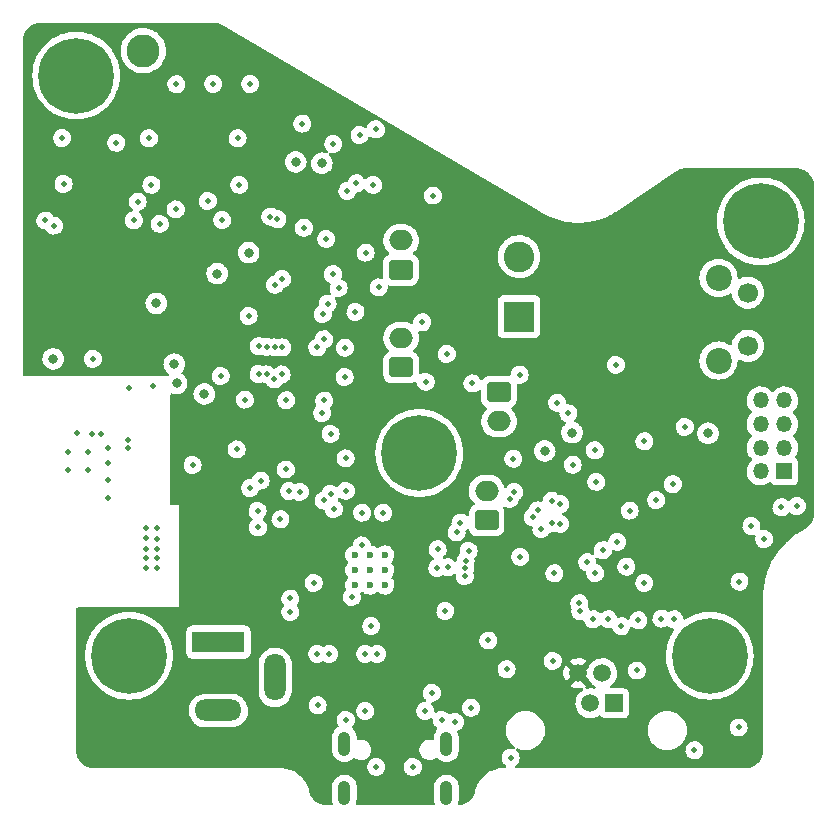
<source format=gbr>
%TF.GenerationSoftware,KiCad,Pcbnew,(5.99.0-10573-gc33b2cfa8d)*%
%TF.CreationDate,2021-05-20T10:50:06+02:00*%
%TF.ProjectId,sucker-one-mainboard,7375636b-6572-42d6-9f6e-652d6d61696e,rev?*%
%TF.SameCoordinates,Original*%
%TF.FileFunction,Copper,L3,Inr*%
%TF.FilePolarity,Positive*%
%FSLAX46Y46*%
G04 Gerber Fmt 4.6, Leading zero omitted, Abs format (unit mm)*
G04 Created by KiCad (PCBNEW (5.99.0-10573-gc33b2cfa8d)) date 2021-05-20 10:50:06*
%MOMM*%
%LPD*%
G01*
G04 APERTURE LIST*
G04 Aperture macros list*
%AMRoundRect*
0 Rectangle with rounded corners*
0 $1 Rounding radius*
0 $2 $3 $4 $5 $6 $7 $8 $9 X,Y pos of 4 corners*
0 Add a 4 corners polygon primitive as box body*
4,1,4,$2,$3,$4,$5,$6,$7,$8,$9,$2,$3,0*
0 Add four circle primitives for the rounded corners*
1,1,$1+$1,$2,$3*
1,1,$1+$1,$4,$5*
1,1,$1+$1,$6,$7*
1,1,$1+$1,$8,$9*
0 Add four rect primitives between the rounded corners*
20,1,$1+$1,$2,$3,$4,$5,0*
20,1,$1+$1,$4,$5,$6,$7,0*
20,1,$1+$1,$6,$7,$8,$9,0*
20,1,$1+$1,$8,$9,$2,$3,0*%
G04 Aperture macros list end*
%TA.AperFunction,ComponentPad*%
%ADD10R,1.350000X1.350000*%
%TD*%
%TA.AperFunction,ComponentPad*%
%ADD11O,1.350000X1.350000*%
%TD*%
%TA.AperFunction,ComponentPad*%
%ADD12C,6.400000*%
%TD*%
%TA.AperFunction,ComponentPad*%
%ADD13C,0.800000*%
%TD*%
%TA.AperFunction,ComponentPad*%
%ADD14RoundRect,0.250000X0.750000X-0.600000X0.750000X0.600000X-0.750000X0.600000X-0.750000X-0.600000X0*%
%TD*%
%TA.AperFunction,ComponentPad*%
%ADD15O,2.000000X1.700000*%
%TD*%
%TA.AperFunction,ComponentPad*%
%ADD16R,1.500000X1.500000*%
%TD*%
%TA.AperFunction,ComponentPad*%
%ADD17C,1.500000*%
%TD*%
%TA.AperFunction,ComponentPad*%
%ADD18O,1.050000X2.100000*%
%TD*%
%TA.AperFunction,ComponentPad*%
%ADD19C,2.200000*%
%TD*%
%TA.AperFunction,ComponentPad*%
%ADD20C,1.700000*%
%TD*%
%TA.AperFunction,ComponentPad*%
%ADD21C,2.800000*%
%TD*%
%TA.AperFunction,ComponentPad*%
%ADD22R,4.400000X1.800000*%
%TD*%
%TA.AperFunction,ComponentPad*%
%ADD23O,4.000000X1.800000*%
%TD*%
%TA.AperFunction,ComponentPad*%
%ADD24O,1.800000X4.000000*%
%TD*%
%TA.AperFunction,ComponentPad*%
%ADD25RoundRect,0.250000X-0.750000X0.600000X-0.750000X-0.600000X0.750000X-0.600000X0.750000X0.600000X0*%
%TD*%
%TA.AperFunction,ComponentPad*%
%ADD26R,2.600000X2.600000*%
%TD*%
%TA.AperFunction,ComponentPad*%
%ADD27C,2.600000*%
%TD*%
%TA.AperFunction,ComponentPad*%
%ADD28C,0.600000*%
%TD*%
%TA.AperFunction,ViaPad*%
%ADD29C,0.500000*%
%TD*%
%TA.AperFunction,ViaPad*%
%ADD30C,0.800000*%
%TD*%
G04 APERTURE END LIST*
D10*
%TO.N,UART0_RX*%
%TO.C,J11*%
X130971800Y-128806200D03*
D11*
%TO.N,unconnected-(J11-Pad2)*%
X128971800Y-128806200D03*
%TO.N,UART0_TX*%
X130971800Y-126806200D03*
%TO.N,unconnected-(J11-Pad4)*%
X128971800Y-126806200D03*
%TO.N,SWDIO*%
X130971800Y-124806200D03*
%TO.N,SWCLK*%
X128971800Y-124806200D03*
%TO.N,GND*%
X130971800Y-122806200D03*
X128971800Y-122806200D03*
%TD*%
D12*
%TO.N,N/C*%
%TO.C,H1*%
X124663200Y-144424400D03*
D13*
X124663200Y-142024400D03*
X122263200Y-144424400D03*
X126360256Y-142727344D03*
X122966144Y-142727344D03*
X124663200Y-146824400D03*
X126360256Y-146121456D03*
X122966144Y-146121456D03*
X127063200Y-144424400D03*
%TD*%
D12*
%TO.N,N/C*%
%TO.C,H4*%
X75488800Y-144424400D03*
D13*
X77185856Y-146121456D03*
X73791744Y-146121456D03*
X75488800Y-146824400D03*
X73791744Y-142727344D03*
X73088800Y-144424400D03*
X77185856Y-142727344D03*
X77888800Y-144424400D03*
X75488800Y-142024400D03*
%TD*%
%TO.N,N/C*%
%TO.C,H3*%
X100076000Y-124854000D03*
D12*
X100076000Y-127254000D03*
D13*
X101773056Y-128951056D03*
X100076000Y-129654000D03*
X97676000Y-127254000D03*
X98378944Y-128951056D03*
X98378944Y-125556944D03*
X102476000Y-127254000D03*
X101773056Y-125556944D03*
%TD*%
D14*
%TO.N,+12V*%
%TO.C,J1*%
X98535000Y-111740000D03*
D15*
%TO.N,Net-(D2-Pad1)*%
X98535000Y-109240000D03*
%TD*%
D16*
%TO.N,GND*%
%TO.C,J3*%
X116592000Y-148441000D03*
D17*
%TO.N,FOOTPEDAL*%
X115572000Y-145901000D03*
%TO.N,FOOTPEDAL_AUX*%
X114552000Y-148441000D03*
%TO.N,+3V3*%
X113532000Y-145901000D03*
%TD*%
D13*
%TO.N,N/C*%
%TO.C,H5*%
X69321344Y-93603744D03*
X71018400Y-92900800D03*
X69321344Y-96997856D03*
X68618400Y-95300800D03*
D12*
X71018400Y-95300800D03*
D13*
X72715456Y-93603744D03*
X71018400Y-97700800D03*
X73418400Y-95300800D03*
X72715456Y-96997856D03*
%TD*%
D18*
%TO.N,Net-(J12-PadS1)*%
%TO.C,J12*%
X93724000Y-151860500D03*
X102364000Y-151860500D03*
X93724000Y-156040500D03*
X102364000Y-156040500D03*
%TD*%
D19*
%TO.N,*%
%TO.C,SW1*%
X125403800Y-112425600D03*
X125403800Y-119425600D03*
D20*
%TO.N,Net-(R26-Pad2)*%
X127903800Y-113675600D03*
%TO.N,GND*%
X127903800Y-118175600D03*
%TD*%
D21*
%TO.N,GND*%
%TO.C,TP19*%
X76708000Y-93192600D03*
%TD*%
D14*
%TO.N,+12V*%
%TO.C,J10*%
X105774000Y-132949000D03*
D15*
%TO.N,Net-(D11-Pad2)*%
X105774000Y-130449000D03*
%TD*%
D12*
%TO.N,N/C*%
%TO.C,H2*%
X128981200Y-107645200D03*
D13*
X130678256Y-109342256D03*
X126581200Y-107645200D03*
X127284144Y-105948144D03*
X128981200Y-110045200D03*
X128981200Y-105245200D03*
X130678256Y-105948144D03*
X131381200Y-107645200D03*
X127284144Y-109342256D03*
%TD*%
D22*
%TO.N,Net-(J5-Pad1)*%
%TO.C,J5*%
X83067600Y-143256000D03*
D23*
%TO.N,GND*%
X83067600Y-149056000D03*
D24*
%TO.N,N/C*%
X87867600Y-146256000D03*
%TD*%
D14*
%TO.N,+12V*%
%TO.C,J2*%
X98535000Y-119995000D03*
D15*
%TO.N,Net-(D7-Pad1)*%
X98535000Y-117495000D03*
%TD*%
D25*
%TO.N,+12V*%
%TO.C,J4*%
X106824000Y-122067000D03*
D15*
%TO.N,Net-(D10-Pad2)*%
X106824000Y-124567000D03*
%TD*%
D26*
%TO.N,Net-(J5-Pad1)*%
%TO.C,J6*%
X108509000Y-115702000D03*
D27*
%TO.N,Net-(F1-Pad2)*%
X108509000Y-110622000D03*
%TD*%
D28*
%TO.N,GND*%
%TO.C,U4*%
X94605000Y-138435000D03*
X94605000Y-135885000D03*
X95880000Y-138435000D03*
X97155000Y-135885000D03*
X95880000Y-137160000D03*
X94605000Y-137160000D03*
X95880000Y-135885000D03*
X97155000Y-138435000D03*
X97155000Y-137160000D03*
%TD*%
D29*
%TO.N,GND*%
X92786200Y-101092000D03*
X123367800Y-152425400D03*
X73736200Y-131089400D03*
X89154000Y-139573000D03*
X108610400Y-136042400D03*
X104444800Y-148818600D03*
X122555000Y-125044200D03*
X95504000Y-149098000D03*
X93853000Y-149860000D03*
X92557600Y-125628400D03*
X127101600Y-150495000D03*
X91135200Y-138252200D03*
X91465400Y-148615400D03*
X85750400Y-130225800D03*
X102285800Y-140639800D03*
X88773000Y-128651000D03*
X83388200Y-107518200D03*
X73710800Y-126796800D03*
X93827600Y-127711200D03*
X114960400Y-137414000D03*
X72440800Y-119278400D03*
X114782600Y-141325600D03*
X101142800Y-147574000D03*
X101625400Y-135407400D03*
X92456000Y-144272000D03*
X100584000Y-149098000D03*
X107797600Y-153060400D03*
X72034400Y-128727200D03*
X75895200Y-107543600D03*
X72059800Y-127203200D03*
X107467400Y-145567400D03*
X70307200Y-128701800D03*
X115062000Y-129692400D03*
X96520000Y-144272000D03*
X73710800Y-128066800D03*
X77165200Y-100609400D03*
X97002600Y-132300100D03*
X93853000Y-130454400D03*
X84683600Y-100609400D03*
X84607400Y-126949200D03*
X91846400Y-123875800D03*
X101981000Y-149860000D03*
X86410800Y-133553200D03*
X80873600Y-128270000D03*
X86374000Y-132167600D03*
X111506000Y-137439400D03*
X127177800Y-138150600D03*
X89154000Y-140716000D03*
X92760800Y-112115600D03*
X95504000Y-144272000D03*
X70307200Y-127177800D03*
X71094600Y-125552200D03*
X68402200Y-107569000D03*
X69824600Y-100584000D03*
X103098600Y-150012400D03*
X91440000Y-144272000D03*
X73710800Y-129565400D03*
X105918000Y-143129000D03*
%TO.N,+3V3*%
X87426800Y-111175800D03*
X126822200Y-152146000D03*
X87528400Y-109448600D03*
X98806000Y-147218400D03*
X84886800Y-138176000D03*
X84074000Y-138151000D03*
X84074000Y-134670800D03*
X92684600Y-111125000D03*
X98374200Y-134670800D03*
X97155000Y-139623800D03*
X84074000Y-132080000D03*
X93497400Y-134772400D03*
X122631200Y-138353800D03*
X98374200Y-137388600D03*
X104673400Y-153212800D03*
X98602800Y-103682800D03*
X106349800Y-149910800D03*
X79756000Y-116230400D03*
X83312000Y-138176000D03*
X84074000Y-131267200D03*
X93497400Y-137769600D03*
D30*
%TO.N,+5V*%
X91821000Y-102717600D03*
X124510800Y-125577600D03*
X82956400Y-112064800D03*
X77800200Y-114579400D03*
X79324200Y-119735600D03*
X81864200Y-122250200D03*
X85623400Y-110286800D03*
X89611200Y-102616000D03*
X69062600Y-119278400D03*
%TO.N,+12V*%
X113004600Y-125526800D03*
X79527400Y-121361200D03*
X110693200Y-127076200D03*
D29*
%TO.N,Net-(C5-Pad2)*%
X75387200Y-126847600D03*
X76936600Y-137033000D03*
X77851000Y-133629400D03*
X76936600Y-134493000D03*
X76936600Y-133629400D03*
X75387200Y-126136400D03*
X77851000Y-135356600D03*
X77851000Y-137033000D03*
X77851000Y-136169400D03*
X73126600Y-125679200D03*
X77851000Y-134518400D03*
X72339200Y-125679200D03*
X76936600Y-135356600D03*
X76936600Y-136169400D03*
%TO.N,+1V1*%
X95199200Y-135077200D03*
X95224600Y-132300100D03*
X94361000Y-139446000D03*
X96012000Y-141909800D03*
%TO.N,Net-(D2-Pad1)*%
X74422000Y-100990400D03*
X69138800Y-108000800D03*
X101219000Y-105460800D03*
X90170000Y-99364800D03*
X95021400Y-100330000D03*
%TO.N,FOOTPEDAL*%
X118491000Y-145669000D03*
X111379000Y-144856200D03*
X101600000Y-136982200D03*
%TO.N,Net-(D7-Pad2)*%
X93776800Y-118338600D03*
X93753900Y-120827800D03*
%TO.N,Net-(D7-Pad1)*%
X91897200Y-115493800D03*
X76225400Y-105968800D03*
X85623400Y-115646200D03*
%TO.N,Net-(D10-Pad2)*%
X112699800Y-123901200D03*
X96621600Y-113233200D03*
X78105000Y-107848400D03*
X90297000Y-108178600D03*
X104546400Y-121361200D03*
X102412800Y-118872000D03*
X79451200Y-106629200D03*
X82169000Y-105918000D03*
%TO.N,Net-(D11-Pad2)*%
X108026200Y-127736600D03*
X119126000Y-126263400D03*
X114935000Y-127025400D03*
X113055400Y-128244600D03*
X116713000Y-119786400D03*
%TO.N,FOOTPEDAL_AUX*%
X102463600Y-136931400D03*
%TO.N,I2C0_SDA*%
X91998800Y-117627400D03*
X89966800Y-130556000D03*
X95529400Y-110286800D03*
%TO.N,I2C0_SCL*%
X92178000Y-109117000D03*
X89052400Y-130479800D03*
X91414600Y-118313200D03*
%TO.N,SPI0_CS*%
X86493089Y-118217689D03*
X87452200Y-107238800D03*
X86639400Y-129590800D03*
X86461600Y-120573800D03*
X88315800Y-132867400D03*
X96393000Y-99847400D03*
%TO.N,SPI0_CLK*%
X96164400Y-104546400D03*
X88417400Y-120599200D03*
X88468200Y-112522000D03*
X88468200Y-118313200D03*
X85750400Y-96012000D03*
%TO.N,SPI0_MISO*%
X94742000Y-104419400D03*
X87147400Y-120599200D03*
X82626200Y-96012000D03*
X87147400Y-118262400D03*
X88061800Y-107467400D03*
%TO.N,SPI0_MOSI*%
X79502000Y-96037400D03*
X87807800Y-121031000D03*
X87818697Y-118313200D03*
X93980000Y-105079800D03*
X87833200Y-113004600D03*
%TO.N,Lift Btn*%
X121640600Y-141325600D03*
X103935523Y-137670379D03*
%TO.N,Drop Btn*%
X120573800Y-141274800D03*
X103950706Y-137021054D03*
%TO.N,Low Btn*%
X117170200Y-141918300D03*
X104241600Y-135534400D03*
%TO.N,High Btn*%
X103987600Y-136372600D03*
X118618000Y-141418800D03*
%TO.N,Reverse Btn*%
X103225600Y-133985000D03*
X117602000Y-136880600D03*
%TO.N,Trigger Btn*%
X103555800Y-133146800D03*
X116840000Y-134772400D03*
%TO.N,UI LED Data*%
X109677200Y-132689600D03*
X107719936Y-131139019D03*
%TO.N,UART0_RX*%
X130733800Y-131851400D03*
X113614200Y-139979400D03*
%TO.N,UART0_TX*%
X129260600Y-134543800D03*
X113690400Y-140665200D03*
X132054600Y-131749800D03*
X128193800Y-133426200D03*
%TO.N,SWDIO*%
X121539000Y-129895600D03*
X91973400Y-131267200D03*
X120116600Y-131241800D03*
%TO.N,SWCLK*%
X92557600Y-130733800D03*
%TO.N,Net-(R18-Pad2)*%
X77520800Y-121589800D03*
X75488800Y-121767600D03*
%TO.N,NC_VALVE*%
X111734600Y-122986800D03*
X88798400Y-122783600D03*
X85293200Y-122732800D03*
X69951600Y-104470200D03*
X111993271Y-133248272D03*
X112014000Y-131572000D03*
X92024200Y-122809000D03*
X83261200Y-120726200D03*
%TO.N,NO_VALVE*%
X77393800Y-104546400D03*
X115620800Y-135483600D03*
X108102400Y-130556000D03*
X92303600Y-114604800D03*
X114276488Y-136497712D03*
X100330000Y-116179600D03*
X100621652Y-121229180D03*
X110109000Y-132105400D03*
%TO.N,3_WAY_VALVE*%
X111277400Y-131292600D03*
X111277400Y-133223000D03*
X84836000Y-104546400D03*
X93243400Y-113284000D03*
X94665800Y-115316000D03*
X108559600Y-120624600D03*
%TO.N,MOTOR_PWM*%
X117881400Y-132130800D03*
X110413800Y-133680200D03*
%TO.N,Net-(R26-Pad2)*%
X119126000Y-138252200D03*
X116078000Y-141325600D03*
%TO.N,Net-(TP5-Pad1)*%
X92837000Y-132003800D03*
%TO.N,DP*%
X99517200Y-153822400D03*
%TO.N,DN*%
X96418400Y-153822400D03*
%TD*%
%TA.AperFunction,Conductor*%
%TO.N,+3V3*%
G36*
X82678599Y-90843394D02*
G01*
X82693846Y-90845994D01*
X82736201Y-90846607D01*
X82811551Y-90847697D01*
X82818096Y-90847962D01*
X82845817Y-90849807D01*
X82854153Y-90850641D01*
X83018519Y-90872625D01*
X83026778Y-90874011D01*
X83041566Y-90877000D01*
X83049716Y-90878931D01*
X83209751Y-90922521D01*
X83217754Y-90924989D01*
X83232009Y-90929910D01*
X83239830Y-90932905D01*
X83392636Y-90997309D01*
X83400244Y-91000817D01*
X83425070Y-91013284D01*
X83430845Y-91016375D01*
X83526408Y-91070759D01*
X83526416Y-91070763D01*
X83530312Y-91072980D01*
X83534481Y-91074622D01*
X83534490Y-91074626D01*
X83547585Y-91079782D01*
X83565315Y-91088423D01*
X110413975Y-106886144D01*
X110428812Y-106896370D01*
X110447485Y-106911318D01*
X110447499Y-106911328D01*
X110451290Y-106914362D01*
X110641517Y-107023421D01*
X110672549Y-107041212D01*
X110680956Y-107046483D01*
X110687718Y-107051103D01*
X110687728Y-107051109D01*
X110691746Y-107053854D01*
X110704410Y-107059892D01*
X110712824Y-107064302D01*
X110722143Y-107069645D01*
X110734615Y-107074602D01*
X110742296Y-107077956D01*
X110777153Y-107094576D01*
X111141470Y-107268282D01*
X111149002Y-107272190D01*
X111163112Y-107280128D01*
X111172853Y-107283772D01*
X111182917Y-107288045D01*
X111185300Y-107289181D01*
X111185304Y-107289183D01*
X111189359Y-107291116D01*
X111204945Y-107295983D01*
X111211509Y-107298233D01*
X111459050Y-107390840D01*
X111629747Y-107454699D01*
X111637610Y-107457947D01*
X111652342Y-107464624D01*
X111662374Y-107467412D01*
X111672768Y-107470793D01*
X111679445Y-107473291D01*
X111683810Y-107474248D01*
X111683818Y-107474250D01*
X111695364Y-107476780D01*
X111702112Y-107478455D01*
X112132385Y-107598027D01*
X112140492Y-107600578D01*
X112155744Y-107605949D01*
X112160517Y-107606838D01*
X112160529Y-107606841D01*
X112165961Y-107607852D01*
X112176642Y-107610326D01*
X112179167Y-107611028D01*
X112179178Y-107611030D01*
X112183495Y-107612230D01*
X112187935Y-107612805D01*
X112187944Y-107612807D01*
X112199666Y-107614325D01*
X112206543Y-107615410D01*
X112514468Y-107672757D01*
X112645548Y-107697169D01*
X112653847Y-107699006D01*
X112669513Y-107703034D01*
X112679862Y-107704043D01*
X112690701Y-107705578D01*
X112697706Y-107706883D01*
X112702181Y-107707071D01*
X112702194Y-107707072D01*
X112714022Y-107707568D01*
X112720971Y-107708052D01*
X112955218Y-107730892D01*
X113165381Y-107751384D01*
X113173813Y-107752495D01*
X113184966Y-107754350D01*
X113184977Y-107754351D01*
X113189771Y-107755148D01*
X113194641Y-107755198D01*
X113200172Y-107755255D01*
X113211093Y-107755842D01*
X113218193Y-107756534D01*
X113224658Y-107756243D01*
X113234480Y-107755800D01*
X113241447Y-107755679D01*
X113420422Y-107757517D01*
X113687978Y-107760265D01*
X113696458Y-107760638D01*
X113712592Y-107761896D01*
X113722961Y-107761100D01*
X113733893Y-107760737D01*
X113741024Y-107760810D01*
X113745465Y-107760220D01*
X113745471Y-107760220D01*
X113757195Y-107758663D01*
X113764128Y-107757937D01*
X113782394Y-107756534D01*
X114209342Y-107723740D01*
X114217833Y-107723375D01*
X114234022Y-107723227D01*
X114244289Y-107721532D01*
X114255150Y-107720221D01*
X114257785Y-107720019D01*
X114257792Y-107720018D01*
X114262255Y-107719675D01*
X114278173Y-107716134D01*
X114284989Y-107714814D01*
X114539783Y-107672757D01*
X114706732Y-107645200D01*
X125267700Y-107645200D01*
X125288043Y-108033366D01*
X125288556Y-108036606D01*
X125288557Y-108036614D01*
X125302330Y-108123573D01*
X125348849Y-108417280D01*
X125449452Y-108792735D01*
X125450637Y-108795823D01*
X125450638Y-108795825D01*
X125492387Y-108904586D01*
X125588749Y-109155617D01*
X125590247Y-109158557D01*
X125748704Y-109469545D01*
X125765215Y-109501950D01*
X125767011Y-109504716D01*
X125767013Y-109504719D01*
X125928236Y-109752982D01*
X125976915Y-109827941D01*
X126078793Y-109953749D01*
X126194262Y-110096341D01*
X126221532Y-110130017D01*
X126496383Y-110404868D01*
X126498941Y-110406940D01*
X126498945Y-110406943D01*
X126647421Y-110527176D01*
X126798459Y-110649485D01*
X126801222Y-110651280D01*
X126801223Y-110651280D01*
X127075236Y-110829225D01*
X127124450Y-110861185D01*
X127127384Y-110862680D01*
X127127391Y-110862684D01*
X127430475Y-111017113D01*
X127470783Y-111037651D01*
X127598769Y-111086780D01*
X127783460Y-111157676D01*
X127833665Y-111176948D01*
X128209120Y-111277551D01*
X128413129Y-111309863D01*
X128589786Y-111337843D01*
X128589794Y-111337844D01*
X128593034Y-111338357D01*
X128981200Y-111358700D01*
X129369366Y-111338357D01*
X129372606Y-111337844D01*
X129372614Y-111337843D01*
X129549271Y-111309863D01*
X129753280Y-111277551D01*
X130128735Y-111176948D01*
X130178941Y-111157676D01*
X130363631Y-111086780D01*
X130491617Y-111037651D01*
X130531925Y-111017113D01*
X130835009Y-110862684D01*
X130835016Y-110862680D01*
X130837950Y-110861185D01*
X130887165Y-110829225D01*
X131161177Y-110651280D01*
X131161178Y-110651280D01*
X131163941Y-110649485D01*
X131314979Y-110527176D01*
X131463455Y-110406943D01*
X131463459Y-110406940D01*
X131466017Y-110404868D01*
X131740868Y-110130017D01*
X131768139Y-110096341D01*
X131883607Y-109953749D01*
X131985485Y-109827941D01*
X132034164Y-109752982D01*
X132195387Y-109504719D01*
X132195389Y-109504716D01*
X132197185Y-109501950D01*
X132213697Y-109469545D01*
X132372153Y-109158557D01*
X132373651Y-109155617D01*
X132470013Y-108904586D01*
X132511762Y-108795825D01*
X132511763Y-108795823D01*
X132512948Y-108792735D01*
X132613551Y-108417280D01*
X132660070Y-108123573D01*
X132673843Y-108036614D01*
X132673844Y-108036606D01*
X132674357Y-108033366D01*
X132694700Y-107645200D01*
X132674357Y-107257034D01*
X132673441Y-107251245D01*
X132644939Y-107071299D01*
X132613551Y-106873120D01*
X132512948Y-106497665D01*
X132373651Y-106134783D01*
X132331093Y-106051258D01*
X132198684Y-105791391D01*
X132198680Y-105791384D01*
X132197185Y-105788450D01*
X132171975Y-105749629D01*
X131987280Y-105465223D01*
X131987280Y-105465222D01*
X131985485Y-105462459D01*
X131836337Y-105278277D01*
X131742943Y-105162945D01*
X131742940Y-105162941D01*
X131740868Y-105160383D01*
X131466017Y-104885532D01*
X131455757Y-104877223D01*
X131269549Y-104726435D01*
X131163941Y-104640915D01*
X131030864Y-104554494D01*
X130840719Y-104431013D01*
X130840716Y-104431011D01*
X130837950Y-104429215D01*
X130835016Y-104427720D01*
X130835009Y-104427716D01*
X130494557Y-104254247D01*
X130491617Y-104252749D01*
X130170005Y-104129294D01*
X130131825Y-104114638D01*
X130131823Y-104114637D01*
X130128735Y-104113452D01*
X129753280Y-104012849D01*
X129516969Y-103975421D01*
X129372614Y-103952557D01*
X129372606Y-103952556D01*
X129369366Y-103952043D01*
X128981200Y-103931700D01*
X128593034Y-103952043D01*
X128589794Y-103952556D01*
X128589786Y-103952557D01*
X128445431Y-103975421D01*
X128209120Y-104012849D01*
X127833665Y-104113452D01*
X127830577Y-104114637D01*
X127830575Y-104114638D01*
X127792395Y-104129294D01*
X127470783Y-104252749D01*
X127467843Y-104254247D01*
X127127391Y-104427716D01*
X127127384Y-104427720D01*
X127124450Y-104429215D01*
X127121684Y-104431011D01*
X127121681Y-104431013D01*
X126931536Y-104554494D01*
X126798459Y-104640915D01*
X126692851Y-104726435D01*
X126506644Y-104877223D01*
X126496383Y-104885532D01*
X126221532Y-105160383D01*
X126219460Y-105162941D01*
X126219457Y-105162945D01*
X126126063Y-105278277D01*
X125976915Y-105462459D01*
X125975120Y-105465222D01*
X125975120Y-105465223D01*
X125790426Y-105749629D01*
X125765215Y-105788450D01*
X125763720Y-105791384D01*
X125763716Y-105791391D01*
X125631307Y-106051258D01*
X125588749Y-106134783D01*
X125449452Y-106497665D01*
X125348849Y-106873120D01*
X125317461Y-107071299D01*
X125288960Y-107251245D01*
X125288043Y-107257034D01*
X125267700Y-107645200D01*
X114706732Y-107645200D01*
X114725592Y-107642087D01*
X114734023Y-107640986D01*
X114736056Y-107640790D01*
X114750127Y-107639434D01*
X114754834Y-107638230D01*
X114754837Y-107638229D01*
X114760205Y-107636855D01*
X114770923Y-107634604D01*
X114773518Y-107634176D01*
X114773524Y-107634175D01*
X114777944Y-107633445D01*
X114782212Y-107632098D01*
X114782222Y-107632095D01*
X114793491Y-107628536D01*
X114800185Y-107626624D01*
X115232813Y-107515917D01*
X115241091Y-107514095D01*
X115257008Y-107511149D01*
X115261599Y-107509538D01*
X115261607Y-107509536D01*
X115266819Y-107507707D01*
X115277291Y-107504537D01*
X115279842Y-107503884D01*
X115279852Y-107503881D01*
X115284200Y-107502768D01*
X115299264Y-107496527D01*
X115305773Y-107494039D01*
X115727128Y-107346199D01*
X115735248Y-107343655D01*
X115746135Y-107340643D01*
X115746137Y-107340642D01*
X115750837Y-107339342D01*
X115758962Y-107335671D01*
X115760326Y-107335055D01*
X115770476Y-107330990D01*
X115777199Y-107328631D01*
X115791671Y-107321102D01*
X115797911Y-107318073D01*
X116204864Y-107134197D01*
X116212717Y-107130963D01*
X116227885Y-107125309D01*
X116232127Y-107122929D01*
X116232133Y-107122926D01*
X116236961Y-107120217D01*
X116246731Y-107115281D01*
X116249132Y-107114196D01*
X116249137Y-107114193D01*
X116253217Y-107112350D01*
X116256989Y-107109950D01*
X116256995Y-107109947D01*
X116266979Y-107103595D01*
X116272958Y-107100020D01*
X116658803Y-106883531D01*
X116667638Y-106879021D01*
X116679507Y-106873542D01*
X116683565Y-106870843D01*
X116683570Y-106870840D01*
X116691168Y-106865786D01*
X116699301Y-106860809D01*
X116704757Y-106857748D01*
X116704763Y-106857744D01*
X116708661Y-106855557D01*
X116719303Y-106847407D01*
X116726131Y-106842530D01*
X116935731Y-106703115D01*
X116935734Y-106703113D01*
X116939462Y-106700633D01*
X116942802Y-106697649D01*
X116942807Y-106697645D01*
X116963917Y-106678784D01*
X116976904Y-106668627D01*
X121693488Y-103454039D01*
X121712712Y-103443269D01*
X121719632Y-103440153D01*
X121719636Y-103440151D01*
X121724077Y-103438151D01*
X121819094Y-103376233D01*
X121824867Y-103372690D01*
X121874373Y-103344117D01*
X121882674Y-103339730D01*
X122034686Y-103266547D01*
X122043303Y-103262790D01*
X122075608Y-103250115D01*
X122084499Y-103247005D01*
X122245688Y-103197299D01*
X122254788Y-103194861D01*
X122288605Y-103187145D01*
X122297860Y-103185395D01*
X122464654Y-103160262D01*
X122474011Y-103159207D01*
X122495136Y-103157624D01*
X122531019Y-103154935D01*
X122537768Y-103154613D01*
X122613678Y-103153043D01*
X122643402Y-103152428D01*
X122643406Y-103152428D01*
X122647882Y-103152335D01*
X122663085Y-103149836D01*
X122683522Y-103148167D01*
X131917379Y-103148167D01*
X131939027Y-103150041D01*
X131947679Y-103151550D01*
X131947680Y-103151550D01*
X131952473Y-103152386D01*
X131957332Y-103152475D01*
X131957337Y-103152475D01*
X132067689Y-103154485D01*
X132074380Y-103154785D01*
X132090883Y-103155965D01*
X132119546Y-103158015D01*
X132128453Y-103158973D01*
X132294048Y-103182782D01*
X132302876Y-103184375D01*
X132329239Y-103190109D01*
X132337945Y-103192332D01*
X132498462Y-103239464D01*
X132506996Y-103242304D01*
X132532236Y-103251718D01*
X132540547Y-103255161D01*
X132692736Y-103324664D01*
X132700778Y-103328689D01*
X132724425Y-103341601D01*
X132732160Y-103346191D01*
X132872883Y-103436627D01*
X132880273Y-103441757D01*
X132901864Y-103457920D01*
X132908867Y-103463564D01*
X133035292Y-103573112D01*
X133041874Y-103579241D01*
X133060927Y-103598294D01*
X133067057Y-103604877D01*
X133176607Y-103731306D01*
X133182246Y-103738304D01*
X133198406Y-103759889D01*
X133203533Y-103767273D01*
X133278034Y-103883200D01*
X133293981Y-103908014D01*
X133298567Y-103915743D01*
X133307098Y-103931365D01*
X133311478Y-103939387D01*
X133315500Y-103947422D01*
X133385004Y-104099613D01*
X133388442Y-104107912D01*
X133397869Y-104133189D01*
X133400708Y-104141720D01*
X133447832Y-104302211D01*
X133450055Y-104310920D01*
X133455787Y-104337264D01*
X133457383Y-104346109D01*
X133466556Y-104409906D01*
X133481193Y-104511717D01*
X133482154Y-104520657D01*
X133485382Y-104565783D01*
X133485682Y-104572478D01*
X133487231Y-104657492D01*
X133487721Y-104684417D01*
X133488437Y-104688838D01*
X133488437Y-104688843D01*
X133490381Y-104700852D01*
X133492000Y-104720983D01*
X133492000Y-132305298D01*
X133490176Y-132326661D01*
X133487673Y-132341210D01*
X133485814Y-132458008D01*
X133485538Y-132464569D01*
X133483178Y-132499029D01*
X133482299Y-132507568D01*
X133466518Y-132622267D01*
X133459633Y-132672309D01*
X133458168Y-132680796D01*
X133454148Y-132700121D01*
X133452113Y-132708468D01*
X133407202Y-132868594D01*
X133404597Y-132876788D01*
X133397973Y-132895406D01*
X133394811Y-132903416D01*
X133328495Y-133055923D01*
X133324793Y-133063698D01*
X133315719Y-133081190D01*
X133311503Y-133088680D01*
X133225007Y-133230748D01*
X133220288Y-133237934D01*
X133208897Y-133254051D01*
X133203689Y-133260910D01*
X133098645Y-133389851D01*
X133092984Y-133396334D01*
X133079506Y-133410744D01*
X133073430Y-133416811D01*
X133015575Y-133470757D01*
X132951776Y-133530245D01*
X132945280Y-133535900D01*
X132929996Y-133548312D01*
X132923131Y-133553508D01*
X132787150Y-133649304D01*
X132779944Y-133654020D01*
X132750492Y-133671890D01*
X132744764Y-133675164D01*
X132676574Y-133711793D01*
X132676134Y-133712027D01*
X132477023Y-133817733D01*
X132467784Y-133822166D01*
X132460930Y-133825118D01*
X132460920Y-133825123D01*
X132456451Y-133827048D01*
X132452336Y-133829634D01*
X132452333Y-133829636D01*
X132449228Y-133831588D01*
X132443888Y-133834945D01*
X132435926Y-133839551D01*
X132432250Y-133841503D01*
X132425723Y-133844968D01*
X132422098Y-133847613D01*
X132415456Y-133852459D01*
X132408243Y-133857349D01*
X132294621Y-133928765D01*
X132023067Y-134099448D01*
X132016448Y-134103608D01*
X132008802Y-134108047D01*
X131995192Y-134115321D01*
X131991308Y-134118245D01*
X131991303Y-134118248D01*
X131986166Y-134122115D01*
X131977444Y-134128123D01*
X131974452Y-134130004D01*
X131974448Y-134130007D01*
X131970655Y-134132391D01*
X131967238Y-134135289D01*
X131958746Y-134142491D01*
X131953043Y-134147050D01*
X131579991Y-134427877D01*
X131572729Y-134432954D01*
X131565845Y-134437415D01*
X131559789Y-134441339D01*
X131556158Y-134444585D01*
X131556155Y-134444587D01*
X131551366Y-134448867D01*
X131543178Y-134455589D01*
X131541632Y-134456753D01*
X131536775Y-134460409D01*
X131531365Y-134465842D01*
X131525755Y-134471476D01*
X131520442Y-134476510D01*
X131245294Y-134722457D01*
X131172312Y-134787693D01*
X131165524Y-134793345D01*
X131153327Y-134802793D01*
X131149981Y-134806333D01*
X131149980Y-134806334D01*
X131145570Y-134810999D01*
X131137978Y-134818383D01*
X131131995Y-134823731D01*
X131129113Y-134827159D01*
X131121942Y-134835688D01*
X131117070Y-134841152D01*
X130796336Y-135180474D01*
X130790037Y-135186686D01*
X130778677Y-135197126D01*
X130771626Y-135205969D01*
X130764685Y-135213960D01*
X130759181Y-135219783D01*
X130756597Y-135223442D01*
X130756589Y-135223451D01*
X130750176Y-135232530D01*
X130745781Y-135238383D01*
X130454685Y-135603476D01*
X130448924Y-135610203D01*
X130438491Y-135621551D01*
X130435792Y-135625592D01*
X130435785Y-135625600D01*
X130432215Y-135630944D01*
X130425970Y-135639491D01*
X130423764Y-135642258D01*
X130420969Y-135645764D01*
X130418699Y-135649631D01*
X130418696Y-135649635D01*
X130413062Y-135659232D01*
X130409182Y-135665423D01*
X130149791Y-136053699D01*
X130144631Y-136060866D01*
X130135178Y-136073063D01*
X130132824Y-136077324D01*
X130132820Y-136077329D01*
X130129714Y-136082949D01*
X130124214Y-136091984D01*
X130119752Y-136098664D01*
X130117812Y-136102714D01*
X130117811Y-136102716D01*
X130113010Y-136112739D01*
X130109658Y-136119246D01*
X129887115Y-136521978D01*
X129883823Y-136527935D01*
X129879266Y-136535535D01*
X129873530Y-136544382D01*
X129873524Y-136544393D01*
X129870883Y-136548467D01*
X129866266Y-136558787D01*
X129861544Y-136568251D01*
X129859826Y-136571359D01*
X129859822Y-136571367D01*
X129857663Y-136575275D01*
X129856077Y-136579456D01*
X129856075Y-136579460D01*
X129852129Y-136589863D01*
X129849341Y-136596615D01*
X129685395Y-136963058D01*
X129658645Y-137022848D01*
X129654747Y-137030799D01*
X129647474Y-137044401D01*
X129645869Y-137048989D01*
X129645863Y-137049002D01*
X129643741Y-137055068D01*
X129639823Y-137064917D01*
X129638385Y-137068130D01*
X129638381Y-137068142D01*
X129636554Y-137072225D01*
X129632260Y-137087246D01*
X129630054Y-137094193D01*
X129476933Y-137531849D01*
X129475851Y-137534943D01*
X129472634Y-137543195D01*
X129468459Y-137552884D01*
X129468457Y-137552890D01*
X129466533Y-137557355D01*
X129465319Y-137562061D01*
X129465318Y-137562065D01*
X129463715Y-137568282D01*
X129460637Y-137578430D01*
X129457989Y-137585998D01*
X129454980Y-137601292D01*
X129454972Y-137601332D01*
X129453350Y-137608468D01*
X129336747Y-138060568D01*
X129334235Y-138069063D01*
X129330885Y-138079080D01*
X129329339Y-138083703D01*
X129328524Y-138088503D01*
X129327446Y-138094847D01*
X129325235Y-138105202D01*
X129323234Y-138112961D01*
X129322741Y-138117418D01*
X129321518Y-138128474D01*
X129320502Y-138135719D01*
X129242302Y-138596044D01*
X129240513Y-138604716D01*
X129238016Y-138614982D01*
X129238014Y-138614997D01*
X129236866Y-138619715D01*
X129236458Y-138624552D01*
X129236457Y-138624559D01*
X129235917Y-138630971D01*
X129234581Y-138641498D01*
X129233241Y-138649385D01*
X129233125Y-138653863D01*
X129233124Y-138653868D01*
X129232835Y-138664982D01*
X129232432Y-138672292D01*
X129193527Y-139133592D01*
X129192252Y-139143759D01*
X129190218Y-139155936D01*
X129190164Y-139160798D01*
X129190164Y-139160801D01*
X129190054Y-139170774D01*
X129189616Y-139179966D01*
X129188646Y-139191471D01*
X129189344Y-139203458D01*
X129189384Y-139204153D01*
X129189589Y-139212860D01*
X129186643Y-139479377D01*
X129187230Y-139483825D01*
X129187230Y-139483826D01*
X129190915Y-139511751D01*
X129191998Y-139528235D01*
X129192000Y-149173135D01*
X129192000Y-152352228D01*
X129190128Y-152373866D01*
X129187780Y-152387328D01*
X129187691Y-152392187D01*
X129187691Y-152392192D01*
X129185681Y-152502550D01*
X129185381Y-152509243D01*
X129182153Y-152554381D01*
X129181193Y-152563307D01*
X129177767Y-152587137D01*
X129157384Y-152728899D01*
X129155788Y-152737746D01*
X129150055Y-152764099D01*
X129147837Y-152772790D01*
X129100704Y-152933313D01*
X129100702Y-152933319D01*
X129097867Y-152941839D01*
X129088443Y-152967105D01*
X129085012Y-152975388D01*
X129082173Y-152981606D01*
X129015507Y-153127584D01*
X129011482Y-153135624D01*
X128998557Y-153159295D01*
X128993974Y-153167020D01*
X128903537Y-153307742D01*
X128898408Y-153315129D01*
X128882253Y-153336710D01*
X128876612Y-153343710D01*
X128811370Y-153419004D01*
X128767056Y-153470146D01*
X128760926Y-153476729D01*
X128741875Y-153495780D01*
X128735292Y-153501910D01*
X128608856Y-153611466D01*
X128601856Y-153617107D01*
X128580290Y-153633252D01*
X128572906Y-153638379D01*
X128542824Y-153657712D01*
X128432143Y-153728842D01*
X128424415Y-153733428D01*
X128400784Y-153746331D01*
X128392741Y-153750357D01*
X128240538Y-153819866D01*
X128232229Y-153823308D01*
X128207008Y-153832715D01*
X128198473Y-153835555D01*
X128037928Y-153882695D01*
X128029216Y-153884918D01*
X128002896Y-153890644D01*
X127994056Y-153892239D01*
X127828455Y-153916050D01*
X127819534Y-153917009D01*
X127794856Y-153918774D01*
X127774381Y-153920238D01*
X127767689Y-153920538D01*
X127660233Y-153922495D01*
X127660228Y-153922495D01*
X127655751Y-153922577D01*
X127641540Y-153924877D01*
X127639309Y-153925238D01*
X127619179Y-153926856D01*
X108285337Y-153926856D01*
X108217216Y-153906854D01*
X108170723Y-153853198D01*
X108160619Y-153782924D01*
X108190113Y-153718344D01*
X108223771Y-153690921D01*
X108238906Y-153682445D01*
X108245295Y-153678867D01*
X108250690Y-153673915D01*
X108370174Y-153564237D01*
X108370176Y-153564235D01*
X108375566Y-153559287D01*
X108379673Y-153553233D01*
X108379676Y-153553229D01*
X108470723Y-153419004D01*
X108474833Y-153412945D01*
X108480230Y-153398776D01*
X108535166Y-153254534D01*
X108537772Y-153247692D01*
X108540799Y-153224858D01*
X108554539Y-153121184D01*
X108561006Y-153072393D01*
X108561100Y-153060400D01*
X108544997Y-152922284D01*
X108541470Y-152892029D01*
X108541470Y-152892028D01*
X108540622Y-152884757D01*
X108523686Y-152838097D01*
X108482784Y-152725415D01*
X108480287Y-152718536D01*
X108394188Y-152587212D01*
X108387343Y-152576772D01*
X108387342Y-152576771D01*
X108383331Y-152570653D01*
X108378020Y-152565622D01*
X108378016Y-152565617D01*
X108317043Y-152507858D01*
X122608766Y-152507858D01*
X122648093Y-152680262D01*
X122726027Y-152838994D01*
X122730677Y-152844645D01*
X122730679Y-152844648D01*
X122758023Y-152877877D01*
X122838388Y-152975541D01*
X122844215Y-152979972D01*
X122844216Y-152979973D01*
X122855819Y-152988796D01*
X122979147Y-153082577D01*
X122985835Y-153085548D01*
X122985839Y-153085550D01*
X123032359Y-153106213D01*
X123140754Y-153154360D01*
X123147949Y-153155713D01*
X123166998Y-153159295D01*
X123314541Y-153187040D01*
X123321849Y-153186702D01*
X123321852Y-153186702D01*
X123483870Y-153179203D01*
X123483874Y-153179202D01*
X123491185Y-153178864D01*
X123498223Y-153176852D01*
X123498226Y-153176852D01*
X123654171Y-153132283D01*
X123654175Y-153132281D01*
X123661209Y-153130271D01*
X123815495Y-153043867D01*
X123875490Y-152988796D01*
X123940374Y-152929237D01*
X123940376Y-152929235D01*
X123945766Y-152924287D01*
X123949873Y-152918233D01*
X123949876Y-152918229D01*
X124040923Y-152784004D01*
X124045033Y-152777945D01*
X124050307Y-152764099D01*
X124105366Y-152619534D01*
X124107972Y-152612692D01*
X124112066Y-152581807D01*
X124129910Y-152447174D01*
X124131206Y-152437393D01*
X124131238Y-152433411D01*
X124131269Y-152429315D01*
X124131300Y-152425400D01*
X124110822Y-152249757D01*
X124101179Y-152223189D01*
X124052984Y-152090415D01*
X124050487Y-152083536D01*
X123953531Y-151935653D01*
X123825155Y-151814042D01*
X123672245Y-151725225D01*
X123503004Y-151673967D01*
X123326511Y-151663017D01*
X123319296Y-151664257D01*
X123319293Y-151664257D01*
X123159448Y-151691724D01*
X123152232Y-151692964D01*
X122989517Y-151762200D01*
X122847094Y-151867011D01*
X122732603Y-152001776D01*
X122729275Y-152008294D01*
X122679360Y-152106047D01*
X122652185Y-152159265D01*
X122650446Y-152166370D01*
X122650445Y-152166374D01*
X122640975Y-152205076D01*
X122610155Y-152331030D01*
X122610098Y-152338349D01*
X122610097Y-152338353D01*
X122609635Y-152397200D01*
X122608766Y-152507858D01*
X108317043Y-152507858D01*
X108285768Y-152478231D01*
X108250069Y-152416862D01*
X108253216Y-152345936D01*
X108294210Y-152287970D01*
X108360034Y-152261368D01*
X108420638Y-152270349D01*
X108543382Y-152321191D01*
X108547950Y-152323083D01*
X108552754Y-152324236D01*
X108552753Y-152324236D01*
X108796958Y-152382865D01*
X108796964Y-152382866D01*
X108801771Y-152384020D01*
X109062000Y-152404500D01*
X109322229Y-152384020D01*
X109327036Y-152382866D01*
X109327042Y-152382865D01*
X109571247Y-152324236D01*
X109571246Y-152324236D01*
X109576050Y-152323083D01*
X109817213Y-152223189D01*
X110039781Y-152086800D01*
X110238272Y-151917272D01*
X110407800Y-151718781D01*
X110544189Y-151496213D01*
X110644083Y-151255050D01*
X110671723Y-151139921D01*
X110703865Y-151006042D01*
X110703866Y-151006036D01*
X110705020Y-151001229D01*
X110725500Y-150741000D01*
X119398500Y-150741000D01*
X119418980Y-151001229D01*
X119420134Y-151006036D01*
X119420135Y-151006042D01*
X119452277Y-151139921D01*
X119479917Y-151255050D01*
X119579811Y-151496213D01*
X119716200Y-151718781D01*
X119885728Y-151917272D01*
X120084219Y-152086800D01*
X120306787Y-152223189D01*
X120547950Y-152323083D01*
X120552754Y-152324236D01*
X120552753Y-152324236D01*
X120796958Y-152382865D01*
X120796964Y-152382866D01*
X120801771Y-152384020D01*
X121062000Y-152404500D01*
X121322229Y-152384020D01*
X121327036Y-152382866D01*
X121327042Y-152382865D01*
X121571247Y-152324236D01*
X121571246Y-152324236D01*
X121576050Y-152323083D01*
X121817213Y-152223189D01*
X122039781Y-152086800D01*
X122238272Y-151917272D01*
X122407800Y-151718781D01*
X122544189Y-151496213D01*
X122644083Y-151255050D01*
X122671723Y-151139921D01*
X122703865Y-151006042D01*
X122703866Y-151006036D01*
X122705020Y-151001229D01*
X122725500Y-150741000D01*
X122712629Y-150577458D01*
X126342566Y-150577458D01*
X126381893Y-150749862D01*
X126385117Y-150756429D01*
X126385118Y-150756431D01*
X126421941Y-150831429D01*
X126459827Y-150908594D01*
X126464477Y-150914245D01*
X126464479Y-150914248D01*
X126479304Y-150932264D01*
X126572188Y-151045141D01*
X126712947Y-151152177D01*
X126719635Y-151155148D01*
X126719639Y-151155150D01*
X126786697Y-151184936D01*
X126874554Y-151223960D01*
X126881749Y-151225313D01*
X127039886Y-151255050D01*
X127048341Y-151256640D01*
X127055649Y-151256302D01*
X127055652Y-151256302D01*
X127217670Y-151248803D01*
X127217674Y-151248802D01*
X127224985Y-151248464D01*
X127232023Y-151246452D01*
X127232026Y-151246452D01*
X127387971Y-151201883D01*
X127387975Y-151201881D01*
X127395009Y-151199871D01*
X127549295Y-151113467D01*
X127554690Y-151108515D01*
X127674174Y-150998837D01*
X127674176Y-150998835D01*
X127679566Y-150993887D01*
X127683673Y-150987833D01*
X127683676Y-150987829D01*
X127774723Y-150853604D01*
X127778833Y-150847545D01*
X127841772Y-150682292D01*
X127865006Y-150506993D01*
X127865100Y-150495000D01*
X127849139Y-150358103D01*
X127845470Y-150326629D01*
X127845470Y-150326628D01*
X127844622Y-150319357D01*
X127825625Y-150267019D01*
X127786784Y-150160015D01*
X127784287Y-150153136D01*
X127699880Y-150024393D01*
X127691343Y-150011372D01*
X127691342Y-150011371D01*
X127687331Y-150005253D01*
X127558955Y-149883642D01*
X127406045Y-149794825D01*
X127236804Y-149743567D01*
X127060311Y-149732617D01*
X127053096Y-149733857D01*
X127053093Y-149733857D01*
X126904096Y-149759460D01*
X126886032Y-149762564D01*
X126723317Y-149831800D01*
X126580894Y-149936611D01*
X126466403Y-150071376D01*
X126463075Y-150077894D01*
X126391225Y-150218604D01*
X126385985Y-150228865D01*
X126384246Y-150235970D01*
X126384245Y-150235974D01*
X126373554Y-150279668D01*
X126343955Y-150400630D01*
X126343898Y-150407949D01*
X126343897Y-150407953D01*
X126343363Y-150475958D01*
X126342566Y-150577458D01*
X122712629Y-150577458D01*
X122705020Y-150480771D01*
X122702526Y-150470380D01*
X122645236Y-150231753D01*
X122644083Y-150226950D01*
X122544189Y-149985787D01*
X122407800Y-149763219D01*
X122238272Y-149564728D01*
X122039781Y-149395200D01*
X121817213Y-149258811D01*
X121576050Y-149158917D01*
X121523451Y-149146289D01*
X121327042Y-149099135D01*
X121327036Y-149099134D01*
X121322229Y-149097980D01*
X121062000Y-149077500D01*
X120801771Y-149097980D01*
X120796964Y-149099134D01*
X120796958Y-149099135D01*
X120600549Y-149146289D01*
X120547950Y-149158917D01*
X120306787Y-149258811D01*
X120084219Y-149395200D01*
X119885728Y-149564728D01*
X119716200Y-149763219D01*
X119579811Y-149985787D01*
X119479917Y-150226950D01*
X119478764Y-150231753D01*
X119421475Y-150470380D01*
X119418980Y-150480771D01*
X119398500Y-150741000D01*
X110725500Y-150741000D01*
X110705020Y-150480771D01*
X110702526Y-150470380D01*
X110645236Y-150231753D01*
X110644083Y-150226950D01*
X110544189Y-149985787D01*
X110407800Y-149763219D01*
X110238272Y-149564728D01*
X110039781Y-149395200D01*
X109817213Y-149258811D01*
X109576050Y-149158917D01*
X109523451Y-149146289D01*
X109327042Y-149099135D01*
X109327036Y-149099134D01*
X109322229Y-149097980D01*
X109062000Y-149077500D01*
X108801771Y-149097980D01*
X108796964Y-149099134D01*
X108796958Y-149099135D01*
X108600549Y-149146289D01*
X108547950Y-149158917D01*
X108306787Y-149258811D01*
X108084219Y-149395200D01*
X107885728Y-149564728D01*
X107716200Y-149763219D01*
X107579811Y-149985787D01*
X107479917Y-150226950D01*
X107478764Y-150231753D01*
X107421475Y-150470380D01*
X107418980Y-150480771D01*
X107398500Y-150741000D01*
X107418980Y-151001229D01*
X107420134Y-151006036D01*
X107420135Y-151006042D01*
X107452277Y-151139921D01*
X107479917Y-151255050D01*
X107579811Y-151496213D01*
X107716200Y-151718781D01*
X107885728Y-151917272D01*
X108084219Y-152086800D01*
X108088432Y-152089382D01*
X108088442Y-152089389D01*
X108113264Y-152104600D01*
X108160896Y-152157247D01*
X108172502Y-152227289D01*
X108144398Y-152292486D01*
X108085508Y-152332140D01*
X108010907Y-152332622D01*
X107932804Y-152308967D01*
X107756311Y-152298017D01*
X107749096Y-152299257D01*
X107749093Y-152299257D01*
X107603727Y-152324236D01*
X107582032Y-152327964D01*
X107419317Y-152397200D01*
X107276894Y-152502011D01*
X107162403Y-152636776D01*
X107152387Y-152656391D01*
X107087225Y-152784004D01*
X107081985Y-152794265D01*
X107080246Y-152801370D01*
X107080245Y-152801374D01*
X107061526Y-152877877D01*
X107039955Y-152966030D01*
X107039898Y-152973349D01*
X107039897Y-152973353D01*
X107039315Y-153047445D01*
X107038566Y-153142858D01*
X107077893Y-153315262D01*
X107081117Y-153321829D01*
X107081118Y-153321831D01*
X107091862Y-153343714D01*
X107155827Y-153473994D01*
X107160477Y-153479645D01*
X107160479Y-153479648D01*
X107218164Y-153549749D01*
X107268188Y-153610541D01*
X107274015Y-153614972D01*
X107274016Y-153614973D01*
X107384689Y-153699131D01*
X107426806Y-153756286D01*
X107431337Y-153827138D01*
X107396843Y-153889192D01*
X107334276Y-153922746D01*
X107290982Y-153924214D01*
X107280921Y-153922808D01*
X107275122Y-153921997D01*
X107275119Y-153921997D01*
X107270298Y-153921323D01*
X107100277Y-153923974D01*
X107096005Y-153923967D01*
X107086275Y-153923786D01*
X107077373Y-153923621D01*
X107077370Y-153923621D01*
X107072510Y-153923531D01*
X107067659Y-153924194D01*
X107064653Y-153924530D01*
X107061256Y-153924583D01*
X107056839Y-153925286D01*
X107056828Y-153925287D01*
X107040935Y-153927817D01*
X107038228Y-153928218D01*
X106790912Y-153962032D01*
X106758755Y-153966429D01*
X106756432Y-153966724D01*
X106733866Y-153969383D01*
X106730705Y-153970264D01*
X106730696Y-153970265D01*
X106730502Y-153970320D01*
X106428790Y-154054394D01*
X106426660Y-154054966D01*
X106404552Y-154060686D01*
X106401539Y-154061987D01*
X106401532Y-154061989D01*
X106401384Y-154062054D01*
X106113857Y-154186216D01*
X106111710Y-154187120D01*
X106090642Y-154195757D01*
X106087835Y-154197453D01*
X106087826Y-154197457D01*
X106087654Y-154197562D01*
X105819603Y-154359526D01*
X105817713Y-154360644D01*
X105797925Y-154372104D01*
X105795368Y-154374169D01*
X105795365Y-154374171D01*
X105795304Y-154374221D01*
X105794144Y-154375158D01*
X105551614Y-154571043D01*
X105549781Y-154572495D01*
X105535644Y-154583486D01*
X105535641Y-154583489D01*
X105531792Y-154586481D01*
X105529540Y-154588872D01*
X105529536Y-154588875D01*
X105529460Y-154588956D01*
X105349680Y-154779816D01*
X105314698Y-154816954D01*
X105313137Y-154818582D01*
X105297154Y-154834930D01*
X105295246Y-154837605D01*
X105295242Y-154837609D01*
X105295175Y-154837704D01*
X105113262Y-155092713D01*
X105111958Y-155094506D01*
X105098332Y-155112876D01*
X105096804Y-155115784D01*
X105096802Y-155115787D01*
X105096764Y-155115860D01*
X105096068Y-155117185D01*
X105096066Y-155117188D01*
X105084157Y-155139855D01*
X104997022Y-155305705D01*
X104951068Y-155393171D01*
X104950019Y-155395126D01*
X104938995Y-155415193D01*
X104937876Y-155418280D01*
X104937873Y-155418285D01*
X104937834Y-155418394D01*
X104921113Y-155464506D01*
X104834700Y-155702810D01*
X104833163Y-155706833D01*
X104824406Y-155728628D01*
X104823303Y-155733392D01*
X104822547Y-155736324D01*
X104821387Y-155739523D01*
X104820471Y-155743917D01*
X104820470Y-155743919D01*
X104817182Y-155759685D01*
X104816589Y-155762381D01*
X104800077Y-155833674D01*
X104777234Y-155932303D01*
X104767326Y-155975084D01*
X104765670Y-155981470D01*
X104756557Y-156013168D01*
X104753915Y-156021307D01*
X104697264Y-156177535D01*
X104694075Y-156185476D01*
X104686522Y-156202582D01*
X104682812Y-156210268D01*
X104605513Y-156357394D01*
X104601280Y-156364826D01*
X104591460Y-156380782D01*
X104586744Y-156387893D01*
X104534092Y-156461702D01*
X104490236Y-156523179D01*
X104485037Y-156529967D01*
X104473154Y-156544438D01*
X104467496Y-156550870D01*
X104353560Y-156671827D01*
X104347485Y-156677852D01*
X104333750Y-156690580D01*
X104327297Y-156696165D01*
X104198010Y-156800587D01*
X104191194Y-156805720D01*
X104191173Y-156805735D01*
X104175843Y-156816482D01*
X104168677Y-156821150D01*
X104026446Y-156907090D01*
X104018984Y-156911261D01*
X104002333Y-156919836D01*
X103994605Y-156923489D01*
X103842058Y-156989362D01*
X103834097Y-156992484D01*
X103821186Y-156997047D01*
X103816431Y-156998728D01*
X103808269Y-157001304D01*
X103648197Y-157045909D01*
X103639881Y-157047924D01*
X103621570Y-157051709D01*
X103613136Y-157053156D01*
X103554003Y-157061241D01*
X103476537Y-157071832D01*
X103406334Y-157061241D01*
X103353002Y-157014378D01*
X103333472Y-156946121D01*
X103339366Y-156908900D01*
X103379806Y-156781416D01*
X103380738Y-156773114D01*
X103392098Y-156671834D01*
X103397500Y-156623674D01*
X103397500Y-155464506D01*
X103382722Y-155313788D01*
X103324141Y-155119758D01*
X103248422Y-154977351D01*
X103231883Y-154946245D01*
X103231881Y-154946242D01*
X103228989Y-154940803D01*
X103225099Y-154936033D01*
X103225096Y-154936029D01*
X103104778Y-154788505D01*
X103104776Y-154788503D01*
X103100889Y-154783737D01*
X102944722Y-154654544D01*
X102939305Y-154651615D01*
X102939302Y-154651613D01*
X102771855Y-154561075D01*
X102771850Y-154561073D01*
X102766435Y-154558145D01*
X102655145Y-154523695D01*
X102578706Y-154500033D01*
X102578703Y-154500032D01*
X102572819Y-154498211D01*
X102566694Y-154497567D01*
X102566693Y-154497567D01*
X102377378Y-154477669D01*
X102377377Y-154477669D01*
X102371250Y-154477025D01*
X102310543Y-154482550D01*
X102175544Y-154494836D01*
X102175541Y-154494837D01*
X102169405Y-154495395D01*
X102163499Y-154497133D01*
X102163495Y-154497134D01*
X102054263Y-154529283D01*
X101974971Y-154552620D01*
X101795356Y-154646520D01*
X101790556Y-154650380D01*
X101790555Y-154650380D01*
X101785376Y-154654544D01*
X101637400Y-154773520D01*
X101507120Y-154928782D01*
X101504154Y-154934177D01*
X101504150Y-154934183D01*
X101450599Y-155031592D01*
X101409478Y-155106391D01*
X101348194Y-155299584D01*
X101347508Y-155305701D01*
X101347507Y-155305705D01*
X101343304Y-155343179D01*
X101330500Y-155457326D01*
X101330500Y-156616494D01*
X101345278Y-156767212D01*
X101356904Y-156805720D01*
X101392253Y-156922802D01*
X101392794Y-156993797D01*
X101354866Y-157053813D01*
X101290512Y-157083797D01*
X101271631Y-157085220D01*
X94815591Y-157085220D01*
X94747470Y-157065218D01*
X94700977Y-157011562D01*
X94690873Y-156941288D01*
X94695489Y-156921122D01*
X94737943Y-156787289D01*
X94737944Y-156787286D01*
X94739806Y-156781416D01*
X94740738Y-156773114D01*
X94752098Y-156671834D01*
X94757500Y-156623674D01*
X94757500Y-155464506D01*
X94742722Y-155313788D01*
X94684141Y-155119758D01*
X94608422Y-154977351D01*
X94591883Y-154946245D01*
X94591881Y-154946242D01*
X94588989Y-154940803D01*
X94585099Y-154936033D01*
X94585096Y-154936029D01*
X94464778Y-154788505D01*
X94464776Y-154788503D01*
X94460889Y-154783737D01*
X94304722Y-154654544D01*
X94299305Y-154651615D01*
X94299302Y-154651613D01*
X94131855Y-154561075D01*
X94131850Y-154561073D01*
X94126435Y-154558145D01*
X94015145Y-154523695D01*
X93938706Y-154500033D01*
X93938703Y-154500032D01*
X93932819Y-154498211D01*
X93926694Y-154497567D01*
X93926693Y-154497567D01*
X93737378Y-154477669D01*
X93737377Y-154477669D01*
X93731250Y-154477025D01*
X93670543Y-154482550D01*
X93535544Y-154494836D01*
X93535541Y-154494837D01*
X93529405Y-154495395D01*
X93523499Y-154497133D01*
X93523495Y-154497134D01*
X93414263Y-154529283D01*
X93334971Y-154552620D01*
X93155356Y-154646520D01*
X93150556Y-154650380D01*
X93150555Y-154650380D01*
X93145376Y-154654544D01*
X92997400Y-154773520D01*
X92867120Y-154928782D01*
X92864154Y-154934177D01*
X92864150Y-154934183D01*
X92810599Y-155031592D01*
X92769478Y-155106391D01*
X92708194Y-155299584D01*
X92707508Y-155305701D01*
X92707507Y-155305705D01*
X92703304Y-155343179D01*
X92690500Y-155457326D01*
X92690500Y-156616494D01*
X92705278Y-156767212D01*
X92716904Y-156805720D01*
X92752253Y-156922802D01*
X92752794Y-156993797D01*
X92714866Y-157053813D01*
X92650512Y-157083797D01*
X92631631Y-157085220D01*
X92292778Y-157085220D01*
X92271455Y-157083403D01*
X92256750Y-157080878D01*
X92251883Y-157080802D01*
X92251882Y-157080802D01*
X92139730Y-157079053D01*
X92133139Y-157078777D01*
X92100270Y-157076540D01*
X92091758Y-157075670D01*
X91927087Y-157053156D01*
X91918648Y-157051708D01*
X91900343Y-157047924D01*
X91892029Y-157045909D01*
X91765427Y-157010632D01*
X91731950Y-157001304D01*
X91723789Y-156998728D01*
X91723784Y-156998726D01*
X91714640Y-156995494D01*
X91706113Y-156992481D01*
X91698147Y-156989357D01*
X91675134Y-156979420D01*
X91545593Y-156923479D01*
X91537898Y-156919842D01*
X91521242Y-156911263D01*
X91513781Y-156907094D01*
X91371538Y-156821147D01*
X91364365Y-156816474D01*
X91349048Y-156805735D01*
X91342212Y-156800587D01*
X91212925Y-156696165D01*
X91206458Y-156690569D01*
X91192728Y-156677846D01*
X91186684Y-156671852D01*
X91072717Y-156550862D01*
X91067069Y-156544442D01*
X91055198Y-156529987D01*
X91049996Y-156523194D01*
X90953478Y-156387893D01*
X90948749Y-156380764D01*
X90947077Y-156378047D01*
X90938938Y-156364822D01*
X90934707Y-156357394D01*
X90934705Y-156357389D01*
X90857424Y-156210298D01*
X90853706Y-156202595D01*
X90846143Y-156185467D01*
X90842953Y-156177525D01*
X90786298Y-156021285D01*
X90783656Y-156013145D01*
X90774555Y-155981488D01*
X90772899Y-155975105D01*
X90747231Y-155864278D01*
X90747231Y-155864277D01*
X90725358Y-155769834D01*
X90724475Y-155765702D01*
X90719951Y-155742605D01*
X90718287Y-155738015D01*
X90717321Y-155735133D01*
X90716554Y-155731822D01*
X90709123Y-155712653D01*
X90708152Y-155710064D01*
X90612015Y-155444948D01*
X90611236Y-155442736D01*
X90605449Y-155425800D01*
X90605446Y-155425793D01*
X90603872Y-155421187D01*
X90602345Y-155418281D01*
X90602343Y-155418275D01*
X90602282Y-155418160D01*
X90456580Y-155140838D01*
X90455530Y-155138794D01*
X90448937Y-155125657D01*
X90445322Y-155118455D01*
X90443415Y-155115782D01*
X90443413Y-155115778D01*
X90443363Y-155115709D01*
X90261420Y-154860658D01*
X90260101Y-154858771D01*
X90249975Y-154844004D01*
X90247226Y-154839995D01*
X90244976Y-154837606D01*
X90244970Y-154837598D01*
X90244824Y-154837445D01*
X90030141Y-154609531D01*
X90028554Y-154607815D01*
X90016503Y-154594536D01*
X90013235Y-154590935D01*
X90010681Y-154588872D01*
X90010676Y-154588867D01*
X90010564Y-154588778D01*
X89766904Y-154391981D01*
X89765130Y-154390520D01*
X89751393Y-154378996D01*
X89751388Y-154378993D01*
X89747661Y-154375866D01*
X89744847Y-154374166D01*
X89744845Y-154374164D01*
X89744787Y-154374129D01*
X89743480Y-154373339D01*
X89476668Y-154212125D01*
X89474678Y-154210897D01*
X89459522Y-154201351D01*
X89459518Y-154201349D01*
X89455403Y-154198757D01*
X89452388Y-154197455D01*
X89452383Y-154197452D01*
X89452267Y-154197403D01*
X89164751Y-154073245D01*
X89162613Y-154072298D01*
X89146283Y-154064883D01*
X89146282Y-154064882D01*
X89141845Y-154062868D01*
X89138678Y-154061986D01*
X89138677Y-154061985D01*
X89138644Y-154061976D01*
X88836786Y-153977862D01*
X88834536Y-153977212D01*
X88817443Y-153972105D01*
X88817444Y-153972105D01*
X88812771Y-153970709D01*
X88809520Y-153970265D01*
X88809511Y-153970262D01*
X88809313Y-153970236D01*
X88509618Y-153929261D01*
X88505382Y-153928607D01*
X88487036Y-153925457D01*
X88487034Y-153925457D01*
X88482242Y-153924634D01*
X88477389Y-153924558D01*
X88477372Y-153924558D01*
X88474324Y-153924435D01*
X88470957Y-153923975D01*
X88450383Y-153924106D01*
X88447622Y-153924094D01*
X88273200Y-153921374D01*
X88268756Y-153921940D01*
X88268754Y-153921940D01*
X88238073Y-153925847D01*
X88222157Y-153926856D01*
X72582621Y-153926856D01*
X72560973Y-153924982D01*
X72552321Y-153923473D01*
X72552320Y-153923473D01*
X72547527Y-153922637D01*
X72542668Y-153922548D01*
X72542663Y-153922548D01*
X72432311Y-153920538D01*
X72425620Y-153920238D01*
X72409117Y-153919058D01*
X72380454Y-153917008D01*
X72371550Y-153916051D01*
X72293705Y-153904858D01*
X95659366Y-153904858D01*
X95698693Y-154077262D01*
X95776627Y-154235994D01*
X95781277Y-154241645D01*
X95781279Y-154241648D01*
X95841827Y-154315229D01*
X95888988Y-154372541D01*
X95894815Y-154376972D01*
X95894816Y-154376973D01*
X95913615Y-154391268D01*
X96029747Y-154479577D01*
X96036435Y-154482548D01*
X96036439Y-154482550D01*
X96070248Y-154497567D01*
X96191354Y-154551360D01*
X96198549Y-154552713D01*
X96303747Y-154572495D01*
X96365141Y-154584040D01*
X96372449Y-154583702D01*
X96372452Y-154583702D01*
X96534470Y-154576203D01*
X96534474Y-154576202D01*
X96541785Y-154575864D01*
X96548823Y-154573852D01*
X96548826Y-154573852D01*
X96704771Y-154529283D01*
X96704775Y-154529281D01*
X96711809Y-154527271D01*
X96866095Y-154440867D01*
X96919320Y-154392010D01*
X96990974Y-154326237D01*
X96990976Y-154326235D01*
X96996366Y-154321287D01*
X97000473Y-154315233D01*
X97000476Y-154315229D01*
X97091523Y-154181004D01*
X97095633Y-154174945D01*
X97158572Y-154009692D01*
X97163802Y-153970236D01*
X97172466Y-153904858D01*
X98758166Y-153904858D01*
X98797493Y-154077262D01*
X98875427Y-154235994D01*
X98880077Y-154241645D01*
X98880079Y-154241648D01*
X98940627Y-154315229D01*
X98987788Y-154372541D01*
X98993615Y-154376972D01*
X98993616Y-154376973D01*
X99012415Y-154391268D01*
X99128547Y-154479577D01*
X99135235Y-154482548D01*
X99135239Y-154482550D01*
X99169048Y-154497567D01*
X99290154Y-154551360D01*
X99297349Y-154552713D01*
X99402547Y-154572495D01*
X99463941Y-154584040D01*
X99471249Y-154583702D01*
X99471252Y-154583702D01*
X99633270Y-154576203D01*
X99633274Y-154576202D01*
X99640585Y-154575864D01*
X99647623Y-154573852D01*
X99647626Y-154573852D01*
X99803571Y-154529283D01*
X99803575Y-154529281D01*
X99810609Y-154527271D01*
X99964895Y-154440867D01*
X100018120Y-154392010D01*
X100089774Y-154326237D01*
X100089776Y-154326235D01*
X100095166Y-154321287D01*
X100099273Y-154315233D01*
X100099276Y-154315229D01*
X100190323Y-154181004D01*
X100194433Y-154174945D01*
X100257372Y-154009692D01*
X100262602Y-153970236D01*
X100273150Y-153890645D01*
X100280606Y-153834393D01*
X100280700Y-153822400D01*
X100260222Y-153646757D01*
X100257687Y-153639771D01*
X100202384Y-153487415D01*
X100199887Y-153480536D01*
X100102931Y-153332653D01*
X99974555Y-153211042D01*
X99821645Y-153122225D01*
X99652404Y-153070967D01*
X99475911Y-153060017D01*
X99468696Y-153061257D01*
X99468693Y-153061257D01*
X99308848Y-153088724D01*
X99301632Y-153089964D01*
X99138917Y-153159200D01*
X98996494Y-153264011D01*
X98882003Y-153398776D01*
X98801585Y-153556265D01*
X98799846Y-153563370D01*
X98799845Y-153563374D01*
X98784469Y-153626215D01*
X98759555Y-153728030D01*
X98759498Y-153735349D01*
X98759497Y-153735353D01*
X98759333Y-153756286D01*
X98758166Y-153904858D01*
X97172466Y-153904858D01*
X97174350Y-153890645D01*
X97181806Y-153834393D01*
X97181900Y-153822400D01*
X97161422Y-153646757D01*
X97158887Y-153639771D01*
X97103584Y-153487415D01*
X97101087Y-153480536D01*
X97004131Y-153332653D01*
X96875755Y-153211042D01*
X96722845Y-153122225D01*
X96553604Y-153070967D01*
X96377111Y-153060017D01*
X96369896Y-153061257D01*
X96369893Y-153061257D01*
X96210048Y-153088724D01*
X96202832Y-153089964D01*
X96040117Y-153159200D01*
X95897694Y-153264011D01*
X95783203Y-153398776D01*
X95702785Y-153556265D01*
X95701046Y-153563370D01*
X95701045Y-153563374D01*
X95685669Y-153626215D01*
X95660755Y-153728030D01*
X95660698Y-153735349D01*
X95660697Y-153735353D01*
X95660533Y-153756286D01*
X95659366Y-153904858D01*
X72293705Y-153904858D01*
X72232990Y-153896128D01*
X72205955Y-153892241D01*
X72197108Y-153890645D01*
X72197099Y-153890643D01*
X72170756Y-153884912D01*
X72162072Y-153882696D01*
X72061610Y-153853198D01*
X72001535Y-153835558D01*
X71993002Y-153832718D01*
X71967767Y-153823306D01*
X71959457Y-153819864D01*
X71807258Y-153750357D01*
X71799215Y-153746331D01*
X71779111Y-153735353D01*
X71775580Y-153733425D01*
X71767848Y-153728837D01*
X71633344Y-153642398D01*
X71627099Y-153638384D01*
X71619729Y-153633267D01*
X71598147Y-153617111D01*
X71591147Y-153611470D01*
X71464716Y-153501919D01*
X71458133Y-153495789D01*
X71439068Y-153476724D01*
X71432938Y-153470141D01*
X71323390Y-153343715D01*
X71317749Y-153336715D01*
X71301580Y-153315116D01*
X71296472Y-153307758D01*
X71218023Y-153185688D01*
X71206021Y-153167012D01*
X71201431Y-153159277D01*
X71188517Y-153135625D01*
X71184495Y-153127591D01*
X71114994Y-152975405D01*
X71111552Y-152967094D01*
X71102135Y-152941845D01*
X71099295Y-152933313D01*
X71060153Y-152800009D01*
X71052164Y-152772799D01*
X71049945Y-152764103D01*
X71044212Y-152737750D01*
X71042615Y-152728903D01*
X71030148Y-152642189D01*
X71018807Y-152563307D01*
X71017846Y-152554366D01*
X71014618Y-152509239D01*
X71014318Y-152502544D01*
X71012361Y-152395089D01*
X71012361Y-152395084D01*
X71012279Y-152390607D01*
X71009618Y-152374165D01*
X71008000Y-152354035D01*
X71008000Y-151277326D01*
X92690500Y-151277326D01*
X92690500Y-152436494D01*
X92705278Y-152587212D01*
X92763859Y-152781242D01*
X92791193Y-152832649D01*
X92853749Y-152950300D01*
X92859011Y-152960197D01*
X92862901Y-152964967D01*
X92862904Y-152964971D01*
X92976373Y-153104097D01*
X92987111Y-153117263D01*
X93143278Y-153246456D01*
X93148695Y-153249385D01*
X93148698Y-153249387D01*
X93316145Y-153339925D01*
X93316150Y-153339927D01*
X93321565Y-153342855D01*
X93327451Y-153344677D01*
X93509294Y-153400967D01*
X93509297Y-153400968D01*
X93515181Y-153402789D01*
X93521306Y-153403433D01*
X93521307Y-153403433D01*
X93710622Y-153423331D01*
X93710623Y-153423331D01*
X93716750Y-153423975D01*
X93799811Y-153416416D01*
X93912456Y-153406164D01*
X93912459Y-153406163D01*
X93918595Y-153405605D01*
X93924501Y-153403867D01*
X93924505Y-153403866D01*
X94107120Y-153350119D01*
X94107119Y-153350119D01*
X94113029Y-153348380D01*
X94292644Y-153254480D01*
X94298979Y-153249387D01*
X94378204Y-153185688D01*
X94450600Y-153127480D01*
X94454561Y-153122760D01*
X94470884Y-153103307D01*
X94529994Y-153063981D01*
X94600982Y-153062855D01*
X94649403Y-153088631D01*
X94666151Y-153102986D01*
X94717038Y-153130271D01*
X94822282Y-153186702D01*
X94830527Y-153191123D01*
X95009995Y-153241908D01*
X95016801Y-153242312D01*
X95016805Y-153242313D01*
X95156642Y-153250620D01*
X95196182Y-153252969D01*
X95380400Y-153223792D01*
X95386746Y-153221305D01*
X95386750Y-153221304D01*
X95547701Y-153158228D01*
X95547705Y-153158226D01*
X95554056Y-153155737D01*
X95709047Y-153051979D01*
X95838142Y-152917360D01*
X95886525Y-152838097D01*
X95931762Y-152763986D01*
X95931763Y-152763985D01*
X95935318Y-152758160D01*
X95996041Y-152581807D01*
X96017479Y-152396528D01*
X96017500Y-152390500D01*
X96017032Y-152386185D01*
X95998094Y-152211861D01*
X95997357Y-152205076D01*
X95937866Y-152028303D01*
X95841804Y-151868429D01*
X95713652Y-151732912D01*
X95707752Y-151728902D01*
X95565032Y-151631910D01*
X95559389Y-151628075D01*
X95553059Y-151625543D01*
X95553055Y-151625541D01*
X95392549Y-151561343D01*
X95392544Y-151561342D01*
X95386212Y-151558809D01*
X95379485Y-151557695D01*
X95379480Y-151557694D01*
X95208939Y-151529461D01*
X95208936Y-151529461D01*
X95202202Y-151528346D01*
X95195386Y-151528703D01*
X95195381Y-151528703D01*
X95045586Y-151536554D01*
X95015943Y-151538108D01*
X94958033Y-151554059D01*
X94916960Y-151565372D01*
X94845973Y-151564178D01*
X94786901Y-151524795D01*
X94758498Y-151459727D01*
X94757500Y-151443896D01*
X94757500Y-151284506D01*
X94742722Y-151133788D01*
X94684141Y-150939758D01*
X94631473Y-150840703D01*
X94591883Y-150766245D01*
X94591881Y-150766242D01*
X94588989Y-150760803D01*
X94585099Y-150756033D01*
X94585096Y-150756029D01*
X94464784Y-150608512D01*
X94464781Y-150608509D01*
X94460889Y-150603737D01*
X94416238Y-150566798D01*
X94376502Y-150507967D01*
X94374881Y-150436989D01*
X94411349Y-150376895D01*
X94425572Y-150363838D01*
X94430966Y-150358887D01*
X94435073Y-150352833D01*
X94435076Y-150352829D01*
X94526123Y-150218604D01*
X94530233Y-150212545D01*
X94593172Y-150047292D01*
X94616406Y-149871993D01*
X94616500Y-149860000D01*
X94599188Y-149711515D01*
X94596870Y-149691629D01*
X94596870Y-149691628D01*
X94596022Y-149684357D01*
X94591006Y-149670536D01*
X94538184Y-149525015D01*
X94535687Y-149518136D01*
X94438731Y-149370253D01*
X94310355Y-149248642D01*
X94192967Y-149180458D01*
X94744966Y-149180458D01*
X94784293Y-149352862D01*
X94787517Y-149359429D01*
X94787518Y-149359431D01*
X94807948Y-149401042D01*
X94862227Y-149511594D01*
X94866877Y-149517245D01*
X94866879Y-149517248D01*
X94920737Y-149582698D01*
X94974588Y-149648141D01*
X94980415Y-149652572D01*
X94980416Y-149652573D01*
X95015857Y-149679523D01*
X95115347Y-149755177D01*
X95122035Y-149758148D01*
X95122039Y-149758150D01*
X95189097Y-149787936D01*
X95276954Y-149826960D01*
X95450741Y-149859640D01*
X95458049Y-149859302D01*
X95458052Y-149859302D01*
X95620070Y-149851803D01*
X95620074Y-149851802D01*
X95627385Y-149851464D01*
X95634423Y-149849452D01*
X95634426Y-149849452D01*
X95790371Y-149804883D01*
X95790375Y-149804881D01*
X95797409Y-149802871D01*
X95951695Y-149716467D01*
X95964732Y-149704500D01*
X96076574Y-149601837D01*
X96076576Y-149601835D01*
X96081966Y-149596887D01*
X96086073Y-149590833D01*
X96086076Y-149590829D01*
X96177123Y-149456604D01*
X96181233Y-149450545D01*
X96186630Y-149436376D01*
X96219832Y-149349200D01*
X96244172Y-149285292D01*
X96247340Y-149261394D01*
X96258066Y-149180458D01*
X99824966Y-149180458D01*
X99864293Y-149352862D01*
X99867517Y-149359429D01*
X99867518Y-149359431D01*
X99887948Y-149401042D01*
X99942227Y-149511594D01*
X99946877Y-149517245D01*
X99946879Y-149517248D01*
X100000737Y-149582698D01*
X100054588Y-149648141D01*
X100060415Y-149652572D01*
X100060416Y-149652573D01*
X100095857Y-149679523D01*
X100195347Y-149755177D01*
X100202035Y-149758148D01*
X100202039Y-149758150D01*
X100269097Y-149787936D01*
X100356954Y-149826960D01*
X100530741Y-149859640D01*
X100538049Y-149859302D01*
X100538052Y-149859302D01*
X100700070Y-149851803D01*
X100700074Y-149851802D01*
X100707385Y-149851464D01*
X100714423Y-149849452D01*
X100714426Y-149849452D01*
X100870371Y-149804883D01*
X100870375Y-149804881D01*
X100877409Y-149802871D01*
X101031695Y-149716467D01*
X101032702Y-149718266D01*
X101089934Y-149697964D01*
X101159056Y-149714173D01*
X101208442Y-149765178D01*
X101222891Y-149824760D01*
X101221966Y-149942458D01*
X101261293Y-150114862D01*
X101264517Y-150121429D01*
X101264518Y-150121431D01*
X101299380Y-150192435D01*
X101339227Y-150273594D01*
X101343877Y-150279245D01*
X101343879Y-150279248D01*
X101394661Y-150340960D01*
X101451588Y-150410141D01*
X101457415Y-150414572D01*
X101457416Y-150414573D01*
X101463076Y-150418877D01*
X101550960Y-150485705D01*
X101553728Y-150487810D01*
X101595845Y-150544964D01*
X101600376Y-150615816D01*
X101573983Y-150669097D01*
X101536561Y-150713695D01*
X101507120Y-150748782D01*
X101504154Y-150754177D01*
X101504150Y-150754183D01*
X101452824Y-150847545D01*
X101409478Y-150926391D01*
X101348194Y-151119584D01*
X101347508Y-151125701D01*
X101347507Y-151125705D01*
X101339589Y-151196295D01*
X101330500Y-151277326D01*
X101330500Y-151439445D01*
X101310498Y-151507566D01*
X101256842Y-151554059D01*
X101186568Y-151564163D01*
X101171846Y-151561062D01*
X101166212Y-151558809D01*
X101137520Y-151554059D01*
X100988939Y-151529461D01*
X100988936Y-151529461D01*
X100982202Y-151528346D01*
X100975386Y-151528703D01*
X100975381Y-151528703D01*
X100825586Y-151536554D01*
X100795943Y-151538108D01*
X100616124Y-151587638D01*
X100451137Y-151674626D01*
X100445924Y-151679031D01*
X100445920Y-151679034D01*
X100386910Y-151728902D01*
X100308678Y-151795014D01*
X100304535Y-151800433D01*
X100304533Y-151800435D01*
X100204998Y-151930621D01*
X100195393Y-151943184D01*
X100192510Y-151949367D01*
X100192508Y-151949370D01*
X100120123Y-152104600D01*
X100116568Y-152112224D01*
X100115082Y-152118872D01*
X100115081Y-152118875D01*
X100106504Y-152157247D01*
X100075881Y-152294247D01*
X100075857Y-152301068D01*
X100075857Y-152301070D01*
X100075679Y-152352228D01*
X100075230Y-152480760D01*
X100076673Y-152487433D01*
X100076673Y-152487435D01*
X100111955Y-152650615D01*
X100114646Y-152663063D01*
X100192288Y-152832649D01*
X100304536Y-152981606D01*
X100309715Y-152986045D01*
X100309716Y-152986046D01*
X100422340Y-153082577D01*
X100446151Y-153102986D01*
X100497038Y-153130271D01*
X100602282Y-153186702D01*
X100610527Y-153191123D01*
X100789995Y-153241908D01*
X100796801Y-153242312D01*
X100796805Y-153242313D01*
X100936642Y-153250620D01*
X100976182Y-153252969D01*
X101160400Y-153223792D01*
X101166746Y-153221305D01*
X101166750Y-153221304D01*
X101327701Y-153158228D01*
X101327705Y-153158226D01*
X101334056Y-153155737D01*
X101339723Y-153151943D01*
X101339731Y-153151939D01*
X101448639Y-153079031D01*
X101516373Y-153057757D01*
X101584856Y-153076480D01*
X101616373Y-153104097D01*
X101627111Y-153117263D01*
X101783278Y-153246456D01*
X101788695Y-153249385D01*
X101788698Y-153249387D01*
X101956145Y-153339925D01*
X101956150Y-153339927D01*
X101961565Y-153342855D01*
X101967451Y-153344677D01*
X102149294Y-153400967D01*
X102149297Y-153400968D01*
X102155181Y-153402789D01*
X102161306Y-153403433D01*
X102161307Y-153403433D01*
X102350622Y-153423331D01*
X102350623Y-153423331D01*
X102356750Y-153423975D01*
X102439811Y-153416416D01*
X102552456Y-153406164D01*
X102552459Y-153406163D01*
X102558595Y-153405605D01*
X102564501Y-153403867D01*
X102564505Y-153403866D01*
X102747120Y-153350119D01*
X102747119Y-153350119D01*
X102753029Y-153348380D01*
X102932644Y-153254480D01*
X102938979Y-153249387D01*
X103018204Y-153185688D01*
X103090600Y-153127480D01*
X103220880Y-152972218D01*
X103223846Y-152966823D01*
X103223850Y-152966817D01*
X103315553Y-152800009D01*
X103318522Y-152794609D01*
X103379806Y-152601416D01*
X103380738Y-152593114D01*
X103390145Y-152509243D01*
X103397500Y-152443674D01*
X103397500Y-151284506D01*
X103382722Y-151133788D01*
X103324141Y-150939758D01*
X103303513Y-150900963D01*
X103289194Y-150831429D01*
X103314741Y-150765188D01*
X103372045Y-150723275D01*
X103380125Y-150720667D01*
X103392009Y-150717271D01*
X103546295Y-150630867D01*
X103575851Y-150603737D01*
X103671174Y-150516237D01*
X103671176Y-150516235D01*
X103676566Y-150511287D01*
X103680673Y-150505233D01*
X103680676Y-150505229D01*
X103771723Y-150371004D01*
X103775833Y-150364945D01*
X103838772Y-150199692D01*
X103844943Y-150153136D01*
X103861494Y-150028255D01*
X103862006Y-150024393D01*
X103862100Y-150012400D01*
X103844290Y-149859640D01*
X103842470Y-149844029D01*
X103842470Y-149844028D01*
X103841622Y-149836757D01*
X103836987Y-149823986D01*
X103783784Y-149677415D01*
X103781287Y-149670536D01*
X103684331Y-149522653D01*
X103555955Y-149401042D01*
X103403045Y-149312225D01*
X103233804Y-149260967D01*
X103057311Y-149250017D01*
X103050096Y-149251257D01*
X103050093Y-149251257D01*
X102894258Y-149278035D01*
X102883032Y-149279964D01*
X102720317Y-149349200D01*
X102714425Y-149353536D01*
X102706223Y-149359572D01*
X102639502Y-149383837D01*
X102570254Y-149368179D01*
X102544889Y-149349562D01*
X102443669Y-149253676D01*
X102438355Y-149248642D01*
X102285445Y-149159825D01*
X102116204Y-149108567D01*
X101939711Y-149097617D01*
X101932496Y-149098857D01*
X101932493Y-149098857D01*
X101772648Y-149126324D01*
X101765432Y-149127564D01*
X101602717Y-149196800D01*
X101596825Y-149201136D01*
X101545559Y-149238863D01*
X101478838Y-149263128D01*
X101409590Y-149247470D01*
X101359800Y-149196859D01*
X101345971Y-149120821D01*
X101346894Y-149113861D01*
X101346895Y-149113850D01*
X101347406Y-149109993D01*
X101347500Y-149098000D01*
X101327022Y-148922357D01*
X101319291Y-148901058D01*
X103685766Y-148901058D01*
X103725093Y-149073462D01*
X103728317Y-149080029D01*
X103728318Y-149080031D01*
X103748345Y-149120821D01*
X103803027Y-149232194D01*
X103807677Y-149237845D01*
X103807679Y-149237848D01*
X103844694Y-149282830D01*
X103915388Y-149368741D01*
X103921215Y-149373172D01*
X103921216Y-149373173D01*
X103935240Y-149383837D01*
X104056147Y-149475777D01*
X104062835Y-149478748D01*
X104062839Y-149478750D01*
X104121989Y-149505023D01*
X104217754Y-149547560D01*
X104391541Y-149580240D01*
X104398849Y-149579902D01*
X104398852Y-149579902D01*
X104560870Y-149572403D01*
X104560874Y-149572402D01*
X104568185Y-149572064D01*
X104575223Y-149570052D01*
X104575226Y-149570052D01*
X104731171Y-149525483D01*
X104731175Y-149525481D01*
X104738209Y-149523471D01*
X104892495Y-149437067D01*
X104935747Y-149397365D01*
X105017374Y-149322437D01*
X105017376Y-149322435D01*
X105022766Y-149317487D01*
X105026873Y-149311433D01*
X105026876Y-149311429D01*
X105117923Y-149177204D01*
X105122033Y-149171145D01*
X105126345Y-149159825D01*
X105182366Y-149012734D01*
X105184972Y-149005892D01*
X105186450Y-148994745D01*
X105207694Y-148834455D01*
X105208206Y-148830593D01*
X105208300Y-148818600D01*
X105187822Y-148642957D01*
X105183575Y-148631255D01*
X105129984Y-148483615D01*
X105127487Y-148476736D01*
X105049762Y-148358185D01*
X105034543Y-148334972D01*
X105034542Y-148334971D01*
X105030531Y-148328853D01*
X104902155Y-148207242D01*
X104749245Y-148118425D01*
X104580004Y-148067167D01*
X104403511Y-148056217D01*
X104396296Y-148057457D01*
X104396293Y-148057457D01*
X104257486Y-148081309D01*
X104229232Y-148086164D01*
X104066517Y-148155400D01*
X103924094Y-148260211D01*
X103809603Y-148394976D01*
X103798791Y-148416150D01*
X103735749Y-148539611D01*
X103729185Y-148552465D01*
X103727446Y-148559570D01*
X103727445Y-148559574D01*
X103709905Y-148631255D01*
X103687155Y-148724230D01*
X103687098Y-148731549D01*
X103687097Y-148731553D01*
X103686596Y-148795435D01*
X103685766Y-148901058D01*
X101319291Y-148901058D01*
X101314940Y-148889069D01*
X101269184Y-148763015D01*
X101266687Y-148756136D01*
X101180089Y-148624051D01*
X101173743Y-148614372D01*
X101173742Y-148614371D01*
X101169731Y-148608253D01*
X101164420Y-148603221D01*
X101164415Y-148603216D01*
X101106599Y-148548446D01*
X101070901Y-148487077D01*
X101074049Y-148416150D01*
X101115043Y-148358185D01*
X101187426Y-148331109D01*
X101220664Y-148329571D01*
X101258869Y-148327803D01*
X101258872Y-148327802D01*
X101266185Y-148327464D01*
X101273223Y-148325452D01*
X101273226Y-148325452D01*
X101429171Y-148280883D01*
X101429175Y-148280881D01*
X101436209Y-148278871D01*
X101590495Y-148192467D01*
X101601704Y-148182178D01*
X101715374Y-148077837D01*
X101715376Y-148077835D01*
X101720766Y-148072887D01*
X101724873Y-148066833D01*
X101724876Y-148066829D01*
X101815923Y-147932604D01*
X101820033Y-147926545D01*
X101824345Y-147915225D01*
X101880366Y-147768134D01*
X101882972Y-147761292D01*
X101888258Y-147721414D01*
X101901974Y-147617921D01*
X101906206Y-147585993D01*
X101906300Y-147574000D01*
X101885822Y-147398357D01*
X101878290Y-147377605D01*
X101827984Y-147239015D01*
X101825487Y-147232136D01*
X101728531Y-147084253D01*
X101600155Y-146962642D01*
X101583032Y-146952696D01*
X112845133Y-146952696D01*
X112850414Y-146959751D01*
X112989397Y-147040966D01*
X112999511Y-147045726D01*
X113199848Y-147119038D01*
X113210633Y-147121928D01*
X113420792Y-147158606D01*
X113431924Y-147159541D01*
X113645244Y-147158424D01*
X113656379Y-147157372D01*
X113813922Y-147128173D01*
X113884547Y-147135426D01*
X113940040Y-147179710D01*
X113962781Y-147246966D01*
X113945551Y-147315840D01*
X113894673Y-147364029D01*
X113879969Y-147371618D01*
X113879965Y-147371621D01*
X113874983Y-147374192D01*
X113870535Y-147377605D01*
X113764359Y-147459076D01*
X113696767Y-147510941D01*
X113545584Y-147677089D01*
X113542602Y-147681843D01*
X113435225Y-147853017D01*
X113426213Y-147867383D01*
X113342427Y-148075808D01*
X113296874Y-148295777D01*
X113290993Y-148520336D01*
X113297023Y-148559741D01*
X113322194Y-148724230D01*
X113324972Y-148742387D01*
X113326789Y-148747694D01*
X113389079Y-148929629D01*
X113397735Y-148954912D01*
X113506984Y-149151192D01*
X113510535Y-149155530D01*
X113510538Y-149155535D01*
X113596833Y-149260967D01*
X113649264Y-149325025D01*
X113653527Y-149328666D01*
X113653532Y-149328671D01*
X113787271Y-149442894D01*
X113820078Y-149470914D01*
X113878449Y-149505023D01*
X114009181Y-149581417D01*
X114009184Y-149581418D01*
X114014028Y-149584249D01*
X114019298Y-149586178D01*
X114019299Y-149586178D01*
X114219718Y-149659521D01*
X114219722Y-149659522D01*
X114224982Y-149661447D01*
X114230499Y-149662410D01*
X114230503Y-149662411D01*
X114411037Y-149693919D01*
X114446273Y-149700069D01*
X114451879Y-149700040D01*
X114451883Y-149700040D01*
X114554937Y-149699500D01*
X114670906Y-149698893D01*
X114749335Y-149684357D01*
X114872944Y-149661447D01*
X114891780Y-149657956D01*
X114904301Y-149653225D01*
X114999950Y-149617082D01*
X115101914Y-149578553D01*
X115112757Y-149572064D01*
X115191370Y-149525015D01*
X115275221Y-149474831D01*
X115343945Y-149457011D01*
X115411393Y-149479175D01*
X115445925Y-149514826D01*
X115449051Y-149519691D01*
X115449053Y-149519694D01*
X115453923Y-149527271D01*
X115460733Y-149533172D01*
X115557569Y-149617082D01*
X115557572Y-149617084D01*
X115564381Y-149622984D01*
X115572579Y-149626728D01*
X115688184Y-149679523D01*
X115697330Y-149683700D01*
X115706245Y-149684982D01*
X115706246Y-149684982D01*
X115837552Y-149703861D01*
X115837559Y-149703862D01*
X115842000Y-149704500D01*
X117342000Y-149704500D01*
X117415079Y-149699273D01*
X117512949Y-149670536D01*
X117546670Y-149660635D01*
X117546672Y-149660634D01*
X117555316Y-149658096D01*
X117619135Y-149617082D01*
X117670691Y-149583949D01*
X117670694Y-149583947D01*
X117678271Y-149579077D01*
X117693484Y-149561520D01*
X117768082Y-149475431D01*
X117768084Y-149475428D01*
X117773984Y-149468619D01*
X117803350Y-149404316D01*
X117830958Y-149343864D01*
X117830958Y-149343863D01*
X117834700Y-149335670D01*
X117835982Y-149326754D01*
X117854861Y-149195448D01*
X117854862Y-149195441D01*
X117855500Y-149191000D01*
X117855500Y-147691000D01*
X117850273Y-147617921D01*
X117817860Y-147507531D01*
X117811635Y-147486330D01*
X117811634Y-147486328D01*
X117809096Y-147477684D01*
X117777606Y-147428685D01*
X117734949Y-147362309D01*
X117734947Y-147362306D01*
X117730077Y-147354729D01*
X117678171Y-147309752D01*
X117626431Y-147264918D01*
X117626428Y-147264916D01*
X117619619Y-147259016D01*
X117560760Y-147232136D01*
X117494864Y-147202042D01*
X117494863Y-147202042D01*
X117486670Y-147198300D01*
X117477755Y-147197018D01*
X117477754Y-147197018D01*
X117346448Y-147178139D01*
X117346441Y-147178138D01*
X117342000Y-147177500D01*
X116345636Y-147177500D01*
X116277515Y-147157498D01*
X116231022Y-147103842D01*
X116220918Y-147033568D01*
X116250412Y-146968988D01*
X116280930Y-146943384D01*
X116301766Y-146930914D01*
X116314667Y-146923193D01*
X116483944Y-146775523D01*
X116624396Y-146600210D01*
X116731583Y-146402796D01*
X116802117Y-146189521D01*
X116833768Y-145967126D01*
X116835088Y-145916725D01*
X116835405Y-145904631D01*
X116835405Y-145904629D01*
X116835500Y-145901000D01*
X116822154Y-145751458D01*
X117731966Y-145751458D01*
X117771293Y-145923862D01*
X117774517Y-145930429D01*
X117774518Y-145930431D01*
X117799344Y-145980994D01*
X117849227Y-146082594D01*
X117853877Y-146088245D01*
X117853879Y-146088248D01*
X117877984Y-146117541D01*
X117961588Y-146219141D01*
X117967415Y-146223572D01*
X117967416Y-146223573D01*
X117972646Y-146227550D01*
X118102347Y-146326177D01*
X118109035Y-146329148D01*
X118109039Y-146329150D01*
X118176097Y-146358936D01*
X118263954Y-146397960D01*
X118437741Y-146430640D01*
X118445049Y-146430302D01*
X118445052Y-146430302D01*
X118607070Y-146422803D01*
X118607074Y-146422802D01*
X118614385Y-146422464D01*
X118621423Y-146420452D01*
X118621426Y-146420452D01*
X118777371Y-146375883D01*
X118777375Y-146375881D01*
X118784409Y-146373871D01*
X118938695Y-146287467D01*
X118955250Y-146272271D01*
X119063574Y-146172837D01*
X119063576Y-146172835D01*
X119068966Y-146167887D01*
X119073073Y-146161833D01*
X119073076Y-146161829D01*
X119164123Y-146027604D01*
X119168233Y-146021545D01*
X119183678Y-145980994D01*
X119217793Y-145891420D01*
X119231172Y-145856292D01*
X119254406Y-145680993D01*
X119254500Y-145669000D01*
X119236356Y-145513377D01*
X119234870Y-145500629D01*
X119234870Y-145500628D01*
X119234022Y-145493357D01*
X119225441Y-145469715D01*
X119176184Y-145334015D01*
X119173687Y-145327136D01*
X119090116Y-145199669D01*
X119080743Y-145185372D01*
X119080742Y-145185371D01*
X119076731Y-145179253D01*
X118948355Y-145057642D01*
X118795445Y-144968825D01*
X118626204Y-144917567D01*
X118449711Y-144906617D01*
X118442496Y-144907857D01*
X118442493Y-144907857D01*
X118282648Y-144935324D01*
X118275432Y-144936564D01*
X118112717Y-145005800D01*
X117970294Y-145110611D01*
X117855803Y-145245376D01*
X117830592Y-145294749D01*
X117808760Y-145337505D01*
X117775385Y-145402865D01*
X117773646Y-145409970D01*
X117773645Y-145409974D01*
X117759939Y-145465990D01*
X117733355Y-145574630D01*
X117733298Y-145581949D01*
X117733297Y-145581953D01*
X117732764Y-145649858D01*
X117731966Y-145751458D01*
X116822154Y-145751458D01*
X116815531Y-145677253D01*
X116756256Y-145460579D01*
X116726899Y-145399029D01*
X116661965Y-145262893D01*
X116661964Y-145262892D01*
X116659548Y-145257826D01*
X116656270Y-145253264D01*
X116531740Y-145079963D01*
X116531738Y-145079961D01*
X116528463Y-145075403D01*
X116423096Y-144973295D01*
X116371174Y-144922979D01*
X116371171Y-144922977D01*
X116367146Y-144919076D01*
X116180696Y-144793787D01*
X116139805Y-144775837D01*
X115980152Y-144705754D01*
X115980148Y-144705753D01*
X115975005Y-144703495D01*
X115969550Y-144702185D01*
X115969546Y-144702184D01*
X115762030Y-144652363D01*
X115762026Y-144652362D01*
X115756576Y-144651054D01*
X115711144Y-144648434D01*
X115537920Y-144638446D01*
X115537917Y-144638446D01*
X115532313Y-144638123D01*
X115309304Y-144665111D01*
X115303942Y-144666761D01*
X115303940Y-144666761D01*
X115242723Y-144685594D01*
X115094598Y-144731163D01*
X115089618Y-144733733D01*
X115089614Y-144733735D01*
X114899966Y-144831620D01*
X114894983Y-144834192D01*
X114890535Y-144837605D01*
X114810816Y-144898775D01*
X114716767Y-144970941D01*
X114565584Y-145137089D01*
X114446213Y-145327383D01*
X114444122Y-145332585D01*
X114443303Y-145334623D01*
X114442345Y-145336073D01*
X114441571Y-145337592D01*
X114441399Y-145337505D01*
X114415491Y-145376720D01*
X113904021Y-145888189D01*
X113896408Y-145902132D01*
X113896539Y-145903966D01*
X113900790Y-145910580D01*
X114421124Y-146430913D01*
X114442124Y-146458730D01*
X114526984Y-146611192D01*
X114530535Y-146615530D01*
X114530538Y-146615535D01*
X114656413Y-146769325D01*
X114669264Y-146785025D01*
X114673527Y-146788666D01*
X114673532Y-146788671D01*
X114811674Y-146906655D01*
X114840078Y-146930914D01*
X114902989Y-146967676D01*
X114931164Y-146984140D01*
X114979888Y-147035778D01*
X114992959Y-147105561D01*
X114966228Y-147171333D01*
X114908181Y-147212212D01*
X114838180Y-147215447D01*
X114742033Y-147192364D01*
X114742032Y-147192364D01*
X114736576Y-147191054D01*
X114691144Y-147188434D01*
X114517920Y-147178446D01*
X114517917Y-147178446D01*
X114512313Y-147178123D01*
X114289304Y-147205111D01*
X114283946Y-147206759D01*
X114283943Y-147206760D01*
X114283505Y-147206895D01*
X114283066Y-147207030D01*
X114282650Y-147207035D01*
X114278450Y-147207928D01*
X114278272Y-147207092D01*
X114212076Y-147207941D01*
X114151862Y-147170327D01*
X114121543Y-147106130D01*
X114130744Y-147035732D01*
X114181313Y-146978483D01*
X114208909Y-146961967D01*
X114218479Y-146951609D01*
X114214935Y-146943146D01*
X113544811Y-146273021D01*
X113530868Y-146265408D01*
X113529034Y-146265539D01*
X113522420Y-146269790D01*
X112851890Y-146940321D01*
X112845133Y-146952696D01*
X101583032Y-146952696D01*
X101447245Y-146873825D01*
X101278004Y-146822567D01*
X101101511Y-146811617D01*
X101094296Y-146812857D01*
X101094293Y-146812857D01*
X100934448Y-146840324D01*
X100927232Y-146841564D01*
X100764517Y-146910800D01*
X100622094Y-147015611D01*
X100507603Y-147150376D01*
X100478209Y-147207941D01*
X100452129Y-147259016D01*
X100427185Y-147307865D01*
X100425446Y-147314970D01*
X100425445Y-147314974D01*
X100414991Y-147357698D01*
X100385155Y-147479630D01*
X100385098Y-147486949D01*
X100385097Y-147486953D01*
X100384461Y-147568044D01*
X100383766Y-147656458D01*
X100423093Y-147828862D01*
X100426317Y-147835429D01*
X100426318Y-147835431D01*
X100463469Y-147911098D01*
X100501027Y-147987594D01*
X100505677Y-147993245D01*
X100505679Y-147993248D01*
X100571212Y-148072887D01*
X100611865Y-148122290D01*
X100613388Y-148124141D01*
X100613071Y-148124402D01*
X100646076Y-148182178D01*
X100642373Y-148253078D01*
X100600926Y-148310721D01*
X100542208Y-148332689D01*
X100542711Y-148335617D01*
X100411375Y-148358185D01*
X100368432Y-148365564D01*
X100205717Y-148434800D01*
X100063294Y-148539611D01*
X99948803Y-148674376D01*
X99868385Y-148831865D01*
X99826355Y-149003630D01*
X99826298Y-149010949D01*
X99826297Y-149010953D01*
X99825806Y-149073462D01*
X99824966Y-149180458D01*
X96258066Y-149180458D01*
X96261074Y-149157764D01*
X96267406Y-149109993D01*
X96267500Y-149098000D01*
X96247022Y-148922357D01*
X96234940Y-148889069D01*
X96189184Y-148763015D01*
X96186687Y-148756136D01*
X96100089Y-148624051D01*
X96093743Y-148614372D01*
X96093742Y-148614371D01*
X96089731Y-148608253D01*
X95961355Y-148486642D01*
X95808445Y-148397825D01*
X95639204Y-148346567D01*
X95462711Y-148335617D01*
X95455496Y-148336857D01*
X95455493Y-148336857D01*
X95295648Y-148364324D01*
X95288432Y-148365564D01*
X95125717Y-148434800D01*
X94983294Y-148539611D01*
X94868803Y-148674376D01*
X94788385Y-148831865D01*
X94746355Y-149003630D01*
X94746298Y-149010949D01*
X94746297Y-149010953D01*
X94745806Y-149073462D01*
X94744966Y-149180458D01*
X94192967Y-149180458D01*
X94157445Y-149159825D01*
X93988204Y-149108567D01*
X93811711Y-149097617D01*
X93804496Y-149098857D01*
X93804493Y-149098857D01*
X93644648Y-149126324D01*
X93637432Y-149127564D01*
X93474717Y-149196800D01*
X93332294Y-149301611D01*
X93217803Y-149436376D01*
X93197684Y-149475777D01*
X93144192Y-149580535D01*
X93137385Y-149593865D01*
X93135646Y-149600970D01*
X93135645Y-149600974D01*
X93118624Y-149670536D01*
X93095355Y-149765630D01*
X93095298Y-149772949D01*
X93095297Y-149772953D01*
X93094858Y-149828936D01*
X93093966Y-149942458D01*
X93133293Y-150114862D01*
X93136517Y-150121429D01*
X93136518Y-150121431D01*
X93171380Y-150192435D01*
X93211227Y-150273594D01*
X93215880Y-150279248D01*
X93216151Y-150279668D01*
X93236241Y-150347763D01*
X93216327Y-150415910D01*
X93168615Y-150459588D01*
X93160820Y-150463663D01*
X93160816Y-150463666D01*
X93155356Y-150466520D01*
X93150556Y-150470380D01*
X93150555Y-150470380D01*
X93137631Y-150480771D01*
X92997400Y-150593520D01*
X92867120Y-150748782D01*
X92864154Y-150754177D01*
X92864150Y-150754183D01*
X92812824Y-150847545D01*
X92769478Y-150926391D01*
X92708194Y-151119584D01*
X92707508Y-151125701D01*
X92707507Y-151125705D01*
X92699589Y-151196295D01*
X92690500Y-151277326D01*
X71008000Y-151277326D01*
X71008000Y-148989415D01*
X80555669Y-148989415D01*
X80564636Y-149228262D01*
X80575224Y-149278724D01*
X80609671Y-149442894D01*
X80613718Y-149462184D01*
X80701511Y-149684492D01*
X80713652Y-149704500D01*
X80815290Y-149871993D01*
X80825506Y-149888829D01*
X80982157Y-150069353D01*
X80986283Y-150072736D01*
X80986288Y-150072741D01*
X81093409Y-150160574D01*
X81166985Y-150220902D01*
X81171621Y-150223541D01*
X81171624Y-150223543D01*
X81248001Y-150267019D01*
X81374704Y-150339143D01*
X81599377Y-150420696D01*
X81834578Y-150463227D01*
X81838717Y-150463422D01*
X81838724Y-150463423D01*
X81860084Y-150464430D01*
X81860093Y-150464430D01*
X81861573Y-150464500D01*
X84226527Y-150464500D01*
X84405760Y-150449292D01*
X84410924Y-150447952D01*
X84410928Y-150447951D01*
X84631945Y-150390586D01*
X84631950Y-150390584D01*
X84637110Y-150389245D01*
X84691054Y-150364945D01*
X84850174Y-150293267D01*
X84850177Y-150293266D01*
X84855035Y-150291077D01*
X85053304Y-150157594D01*
X85057978Y-150153136D01*
X85149532Y-150065797D01*
X85226249Y-149992613D01*
X85368923Y-149800852D01*
X85371988Y-149794825D01*
X85474830Y-149592549D01*
X85474830Y-149592548D01*
X85477248Y-149587793D01*
X85525996Y-149430797D01*
X85546544Y-149364623D01*
X85548126Y-149359528D01*
X85554677Y-149310103D01*
X85578831Y-149127868D01*
X85578831Y-149127865D01*
X85579531Y-149122585D01*
X85579220Y-149114287D01*
X85574798Y-148996517D01*
X85570564Y-148883738D01*
X85543790Y-148756136D01*
X85522579Y-148655043D01*
X85522578Y-148655040D01*
X85521482Y-148649816D01*
X85433689Y-148427508D01*
X85362821Y-148310721D01*
X85312462Y-148227732D01*
X85312460Y-148227729D01*
X85309694Y-148223171D01*
X85153043Y-148042647D01*
X85148917Y-148039264D01*
X85148912Y-148039259D01*
X85003101Y-147919703D01*
X84968215Y-147891098D01*
X84963579Y-147888459D01*
X84963576Y-147888457D01*
X84846344Y-147821725D01*
X84760496Y-147772857D01*
X84535823Y-147691304D01*
X84300622Y-147648773D01*
X84296483Y-147648578D01*
X84296476Y-147648577D01*
X84275116Y-147647570D01*
X84275107Y-147647570D01*
X84273627Y-147647500D01*
X81908673Y-147647500D01*
X81729440Y-147662708D01*
X81724276Y-147664048D01*
X81724272Y-147664049D01*
X81503255Y-147721414D01*
X81503250Y-147721416D01*
X81498090Y-147722755D01*
X81493224Y-147724947D01*
X81285026Y-147818733D01*
X81285023Y-147818734D01*
X81280165Y-147820923D01*
X81275741Y-147823902D01*
X81275740Y-147823902D01*
X81242097Y-147846552D01*
X81081896Y-147954406D01*
X80908951Y-148119387D01*
X80766277Y-148311148D01*
X80763861Y-148315899D01*
X80763859Y-148315903D01*
X80669821Y-148500862D01*
X80657952Y-148524207D01*
X80656370Y-148529302D01*
X80593570Y-148731553D01*
X80587074Y-148752472D01*
X80586373Y-148757761D01*
X80557712Y-148974004D01*
X80555669Y-148989415D01*
X71008000Y-148989415D01*
X71008000Y-144424400D01*
X71775300Y-144424400D01*
X71795643Y-144812566D01*
X71796156Y-144815806D01*
X71796157Y-144815814D01*
X71813131Y-144922979D01*
X71856449Y-145196480D01*
X71957052Y-145571935D01*
X71958237Y-145575023D01*
X71958238Y-145575025D01*
X71995814Y-145672915D01*
X72096349Y-145934817D01*
X72097847Y-145937757D01*
X72268291Y-146272271D01*
X72272815Y-146281150D01*
X72274611Y-146283916D01*
X72274613Y-146283919D01*
X72362734Y-146419614D01*
X72484515Y-146607141D01*
X72606824Y-146758179D01*
X72703450Y-146877502D01*
X72729132Y-146909217D01*
X73003983Y-147184068D01*
X73006541Y-147186140D01*
X73006545Y-147186143D01*
X73077369Y-147243495D01*
X73306059Y-147428685D01*
X73308822Y-147430480D01*
X73308823Y-147430480D01*
X73607836Y-147624660D01*
X73632050Y-147640385D01*
X73634984Y-147641880D01*
X73634991Y-147641884D01*
X73975443Y-147815353D01*
X73978383Y-147816851D01*
X74171804Y-147891098D01*
X74334440Y-147953528D01*
X74341265Y-147956148D01*
X74716720Y-148056751D01*
X74920522Y-148089030D01*
X75097386Y-148117043D01*
X75097394Y-148117044D01*
X75100634Y-148117557D01*
X75488800Y-148137900D01*
X75876966Y-148117557D01*
X75880206Y-148117044D01*
X75880214Y-148117043D01*
X76057078Y-148089030D01*
X76260880Y-148056751D01*
X76636335Y-147956148D01*
X76643161Y-147953528D01*
X76805796Y-147891098D01*
X76999217Y-147816851D01*
X77002157Y-147815353D01*
X77342609Y-147641884D01*
X77342616Y-147641880D01*
X77345550Y-147640385D01*
X77369765Y-147624660D01*
X77668777Y-147430480D01*
X77668778Y-147430480D01*
X77671541Y-147428685D01*
X77900231Y-147243495D01*
X77971055Y-147186143D01*
X77971059Y-147186140D01*
X77973617Y-147184068D01*
X78248468Y-146909217D01*
X78274151Y-146877502D01*
X78370777Y-146758179D01*
X78493085Y-146607141D01*
X78614866Y-146419614D01*
X78702987Y-146283919D01*
X78702989Y-146283916D01*
X78704785Y-146281150D01*
X78709310Y-146272271D01*
X78879753Y-145937757D01*
X78881251Y-145934817D01*
X78981786Y-145672915D01*
X79019362Y-145575025D01*
X79019363Y-145575023D01*
X79020548Y-145571935D01*
X79121151Y-145196480D01*
X79144355Y-145049973D01*
X86459100Y-145049973D01*
X86459100Y-147414927D01*
X86474308Y-147594160D01*
X86475648Y-147599324D01*
X86475649Y-147599328D01*
X86532415Y-147818035D01*
X86534355Y-147825510D01*
X86536547Y-147830376D01*
X86594077Y-147958087D01*
X86632523Y-148043435D01*
X86766006Y-148241704D01*
X86769685Y-148245561D01*
X86769687Y-148245563D01*
X86790534Y-148267416D01*
X86930987Y-148414649D01*
X87122748Y-148557323D01*
X87127499Y-148559739D01*
X87127503Y-148559741D01*
X87331051Y-148663230D01*
X87335807Y-148665648D01*
X87564072Y-148736526D01*
X87569361Y-148737227D01*
X87795732Y-148767231D01*
X87795735Y-148767231D01*
X87801015Y-148767931D01*
X87806344Y-148767731D01*
X87806345Y-148767731D01*
X87902916Y-148764105D01*
X88039862Y-148758964D01*
X88154340Y-148734944D01*
X88268557Y-148710979D01*
X88268560Y-148710978D01*
X88273784Y-148709882D01*
X88304231Y-148697858D01*
X90706366Y-148697858D01*
X90745693Y-148870262D01*
X90748917Y-148876829D01*
X90748918Y-148876831D01*
X90774841Y-148929629D01*
X90823627Y-149028994D01*
X90828277Y-149034645D01*
X90828279Y-149034648D01*
X90880095Y-149097617D01*
X90935988Y-149165541D01*
X90941815Y-149169972D01*
X90941816Y-149169973D01*
X90977173Y-149196859D01*
X91076747Y-149272577D01*
X91083435Y-149275548D01*
X91083439Y-149275550D01*
X91120776Y-149292134D01*
X91238354Y-149344360D01*
X91245549Y-149345713D01*
X91365020Y-149368179D01*
X91412141Y-149377040D01*
X91419449Y-149376702D01*
X91419452Y-149376702D01*
X91581470Y-149369203D01*
X91581474Y-149369202D01*
X91588785Y-149368864D01*
X91595823Y-149366852D01*
X91595826Y-149366852D01*
X91751771Y-149322283D01*
X91751775Y-149322281D01*
X91758809Y-149320271D01*
X91913095Y-149233867D01*
X91925009Y-149222931D01*
X92037974Y-149119237D01*
X92037976Y-149119235D01*
X92043366Y-149114287D01*
X92047473Y-149108233D01*
X92047476Y-149108229D01*
X92138523Y-148974004D01*
X92142633Y-148967945D01*
X92162619Y-148915471D01*
X92202966Y-148809534D01*
X92205572Y-148802692D01*
X92211743Y-148756136D01*
X92228294Y-148631255D01*
X92228806Y-148627393D01*
X92228900Y-148615400D01*
X92208422Y-148439757D01*
X92199309Y-148414649D01*
X92150584Y-148280415D01*
X92148087Y-148273536D01*
X92068389Y-148151976D01*
X92055143Y-148131772D01*
X92055142Y-148131771D01*
X92051131Y-148125653D01*
X91922755Y-148004042D01*
X91769845Y-147915225D01*
X91600604Y-147863967D01*
X91424111Y-147853017D01*
X91416896Y-147854257D01*
X91416893Y-147854257D01*
X91257048Y-147881724D01*
X91249832Y-147882964D01*
X91087117Y-147952200D01*
X90944694Y-148057011D01*
X90830203Y-148191776D01*
X90791579Y-148267416D01*
X90755889Y-148337312D01*
X90749785Y-148349265D01*
X90748046Y-148356370D01*
X90748045Y-148356374D01*
X90733007Y-148417832D01*
X90707755Y-148521030D01*
X90707698Y-148528349D01*
X90707697Y-148528353D01*
X90707508Y-148552465D01*
X90706366Y-148697858D01*
X88304231Y-148697858D01*
X88496092Y-148622089D01*
X88622811Y-148545194D01*
X88695868Y-148500862D01*
X88695871Y-148500860D01*
X88700429Y-148498094D01*
X88880953Y-148341443D01*
X88884336Y-148337317D01*
X88884341Y-148337312D01*
X88998327Y-148198294D01*
X89032502Y-148156615D01*
X89043156Y-148137900D01*
X89147290Y-147954962D01*
X89150743Y-147948896D01*
X89232296Y-147724223D01*
X89274827Y-147489022D01*
X89275606Y-147472517D01*
X89276030Y-147463516D01*
X89276030Y-147463507D01*
X89276100Y-147462027D01*
X89276100Y-145649858D01*
X106708366Y-145649858D01*
X106747693Y-145822262D01*
X106825627Y-145980994D01*
X106830277Y-145986645D01*
X106830279Y-145986648D01*
X106853365Y-146014703D01*
X106937988Y-146117541D01*
X107078747Y-146224577D01*
X107085435Y-146227548D01*
X107085439Y-146227550D01*
X107152497Y-146257336D01*
X107240354Y-146296360D01*
X107414141Y-146329040D01*
X107421449Y-146328702D01*
X107421452Y-146328702D01*
X107583470Y-146321203D01*
X107583474Y-146321202D01*
X107590785Y-146320864D01*
X107597823Y-146318852D01*
X107597826Y-146318852D01*
X107753771Y-146274283D01*
X107753775Y-146274281D01*
X107760809Y-146272271D01*
X107915095Y-146185867D01*
X107929290Y-146172837D01*
X108039974Y-146071237D01*
X108039976Y-146071235D01*
X108045366Y-146066287D01*
X108049473Y-146060233D01*
X108049476Y-146060229D01*
X108107493Y-145974698D01*
X112271639Y-145974698D01*
X112272341Y-145985850D01*
X112304608Y-146196717D01*
X112307275Y-146207578D01*
X112376375Y-146409400D01*
X112380923Y-146419614D01*
X112469819Y-146579329D01*
X112479872Y-146589220D01*
X112487475Y-146586314D01*
X113159979Y-145913811D01*
X113167592Y-145899868D01*
X113167461Y-145898034D01*
X113163210Y-145891420D01*
X112493765Y-145221976D01*
X112481390Y-145215219D01*
X112473418Y-145221187D01*
X112409638Y-145322862D01*
X112404567Y-145332814D01*
X112324998Y-145530747D01*
X112321767Y-145541447D01*
X112278508Y-145750337D01*
X112277223Y-145761444D01*
X112271639Y-145974698D01*
X108107493Y-145974698D01*
X108140523Y-145926004D01*
X108144633Y-145919945D01*
X108151849Y-145901000D01*
X108204966Y-145761534D01*
X108207572Y-145754692D01*
X108230806Y-145579393D01*
X108230841Y-145575025D01*
X108230869Y-145571315D01*
X108230900Y-145567400D01*
X108210422Y-145391757D01*
X108198909Y-145360037D01*
X108152584Y-145232415D01*
X108150087Y-145225536D01*
X108079342Y-145117631D01*
X108057143Y-145083772D01*
X108057142Y-145083771D01*
X108053131Y-145077653D01*
X107924755Y-144956042D01*
X107894826Y-144938658D01*
X110619966Y-144938658D01*
X110659293Y-145111062D01*
X110737227Y-145269794D01*
X110741877Y-145275445D01*
X110741879Y-145275448D01*
X110790073Y-145334015D01*
X110849588Y-145406341D01*
X110990347Y-145513377D01*
X110997035Y-145516348D01*
X110997039Y-145516350D01*
X111053542Y-145541447D01*
X111151954Y-145585160D01*
X111325741Y-145617840D01*
X111333049Y-145617502D01*
X111333052Y-145617502D01*
X111495070Y-145610003D01*
X111495074Y-145610002D01*
X111502385Y-145609664D01*
X111509423Y-145607652D01*
X111509426Y-145607652D01*
X111665371Y-145563083D01*
X111665375Y-145563081D01*
X111672409Y-145561071D01*
X111826695Y-145474667D01*
X111836148Y-145465990D01*
X111951574Y-145360037D01*
X111951576Y-145360035D01*
X111956966Y-145355087D01*
X111961073Y-145349033D01*
X111961076Y-145349029D01*
X112048995Y-145219416D01*
X112056233Y-145208745D01*
X112067466Y-145179253D01*
X112108078Y-145072621D01*
X112119172Y-145043492D01*
X112121342Y-145027124D01*
X112133344Y-144936564D01*
X112142406Y-144868193D01*
X112142500Y-144856200D01*
X112141589Y-144848388D01*
X112843943Y-144848388D01*
X112850575Y-144860364D01*
X113519189Y-145528979D01*
X113533132Y-145536592D01*
X113534966Y-145536461D01*
X113541580Y-145532210D01*
X114210848Y-144862941D01*
X114217069Y-144851548D01*
X114207257Y-144839114D01*
X114145112Y-144797354D01*
X114135317Y-144791970D01*
X113939988Y-144706225D01*
X113929389Y-144702658D01*
X113721960Y-144652859D01*
X113710898Y-144651226D01*
X113497935Y-144638946D01*
X113486751Y-144639298D01*
X113274981Y-144664926D01*
X113264044Y-144667250D01*
X113060148Y-144729976D01*
X113049804Y-144734197D01*
X112860234Y-144832042D01*
X112852117Y-144837194D01*
X112843943Y-144848388D01*
X112141589Y-144848388D01*
X112124599Y-144702658D01*
X112122870Y-144687829D01*
X112122870Y-144687828D01*
X112122022Y-144680557D01*
X112117015Y-144666761D01*
X112064184Y-144521215D01*
X112061687Y-144514336D01*
X111964731Y-144366453D01*
X111836355Y-144244842D01*
X111683445Y-144156025D01*
X111514204Y-144104767D01*
X111337711Y-144093817D01*
X111330496Y-144095057D01*
X111330493Y-144095057D01*
X111170648Y-144122524D01*
X111163432Y-144123764D01*
X111000717Y-144193000D01*
X110858294Y-144297811D01*
X110743803Y-144432576D01*
X110663385Y-144590065D01*
X110661646Y-144597170D01*
X110661645Y-144597174D01*
X110648540Y-144650731D01*
X110621355Y-144761830D01*
X110621298Y-144769149D01*
X110621297Y-144769153D01*
X110620765Y-144836923D01*
X110619966Y-144938658D01*
X107894826Y-144938658D01*
X107771845Y-144867225D01*
X107602604Y-144815967D01*
X107426111Y-144805017D01*
X107418896Y-144806257D01*
X107418893Y-144806257D01*
X107259048Y-144833724D01*
X107251832Y-144834964D01*
X107089117Y-144904200D01*
X106946694Y-145009011D01*
X106832203Y-145143776D01*
X106828875Y-145150294D01*
X106776296Y-145253264D01*
X106751785Y-145301265D01*
X106750046Y-145308370D01*
X106750045Y-145308374D01*
X106742917Y-145337505D01*
X106709755Y-145473030D01*
X106709698Y-145480349D01*
X106709697Y-145480353D01*
X106709063Y-145561071D01*
X106708366Y-145649858D01*
X89276100Y-145649858D01*
X89276100Y-145097073D01*
X89260892Y-144917840D01*
X89259551Y-144912672D01*
X89202186Y-144691655D01*
X89202184Y-144691650D01*
X89200845Y-144686490D01*
X89156471Y-144587984D01*
X89104867Y-144473426D01*
X89104866Y-144473423D01*
X89102677Y-144468565D01*
X89025855Y-144354458D01*
X90680966Y-144354458D01*
X90720293Y-144526862D01*
X90723517Y-144533429D01*
X90723518Y-144533431D01*
X90728745Y-144544077D01*
X90798227Y-144685594D01*
X90802877Y-144691245D01*
X90802879Y-144691248D01*
X90860960Y-144761830D01*
X90910588Y-144822141D01*
X90916415Y-144826572D01*
X90916416Y-144826573D01*
X90966022Y-144864294D01*
X91051347Y-144929177D01*
X91058035Y-144932148D01*
X91058039Y-144932150D01*
X91111829Y-144956042D01*
X91212954Y-145000960D01*
X91386741Y-145033640D01*
X91394049Y-145033302D01*
X91394052Y-145033302D01*
X91556070Y-145025803D01*
X91556074Y-145025802D01*
X91563385Y-145025464D01*
X91570423Y-145023452D01*
X91570426Y-145023452D01*
X91726371Y-144978883D01*
X91726375Y-144978881D01*
X91733409Y-144976871D01*
X91887695Y-144890467D01*
X91889012Y-144892819D01*
X91944136Y-144873264D01*
X92013258Y-144889470D01*
X92027356Y-144898767D01*
X92067347Y-144929177D01*
X92074035Y-144932148D01*
X92074039Y-144932150D01*
X92127829Y-144956042D01*
X92228954Y-145000960D01*
X92402741Y-145033640D01*
X92410049Y-145033302D01*
X92410052Y-145033302D01*
X92572070Y-145025803D01*
X92572074Y-145025802D01*
X92579385Y-145025464D01*
X92586423Y-145023452D01*
X92586426Y-145023452D01*
X92742371Y-144978883D01*
X92742375Y-144978881D01*
X92749409Y-144976871D01*
X92903695Y-144890467D01*
X92923753Y-144872055D01*
X93028574Y-144775837D01*
X93028576Y-144775835D01*
X93033966Y-144770887D01*
X93038073Y-144764833D01*
X93038076Y-144764829D01*
X93129123Y-144630604D01*
X93133233Y-144624545D01*
X93196172Y-144459292D01*
X93210067Y-144354458D01*
X94744966Y-144354458D01*
X94784293Y-144526862D01*
X94787517Y-144533429D01*
X94787518Y-144533431D01*
X94792745Y-144544077D01*
X94862227Y-144685594D01*
X94866877Y-144691245D01*
X94866879Y-144691248D01*
X94924960Y-144761830D01*
X94974588Y-144822141D01*
X94980415Y-144826572D01*
X94980416Y-144826573D01*
X95030022Y-144864294D01*
X95115347Y-144929177D01*
X95122035Y-144932148D01*
X95122039Y-144932150D01*
X95175829Y-144956042D01*
X95276954Y-145000960D01*
X95450741Y-145033640D01*
X95458049Y-145033302D01*
X95458052Y-145033302D01*
X95620070Y-145025803D01*
X95620074Y-145025802D01*
X95627385Y-145025464D01*
X95634423Y-145023452D01*
X95634426Y-145023452D01*
X95790371Y-144978883D01*
X95790375Y-144978881D01*
X95797409Y-144976871D01*
X95951695Y-144890467D01*
X95953012Y-144892819D01*
X96008136Y-144873264D01*
X96077258Y-144889470D01*
X96091356Y-144898767D01*
X96131347Y-144929177D01*
X96138035Y-144932148D01*
X96138039Y-144932150D01*
X96191829Y-144956042D01*
X96292954Y-145000960D01*
X96466741Y-145033640D01*
X96474049Y-145033302D01*
X96474052Y-145033302D01*
X96636070Y-145025803D01*
X96636074Y-145025802D01*
X96643385Y-145025464D01*
X96650423Y-145023452D01*
X96650426Y-145023452D01*
X96806371Y-144978883D01*
X96806375Y-144978881D01*
X96813409Y-144976871D01*
X96967695Y-144890467D01*
X96987753Y-144872055D01*
X97092574Y-144775837D01*
X97092576Y-144775835D01*
X97097966Y-144770887D01*
X97102073Y-144764833D01*
X97102076Y-144764829D01*
X97193123Y-144630604D01*
X97197233Y-144624545D01*
X97260172Y-144459292D01*
X97283406Y-144283993D01*
X97283500Y-144272000D01*
X97268889Y-144146678D01*
X97263870Y-144103629D01*
X97263870Y-144103628D01*
X97263022Y-144096357D01*
X97202687Y-143930136D01*
X97105731Y-143782253D01*
X96977355Y-143660642D01*
X96824445Y-143571825D01*
X96655204Y-143520567D01*
X96478711Y-143509617D01*
X96471496Y-143510857D01*
X96471493Y-143510857D01*
X96325039Y-143536023D01*
X96304432Y-143539564D01*
X96141717Y-143608800D01*
X96135829Y-143613133D01*
X96135824Y-143613136D01*
X96089320Y-143647360D01*
X96022600Y-143671626D01*
X95951353Y-143654832D01*
X95814775Y-143575502D01*
X95808445Y-143571825D01*
X95639204Y-143520567D01*
X95462711Y-143509617D01*
X95455496Y-143510857D01*
X95455493Y-143510857D01*
X95309039Y-143536023D01*
X95288432Y-143539564D01*
X95125717Y-143608800D01*
X94983294Y-143713611D01*
X94868803Y-143848376D01*
X94788385Y-144005865D01*
X94786646Y-144012970D01*
X94786645Y-144012974D01*
X94780954Y-144036234D01*
X94746355Y-144177630D01*
X94746298Y-144184949D01*
X94746297Y-144184953D01*
X94745661Y-144266044D01*
X94744966Y-144354458D01*
X93210067Y-144354458D01*
X93219406Y-144283993D01*
X93219500Y-144272000D01*
X93204889Y-144146678D01*
X93199870Y-144103629D01*
X93199870Y-144103628D01*
X93199022Y-144096357D01*
X93138687Y-143930136D01*
X93041731Y-143782253D01*
X92913355Y-143660642D01*
X92760445Y-143571825D01*
X92591204Y-143520567D01*
X92414711Y-143509617D01*
X92407496Y-143510857D01*
X92407493Y-143510857D01*
X92261039Y-143536023D01*
X92240432Y-143539564D01*
X92077717Y-143608800D01*
X92071829Y-143613133D01*
X92071824Y-143613136D01*
X92025320Y-143647360D01*
X91958600Y-143671626D01*
X91887353Y-143654832D01*
X91750775Y-143575502D01*
X91744445Y-143571825D01*
X91575204Y-143520567D01*
X91398711Y-143509617D01*
X91391496Y-143510857D01*
X91391493Y-143510857D01*
X91245039Y-143536023D01*
X91224432Y-143539564D01*
X91061717Y-143608800D01*
X90919294Y-143713611D01*
X90804803Y-143848376D01*
X90724385Y-144005865D01*
X90722646Y-144012970D01*
X90722645Y-144012974D01*
X90716954Y-144036234D01*
X90682355Y-144177630D01*
X90682298Y-144184949D01*
X90682297Y-144184953D01*
X90681661Y-144266044D01*
X90680966Y-144354458D01*
X89025855Y-144354458D01*
X88969194Y-144270296D01*
X88949715Y-144249876D01*
X88863693Y-144159702D01*
X88804213Y-144097351D01*
X88612452Y-143954677D01*
X88607701Y-143952261D01*
X88607697Y-143952259D01*
X88404149Y-143848770D01*
X88404148Y-143848770D01*
X88399393Y-143846352D01*
X88215172Y-143789150D01*
X88176223Y-143777056D01*
X88171128Y-143775474D01*
X88149810Y-143772648D01*
X87939468Y-143744769D01*
X87939465Y-143744769D01*
X87934185Y-143744069D01*
X87928856Y-143744269D01*
X87928855Y-143744269D01*
X87843675Y-143747467D01*
X87695338Y-143753036D01*
X87608916Y-143771169D01*
X87466643Y-143801021D01*
X87466640Y-143801022D01*
X87461416Y-143802118D01*
X87239108Y-143889911D01*
X87234544Y-143892680D01*
X87234545Y-143892680D01*
X87039332Y-144011138D01*
X87039329Y-144011140D01*
X87034771Y-144013906D01*
X86854247Y-144170557D01*
X86850864Y-144174683D01*
X86850859Y-144174688D01*
X86758069Y-144287855D01*
X86702698Y-144355385D01*
X86700059Y-144360021D01*
X86700057Y-144360024D01*
X86665291Y-144421099D01*
X86584457Y-144563104D01*
X86502904Y-144787777D01*
X86460373Y-145022978D01*
X86460178Y-145027117D01*
X86460177Y-145027124D01*
X86459170Y-145048484D01*
X86459100Y-145049973D01*
X79144355Y-145049973D01*
X79164469Y-144922979D01*
X79181443Y-144815814D01*
X79181444Y-144815806D01*
X79181957Y-144812566D01*
X79202300Y-144424400D01*
X79181957Y-144036234D01*
X79177983Y-144011138D01*
X79151320Y-143842797D01*
X79121151Y-143652320D01*
X79020548Y-143276865D01*
X78881251Y-142913983D01*
X78774960Y-142705376D01*
X78706284Y-142570591D01*
X78706280Y-142570584D01*
X78704785Y-142567650D01*
X78684730Y-142536767D01*
X78567339Y-142356000D01*
X80354100Y-142356000D01*
X80354100Y-144156000D01*
X80359327Y-144229079D01*
X80371930Y-144272000D01*
X80397776Y-144360024D01*
X80400504Y-144369316D01*
X80405375Y-144376895D01*
X80474651Y-144484691D01*
X80474653Y-144484694D01*
X80479523Y-144492271D01*
X80486333Y-144498172D01*
X80583169Y-144582082D01*
X80583172Y-144582084D01*
X80589981Y-144587984D01*
X80598179Y-144591728D01*
X80702343Y-144639298D01*
X80722930Y-144648700D01*
X80731845Y-144649982D01*
X80731846Y-144649982D01*
X80863152Y-144668861D01*
X80863159Y-144668862D01*
X80867600Y-144669500D01*
X85267600Y-144669500D01*
X85340679Y-144664273D01*
X85425737Y-144639298D01*
X85472270Y-144625635D01*
X85472272Y-144625634D01*
X85480916Y-144623096D01*
X85574265Y-144563104D01*
X85596291Y-144548949D01*
X85596294Y-144548947D01*
X85603871Y-144544077D01*
X85643648Y-144498172D01*
X85693682Y-144440431D01*
X85693684Y-144440428D01*
X85699584Y-144433619D01*
X85760300Y-144300670D01*
X85761582Y-144291754D01*
X85780461Y-144160448D01*
X85780462Y-144160441D01*
X85781100Y-144156000D01*
X85781100Y-143211458D01*
X105158966Y-143211458D01*
X105198293Y-143383862D01*
X105276227Y-143542594D01*
X105280877Y-143548245D01*
X105280879Y-143548248D01*
X105298534Y-143569703D01*
X105388588Y-143679141D01*
X105394415Y-143683572D01*
X105394416Y-143683573D01*
X105433918Y-143713611D01*
X105529347Y-143786177D01*
X105536035Y-143789148D01*
X105536039Y-143789150D01*
X105603097Y-143818936D01*
X105690954Y-143857960D01*
X105698149Y-143859313D01*
X105850431Y-143887949D01*
X105864741Y-143890640D01*
X105872049Y-143890302D01*
X105872052Y-143890302D01*
X106034070Y-143882803D01*
X106034074Y-143882802D01*
X106041385Y-143882464D01*
X106048423Y-143880452D01*
X106048426Y-143880452D01*
X106204371Y-143835883D01*
X106204375Y-143835881D01*
X106211409Y-143833871D01*
X106365695Y-143747467D01*
X106407307Y-143709270D01*
X106490574Y-143632837D01*
X106490576Y-143632835D01*
X106495966Y-143627887D01*
X106500073Y-143621833D01*
X106500076Y-143621829D01*
X106591123Y-143487604D01*
X106595233Y-143481545D01*
X106658172Y-143316292D01*
X106681406Y-143140993D01*
X106681500Y-143129000D01*
X106661022Y-142953357D01*
X106600687Y-142787136D01*
X106503731Y-142639253D01*
X106375355Y-142517642D01*
X106222445Y-142428825D01*
X106053204Y-142377567D01*
X105876711Y-142366617D01*
X105869496Y-142367857D01*
X105869493Y-142367857D01*
X105709648Y-142395324D01*
X105702432Y-142396564D01*
X105539717Y-142465800D01*
X105397294Y-142570611D01*
X105282803Y-142705376D01*
X105202385Y-142862865D01*
X105200646Y-142869970D01*
X105200645Y-142869974D01*
X105189122Y-142917068D01*
X105160355Y-143034630D01*
X105158966Y-143211458D01*
X85781100Y-143211458D01*
X85781100Y-142356000D01*
X85775873Y-142282921D01*
X85745683Y-142180102D01*
X85737235Y-142151330D01*
X85737234Y-142151328D01*
X85734696Y-142142684D01*
X85695240Y-142081289D01*
X85660549Y-142027309D01*
X85660547Y-142027306D01*
X85655677Y-142019729D01*
X85623974Y-141992258D01*
X95252966Y-141992258D01*
X95292293Y-142164662D01*
X95295517Y-142171229D01*
X95295518Y-142171231D01*
X95328839Y-142239097D01*
X95370227Y-142323394D01*
X95374877Y-142329045D01*
X95374879Y-142329048D01*
X95416551Y-142379689D01*
X95482588Y-142459941D01*
X95623347Y-142566977D01*
X95630035Y-142569948D01*
X95630039Y-142569950D01*
X95644097Y-142576194D01*
X95784954Y-142638760D01*
X95792149Y-142640113D01*
X95820116Y-142645372D01*
X95958741Y-142671440D01*
X95966049Y-142671102D01*
X95966052Y-142671102D01*
X96128070Y-142663603D01*
X96128074Y-142663602D01*
X96135385Y-142663264D01*
X96142423Y-142661252D01*
X96142426Y-142661252D01*
X96298371Y-142616683D01*
X96298375Y-142616681D01*
X96305409Y-142614671D01*
X96459695Y-142528267D01*
X96475276Y-142513965D01*
X96584574Y-142413637D01*
X96584576Y-142413635D01*
X96589966Y-142408687D01*
X96594073Y-142402633D01*
X96594076Y-142402629D01*
X96685123Y-142268404D01*
X96689233Y-142262345D01*
X96752172Y-142097092D01*
X96753566Y-142086579D01*
X96768389Y-141974733D01*
X96775406Y-141921793D01*
X96775439Y-141917687D01*
X96775469Y-141913715D01*
X96775500Y-141909800D01*
X96758560Y-141764503D01*
X96755870Y-141741429D01*
X96755870Y-141741428D01*
X96755022Y-141734157D01*
X96751324Y-141723967D01*
X96697184Y-141574815D01*
X96694687Y-141567936D01*
X96609239Y-141437605D01*
X96601743Y-141426172D01*
X96601742Y-141426171D01*
X96597731Y-141420053D01*
X96469355Y-141298442D01*
X96316445Y-141209625D01*
X96147204Y-141158367D01*
X95970711Y-141147417D01*
X95963496Y-141148657D01*
X95963493Y-141148657D01*
X95803648Y-141176124D01*
X95796432Y-141177364D01*
X95633717Y-141246600D01*
X95491294Y-141351411D01*
X95376803Y-141486176D01*
X95296385Y-141643665D01*
X95294646Y-141650770D01*
X95294645Y-141650774D01*
X95275926Y-141727277D01*
X95254355Y-141815430D01*
X95254298Y-141822749D01*
X95254297Y-141822753D01*
X95253798Y-141886365D01*
X95252966Y-141992258D01*
X85623974Y-141992258D01*
X85552031Y-141929918D01*
X85552028Y-141929916D01*
X85545219Y-141924016D01*
X85531814Y-141917894D01*
X85420464Y-141867042D01*
X85420463Y-141867042D01*
X85412270Y-141863300D01*
X85403355Y-141862018D01*
X85403354Y-141862018D01*
X85272048Y-141843139D01*
X85272041Y-141843138D01*
X85267600Y-141842500D01*
X80867600Y-141842500D01*
X80794521Y-141847727D01*
X80741484Y-141863300D01*
X80662930Y-141886365D01*
X80662928Y-141886366D01*
X80654284Y-141888904D01*
X80616128Y-141913426D01*
X80538909Y-141963051D01*
X80538906Y-141963053D01*
X80531329Y-141967923D01*
X80525428Y-141974733D01*
X80441518Y-142071569D01*
X80441516Y-142071572D01*
X80435616Y-142078381D01*
X80431872Y-142086579D01*
X80403932Y-142147760D01*
X80374900Y-142211330D01*
X80373618Y-142220245D01*
X80373618Y-142220246D01*
X80354739Y-142351552D01*
X80354738Y-142351559D01*
X80354100Y-142356000D01*
X78567339Y-142356000D01*
X78494880Y-142244423D01*
X78494880Y-142244422D01*
X78493085Y-142241659D01*
X78361418Y-142079064D01*
X78250543Y-141942145D01*
X78250540Y-141942141D01*
X78248468Y-141939583D01*
X77973617Y-141664732D01*
X77956381Y-141650774D01*
X77742161Y-141477302D01*
X77671541Y-141420115D01*
X77603841Y-141376150D01*
X77348319Y-141210213D01*
X77348316Y-141210211D01*
X77345550Y-141208415D01*
X77342616Y-141206920D01*
X77342609Y-141206916D01*
X77002157Y-141033447D01*
X76999217Y-141031949D01*
X76689148Y-140912925D01*
X76639425Y-140893838D01*
X76639423Y-140893837D01*
X76636335Y-140892652D01*
X76260880Y-140792049D01*
X76025693Y-140754799D01*
X75880214Y-140731757D01*
X75880206Y-140731756D01*
X75876966Y-140731243D01*
X75488800Y-140710900D01*
X75100634Y-140731243D01*
X75097394Y-140731756D01*
X75097386Y-140731757D01*
X74951907Y-140754799D01*
X74716720Y-140792049D01*
X74341265Y-140892652D01*
X74338177Y-140893837D01*
X74338175Y-140893838D01*
X74288452Y-140912925D01*
X73978383Y-141031949D01*
X73975443Y-141033447D01*
X73634991Y-141206916D01*
X73634984Y-141206920D01*
X73632050Y-141208415D01*
X73629284Y-141210211D01*
X73629281Y-141210213D01*
X73373759Y-141376150D01*
X73306059Y-141420115D01*
X73235439Y-141477302D01*
X73021220Y-141650774D01*
X73003983Y-141664732D01*
X72729132Y-141939583D01*
X72727060Y-141942141D01*
X72727057Y-141942145D01*
X72616182Y-142079064D01*
X72484515Y-142241659D01*
X72482720Y-142244422D01*
X72482720Y-142244423D01*
X72292871Y-142536767D01*
X72272815Y-142567650D01*
X72271320Y-142570584D01*
X72271316Y-142570591D01*
X72202640Y-142705376D01*
X72096349Y-142913983D01*
X71957052Y-143276865D01*
X71856449Y-143652320D01*
X71826280Y-143842797D01*
X71799618Y-144011138D01*
X71795643Y-144036234D01*
X71775300Y-144424400D01*
X71008000Y-144424400D01*
X71008000Y-140461000D01*
X71028002Y-140392879D01*
X71081658Y-140346386D01*
X71134000Y-140335000D01*
X79756000Y-140335000D01*
X79756000Y-139655458D01*
X88394966Y-139655458D01*
X88434293Y-139827862D01*
X88437517Y-139834429D01*
X88437518Y-139834431D01*
X88465957Y-139892353D01*
X88512227Y-139986594D01*
X88516877Y-139992245D01*
X88516879Y-139992248D01*
X88576339Y-140064506D01*
X88604179Y-140129816D01*
X88592289Y-140199810D01*
X88575075Y-140226140D01*
X88518803Y-140292376D01*
X88499323Y-140330525D01*
X88467484Y-140392879D01*
X88438385Y-140449865D01*
X88436646Y-140456970D01*
X88436645Y-140456974D01*
X88427078Y-140496072D01*
X88396355Y-140621630D01*
X88396298Y-140628949D01*
X88396297Y-140628953D01*
X88395824Y-140689230D01*
X88394966Y-140798458D01*
X88434293Y-140970862D01*
X88437517Y-140977429D01*
X88437518Y-140977431D01*
X88449431Y-141001694D01*
X88512227Y-141129594D01*
X88516877Y-141135245D01*
X88516879Y-141135248D01*
X88561885Y-141189941D01*
X88624588Y-141266141D01*
X88765347Y-141373177D01*
X88772035Y-141376148D01*
X88772039Y-141376150D01*
X88821860Y-141398279D01*
X88926954Y-141444960D01*
X89100741Y-141477640D01*
X89108049Y-141477302D01*
X89108052Y-141477302D01*
X89270070Y-141469803D01*
X89270074Y-141469802D01*
X89277385Y-141469464D01*
X89284423Y-141467452D01*
X89284426Y-141467452D01*
X89440371Y-141422883D01*
X89440375Y-141422881D01*
X89447409Y-141420871D01*
X89601695Y-141334467D01*
X89611627Y-141325350D01*
X89726574Y-141219837D01*
X89726576Y-141219835D01*
X89731966Y-141214887D01*
X89736073Y-141208833D01*
X89736076Y-141208829D01*
X89827123Y-141074604D01*
X89831233Y-141068545D01*
X89837004Y-141053394D01*
X89882030Y-140935172D01*
X89894172Y-140903292D01*
X89899116Y-140865994D01*
X89913853Y-140754799D01*
X89917406Y-140727993D01*
X89917451Y-140722258D01*
X101526766Y-140722258D01*
X101566093Y-140894662D01*
X101569317Y-140901229D01*
X101569318Y-140901231D01*
X101600001Y-140963725D01*
X101644027Y-141053394D01*
X101648677Y-141059045D01*
X101648679Y-141059048D01*
X101688472Y-141107406D01*
X101756388Y-141189941D01*
X101762215Y-141194372D01*
X101762216Y-141194373D01*
X101790661Y-141216003D01*
X101897147Y-141296977D01*
X101903835Y-141299948D01*
X101903839Y-141299950D01*
X101961024Y-141325350D01*
X102058754Y-141368760D01*
X102232541Y-141401440D01*
X102239849Y-141401102D01*
X102239852Y-141401102D01*
X102401870Y-141393603D01*
X102401874Y-141393602D01*
X102409185Y-141393264D01*
X102416223Y-141391252D01*
X102416226Y-141391252D01*
X102572171Y-141346683D01*
X102572175Y-141346681D01*
X102579209Y-141344671D01*
X102733495Y-141258267D01*
X102738890Y-141253315D01*
X102858374Y-141143637D01*
X102858376Y-141143635D01*
X102863766Y-141138687D01*
X102867873Y-141132633D01*
X102867876Y-141132629D01*
X102958923Y-140998404D01*
X102963033Y-140992345D01*
X103025972Y-140827092D01*
X103028577Y-140807442D01*
X103044788Y-140685124D01*
X103049206Y-140651793D01*
X103049300Y-140639800D01*
X103028822Y-140464157D01*
X103023635Y-140449865D01*
X102970984Y-140304815D01*
X102968487Y-140297936D01*
X102871531Y-140150053D01*
X102778430Y-140061858D01*
X112855166Y-140061858D01*
X112894493Y-140234262D01*
X112897717Y-140240829D01*
X112897718Y-140240831D01*
X112920289Y-140286802D01*
X112949544Y-140346386D01*
X112954836Y-140357165D01*
X112966904Y-140427128D01*
X112964124Y-140442636D01*
X112932755Y-140570830D01*
X112932698Y-140578149D01*
X112932697Y-140578153D01*
X112932182Y-140643715D01*
X112931366Y-140747658D01*
X112970693Y-140920062D01*
X112973917Y-140926629D01*
X112973918Y-140926631D01*
X112995635Y-140970862D01*
X113048627Y-141078794D01*
X113053277Y-141084445D01*
X113053279Y-141084448D01*
X113112463Y-141156371D01*
X113160988Y-141215341D01*
X113166815Y-141219772D01*
X113166816Y-141219773D01*
X113207131Y-141250429D01*
X113301747Y-141322377D01*
X113308435Y-141325348D01*
X113308439Y-141325350D01*
X113357339Y-141347070D01*
X113463354Y-141394160D01*
X113470549Y-141395513D01*
X113601379Y-141420115D01*
X113637141Y-141426840D01*
X113644449Y-141426502D01*
X113644452Y-141426502D01*
X113806470Y-141419003D01*
X113806474Y-141419002D01*
X113813785Y-141418664D01*
X113820823Y-141416652D01*
X113820826Y-141416652D01*
X113856722Y-141406392D01*
X113885111Y-141398279D01*
X113956105Y-141398791D01*
X114015552Y-141437605D01*
X114042578Y-141491402D01*
X114062893Y-141580462D01*
X114140827Y-141739194D01*
X114145477Y-141744845D01*
X114145479Y-141744848D01*
X114203140Y-141814920D01*
X114253188Y-141875741D01*
X114393947Y-141982777D01*
X114400635Y-141985748D01*
X114400639Y-141985750D01*
X114449296Y-142007362D01*
X114555554Y-142054560D01*
X114562749Y-142055913D01*
X114697695Y-142081289D01*
X114729341Y-142087240D01*
X114736649Y-142086902D01*
X114736652Y-142086902D01*
X114898670Y-142079403D01*
X114898674Y-142079402D01*
X114905985Y-142079064D01*
X114913023Y-142077052D01*
X114913026Y-142077052D01*
X115068971Y-142032483D01*
X115068975Y-142032481D01*
X115076009Y-142030471D01*
X115230295Y-141944067D01*
X115245301Y-141930293D01*
X115318283Y-141863300D01*
X115345669Y-141838162D01*
X115409377Y-141806832D01*
X115479912Y-141814920D01*
X115528168Y-141850925D01*
X115543935Y-141870086D01*
X115548588Y-141875741D01*
X115689347Y-141982777D01*
X115696035Y-141985748D01*
X115696039Y-141985750D01*
X115744696Y-142007362D01*
X115850954Y-142054560D01*
X115858149Y-142055913D01*
X115993095Y-142081289D01*
X116024741Y-142087240D01*
X116032049Y-142086902D01*
X116032052Y-142086902D01*
X116194070Y-142079403D01*
X116194074Y-142079402D01*
X116201385Y-142079064D01*
X116208423Y-142077052D01*
X116208426Y-142077052D01*
X116287207Y-142054536D01*
X116358202Y-142055048D01*
X116417650Y-142093862D01*
X116444677Y-142147666D01*
X116448864Y-142166024D01*
X116448866Y-142166030D01*
X116450493Y-142173162D01*
X116453718Y-142179731D01*
X116453719Y-142179733D01*
X116469233Y-142211330D01*
X116528427Y-142331894D01*
X116533077Y-142337545D01*
X116533079Y-142337548D01*
X116557373Y-142367071D01*
X116640788Y-142468441D01*
X116781547Y-142575477D01*
X116788235Y-142578448D01*
X116788239Y-142578450D01*
X116855297Y-142608236D01*
X116943154Y-142647260D01*
X116950349Y-142648613D01*
X117064550Y-142670088D01*
X117116941Y-142679940D01*
X117124249Y-142679602D01*
X117124252Y-142679602D01*
X117286270Y-142672103D01*
X117286274Y-142672102D01*
X117293585Y-142671764D01*
X117300623Y-142669752D01*
X117300626Y-142669752D01*
X117456571Y-142625183D01*
X117456575Y-142625181D01*
X117463609Y-142623171D01*
X117617895Y-142536767D01*
X117642736Y-142513965D01*
X117742774Y-142422137D01*
X117742776Y-142422135D01*
X117748166Y-142417187D01*
X117752273Y-142411133D01*
X117752276Y-142411129D01*
X117843323Y-142276904D01*
X117847433Y-142270845D01*
X117910372Y-142105592D01*
X117911333Y-142098338D01*
X117911336Y-142098328D01*
X117914642Y-142073384D01*
X117943421Y-142008482D01*
X118002721Y-141969443D01*
X118073714Y-141968661D01*
X118115811Y-141989642D01*
X118229347Y-142075977D01*
X118236035Y-142078948D01*
X118236039Y-142078950D01*
X118279666Y-142098328D01*
X118390954Y-142147760D01*
X118564741Y-142180440D01*
X118572049Y-142180102D01*
X118572052Y-142180102D01*
X118734070Y-142172603D01*
X118734074Y-142172602D01*
X118741385Y-142172264D01*
X118748423Y-142170252D01*
X118748426Y-142170252D01*
X118904371Y-142125683D01*
X118904375Y-142125681D01*
X118911409Y-142123671D01*
X119065695Y-142037267D01*
X119075503Y-142028264D01*
X119190574Y-141922637D01*
X119190576Y-141922635D01*
X119195966Y-141917687D01*
X119200073Y-141911633D01*
X119200076Y-141911629D01*
X119291123Y-141777404D01*
X119295233Y-141771345D01*
X119358172Y-141606092D01*
X119362318Y-141574815D01*
X119380894Y-141434655D01*
X119381406Y-141430793D01*
X119381443Y-141426172D01*
X119381469Y-141422715D01*
X119381500Y-141418800D01*
X119374325Y-141357258D01*
X119814766Y-141357258D01*
X119854093Y-141529662D01*
X119932027Y-141688394D01*
X119936677Y-141694045D01*
X119936679Y-141694048D01*
X119994655Y-141764503D01*
X120044388Y-141824941D01*
X120050215Y-141829372D01*
X120050216Y-141829373D01*
X120094832Y-141863300D01*
X120185147Y-141931977D01*
X120191835Y-141934948D01*
X120191839Y-141934950D01*
X120255105Y-141963051D01*
X120346754Y-142003760D01*
X120353949Y-142005113D01*
X120431675Y-142019729D01*
X120520541Y-142036440D01*
X120527849Y-142036102D01*
X120527852Y-142036102D01*
X120689870Y-142028603D01*
X120689874Y-142028602D01*
X120697185Y-142028264D01*
X120704223Y-142026252D01*
X120704226Y-142026252D01*
X120860171Y-141981683D01*
X120860175Y-141981681D01*
X120867209Y-141979671D01*
X121014346Y-141897271D01*
X121083553Y-141881438D01*
X121152175Y-141906909D01*
X121251947Y-141982777D01*
X121258635Y-141985748D01*
X121258639Y-141985750D01*
X121307296Y-142007362D01*
X121413554Y-142054560D01*
X121420749Y-142055913D01*
X121555693Y-142081289D01*
X121618944Y-142113536D01*
X121654720Y-142174860D01*
X121651662Y-142245791D01*
X121638081Y-142273740D01*
X121547232Y-142413637D01*
X121467271Y-142536767D01*
X121447215Y-142567650D01*
X121445720Y-142570584D01*
X121445716Y-142570591D01*
X121377040Y-142705376D01*
X121270749Y-142913983D01*
X121131452Y-143276865D01*
X121030849Y-143652320D01*
X121000680Y-143842797D01*
X120974018Y-144011138D01*
X120970043Y-144036234D01*
X120949700Y-144424400D01*
X120970043Y-144812566D01*
X120970556Y-144815806D01*
X120970557Y-144815814D01*
X120987531Y-144922979D01*
X121030849Y-145196480D01*
X121131452Y-145571935D01*
X121132637Y-145575023D01*
X121132638Y-145575025D01*
X121170214Y-145672915D01*
X121270749Y-145934817D01*
X121272247Y-145937757D01*
X121442691Y-146272271D01*
X121447215Y-146281150D01*
X121449011Y-146283916D01*
X121449013Y-146283919D01*
X121537134Y-146419614D01*
X121658915Y-146607141D01*
X121781224Y-146758179D01*
X121877850Y-146877502D01*
X121903532Y-146909217D01*
X122178383Y-147184068D01*
X122180941Y-147186140D01*
X122180945Y-147186143D01*
X122251769Y-147243495D01*
X122480459Y-147428685D01*
X122483222Y-147430480D01*
X122483223Y-147430480D01*
X122782236Y-147624660D01*
X122806450Y-147640385D01*
X122809384Y-147641880D01*
X122809391Y-147641884D01*
X123149843Y-147815353D01*
X123152783Y-147816851D01*
X123346204Y-147891098D01*
X123508840Y-147953528D01*
X123515665Y-147956148D01*
X123891120Y-148056751D01*
X124094922Y-148089030D01*
X124271786Y-148117043D01*
X124271794Y-148117044D01*
X124275034Y-148117557D01*
X124663200Y-148137900D01*
X125051366Y-148117557D01*
X125054606Y-148117044D01*
X125054614Y-148117043D01*
X125231478Y-148089030D01*
X125435280Y-148056751D01*
X125810735Y-147956148D01*
X125817561Y-147953528D01*
X125980196Y-147891098D01*
X126173617Y-147816851D01*
X126176557Y-147815353D01*
X126517009Y-147641884D01*
X126517016Y-147641880D01*
X126519950Y-147640385D01*
X126544165Y-147624660D01*
X126843177Y-147430480D01*
X126843178Y-147430480D01*
X126845941Y-147428685D01*
X127074631Y-147243495D01*
X127145455Y-147186143D01*
X127145459Y-147186140D01*
X127148017Y-147184068D01*
X127422868Y-146909217D01*
X127448551Y-146877502D01*
X127545177Y-146758179D01*
X127667485Y-146607141D01*
X127789266Y-146419614D01*
X127877387Y-146283919D01*
X127877389Y-146283916D01*
X127879185Y-146281150D01*
X127883710Y-146272271D01*
X128054153Y-145937757D01*
X128055651Y-145934817D01*
X128156186Y-145672915D01*
X128193762Y-145575025D01*
X128193763Y-145575023D01*
X128194948Y-145571935D01*
X128295551Y-145196480D01*
X128338869Y-144922979D01*
X128355843Y-144815814D01*
X128355844Y-144815806D01*
X128356357Y-144812566D01*
X128376700Y-144424400D01*
X128356357Y-144036234D01*
X128352383Y-144011138D01*
X128325720Y-143842797D01*
X128295551Y-143652320D01*
X128194948Y-143276865D01*
X128055651Y-142913983D01*
X127949360Y-142705376D01*
X127880684Y-142570591D01*
X127880680Y-142570584D01*
X127879185Y-142567650D01*
X127859130Y-142536767D01*
X127669280Y-142244423D01*
X127669280Y-142244422D01*
X127667485Y-142241659D01*
X127535818Y-142079064D01*
X127424943Y-141942145D01*
X127424940Y-141942141D01*
X127422868Y-141939583D01*
X127148017Y-141664732D01*
X127130781Y-141650774D01*
X126916561Y-141477302D01*
X126845941Y-141420115D01*
X126778241Y-141376150D01*
X126522719Y-141210213D01*
X126522716Y-141210211D01*
X126519950Y-141208415D01*
X126517016Y-141206920D01*
X126517009Y-141206916D01*
X126176557Y-141033447D01*
X126173617Y-141031949D01*
X125863548Y-140912925D01*
X125813825Y-140893838D01*
X125813823Y-140893837D01*
X125810735Y-140892652D01*
X125435280Y-140792049D01*
X125200093Y-140754799D01*
X125054614Y-140731757D01*
X125054606Y-140731756D01*
X125051366Y-140731243D01*
X124663200Y-140710900D01*
X124275034Y-140731243D01*
X124271794Y-140731756D01*
X124271786Y-140731757D01*
X124126307Y-140754799D01*
X123891120Y-140792049D01*
X123515665Y-140892652D01*
X123512577Y-140893837D01*
X123512575Y-140893838D01*
X123462852Y-140912925D01*
X123152783Y-141031949D01*
X123149843Y-141033447D01*
X122809391Y-141206916D01*
X122809384Y-141206920D01*
X122806450Y-141208415D01*
X122803684Y-141210211D01*
X122803681Y-141210213D01*
X122589984Y-141348989D01*
X122521959Y-141369315D01*
X122453744Y-141349637D01*
X122406997Y-141296203D01*
X122396208Y-141257908D01*
X122384470Y-141157229D01*
X122384470Y-141157228D01*
X122383622Y-141149957D01*
X122379532Y-141138687D01*
X122325784Y-140990615D01*
X122323287Y-140983736D01*
X122236377Y-140851176D01*
X122230343Y-140841972D01*
X122230342Y-140841971D01*
X122226331Y-140835853D01*
X122097955Y-140714242D01*
X121945045Y-140625425D01*
X121775804Y-140574167D01*
X121599311Y-140563217D01*
X121592096Y-140564457D01*
X121592093Y-140564457D01*
X121436048Y-140591271D01*
X121425032Y-140593164D01*
X121262317Y-140662400D01*
X121229754Y-140686364D01*
X121216453Y-140696152D01*
X121149732Y-140720418D01*
X121080484Y-140704760D01*
X121055120Y-140686144D01*
X121031155Y-140663442D01*
X120878245Y-140574625D01*
X120709004Y-140523367D01*
X120532511Y-140512417D01*
X120525296Y-140513657D01*
X120525293Y-140513657D01*
X120369912Y-140540357D01*
X120358232Y-140542364D01*
X120195517Y-140611600D01*
X120053094Y-140716411D01*
X119938603Y-140851176D01*
X119931037Y-140865994D01*
X119861745Y-141001694D01*
X119858185Y-141008665D01*
X119856446Y-141015770D01*
X119856445Y-141015774D01*
X119845207Y-141061703D01*
X119816155Y-141180430D01*
X119816098Y-141187749D01*
X119816097Y-141187753D01*
X119815859Y-141218125D01*
X119814766Y-141357258D01*
X119374325Y-141357258D01*
X119361022Y-141243157D01*
X119352558Y-141219837D01*
X119303184Y-141083815D01*
X119300687Y-141076936D01*
X119203731Y-140929053D01*
X119075355Y-140807442D01*
X118922445Y-140718625D01*
X118753204Y-140667367D01*
X118576711Y-140656417D01*
X118569496Y-140657657D01*
X118569493Y-140657657D01*
X118409648Y-140685124D01*
X118402432Y-140686364D01*
X118239717Y-140755600D01*
X118097294Y-140860411D01*
X117982803Y-140995176D01*
X117975915Y-141008665D01*
X117909523Y-141138687D01*
X117902385Y-141152665D01*
X117900646Y-141159770D01*
X117900645Y-141159774D01*
X117871580Y-141278557D01*
X117835960Y-141339971D01*
X117772792Y-141372379D01*
X117702130Y-141365490D01*
X117662538Y-141340081D01*
X117632874Y-141311980D01*
X117632870Y-141311977D01*
X117627555Y-141306942D01*
X117474645Y-141218125D01*
X117305404Y-141166867D01*
X117128911Y-141155917D01*
X117121696Y-141157157D01*
X117121693Y-141157157D01*
X116961846Y-141184624D01*
X116961843Y-141184625D01*
X116957984Y-141185288D01*
X116954632Y-141185864D01*
X116954533Y-141185290D01*
X116888598Y-141185335D01*
X116828847Y-141146991D01*
X116805577Y-141107406D01*
X116763184Y-140990615D01*
X116760687Y-140983736D01*
X116673777Y-140851176D01*
X116667743Y-140841972D01*
X116667742Y-140841971D01*
X116663731Y-140835853D01*
X116535355Y-140714242D01*
X116382445Y-140625425D01*
X116213204Y-140574167D01*
X116036711Y-140563217D01*
X116029496Y-140564457D01*
X116029493Y-140564457D01*
X115873448Y-140591271D01*
X115862432Y-140593164D01*
X115699717Y-140662400D01*
X115557294Y-140767211D01*
X115526836Y-140803063D01*
X115467488Y-140842026D01*
X115396495Y-140842719D01*
X115344159Y-140812955D01*
X115343654Y-140812476D01*
X115239955Y-140714242D01*
X115087045Y-140625425D01*
X114917804Y-140574167D01*
X114741311Y-140563217D01*
X114734095Y-140564457D01*
X114734094Y-140564457D01*
X114699581Y-140570388D01*
X114578049Y-140591271D01*
X114507526Y-140583094D01*
X114452618Y-140538087D01*
X114434214Y-140496354D01*
X114433422Y-140489557D01*
X114377321Y-140335000D01*
X114375584Y-140330215D01*
X114373087Y-140323336D01*
X114358787Y-140301525D01*
X114338165Y-140233589D01*
X114346411Y-140187594D01*
X114351768Y-140173530D01*
X114351769Y-140173527D01*
X114354372Y-140166692D01*
X114377606Y-139991393D01*
X114377700Y-139979400D01*
X114357222Y-139803757D01*
X114296887Y-139637536D01*
X114220620Y-139521209D01*
X114203943Y-139495772D01*
X114203942Y-139495771D01*
X114199931Y-139489653D01*
X114071555Y-139368042D01*
X113918645Y-139279225D01*
X113749404Y-139227967D01*
X113572911Y-139217017D01*
X113565696Y-139218257D01*
X113565693Y-139218257D01*
X113450711Y-139238015D01*
X113398632Y-139246964D01*
X113235917Y-139316200D01*
X113093494Y-139421011D01*
X112979003Y-139555776D01*
X112970208Y-139573000D01*
X112908563Y-139693725D01*
X112898585Y-139713265D01*
X112896846Y-139720370D01*
X112896845Y-139720374D01*
X112879392Y-139791703D01*
X112856555Y-139885030D01*
X112856498Y-139892349D01*
X112856497Y-139892353D01*
X112856189Y-139931604D01*
X112855166Y-140061858D01*
X102778430Y-140061858D01*
X102743155Y-140028442D01*
X102590245Y-139939625D01*
X102421004Y-139888367D01*
X102244511Y-139877417D01*
X102237296Y-139878657D01*
X102237293Y-139878657D01*
X102077448Y-139906124D01*
X102070232Y-139907364D01*
X101907517Y-139976600D01*
X101765094Y-140081411D01*
X101650603Y-140216176D01*
X101570185Y-140373665D01*
X101568446Y-140380770D01*
X101568445Y-140380774D01*
X101557103Y-140427128D01*
X101528155Y-140545430D01*
X101528098Y-140552749D01*
X101528097Y-140552753D01*
X101527658Y-140608736D01*
X101526766Y-140722258D01*
X89917451Y-140722258D01*
X89917500Y-140716000D01*
X89897022Y-140540357D01*
X89887331Y-140513657D01*
X89839184Y-140381015D01*
X89836687Y-140374136D01*
X89739731Y-140226253D01*
X89737259Y-140223911D01*
X89709549Y-140160299D01*
X89720886Y-140090213D01*
X89732590Y-140072310D01*
X89731966Y-140071887D01*
X89827123Y-139931604D01*
X89831233Y-139925545D01*
X89838158Y-139907364D01*
X89891566Y-139767134D01*
X89894172Y-139760292D01*
X89917406Y-139584993D01*
X89917500Y-139573000D01*
X89912307Y-139528458D01*
X93601966Y-139528458D01*
X93641293Y-139700862D01*
X93644517Y-139707429D01*
X93644518Y-139707431D01*
X93650873Y-139720374D01*
X93719227Y-139859594D01*
X93723877Y-139865245D01*
X93723879Y-139865248D01*
X93760894Y-139910230D01*
X93831588Y-139996141D01*
X93972347Y-140103177D01*
X93979035Y-140106148D01*
X93979039Y-140106150D01*
X94017292Y-140123141D01*
X94133954Y-140174960D01*
X94141149Y-140176313D01*
X94201140Y-140187594D01*
X94307741Y-140207640D01*
X94315049Y-140207302D01*
X94315052Y-140207302D01*
X94477070Y-140199803D01*
X94477074Y-140199802D01*
X94484385Y-140199464D01*
X94491423Y-140197452D01*
X94491426Y-140197452D01*
X94647371Y-140152883D01*
X94647375Y-140152881D01*
X94654409Y-140150871D01*
X94808695Y-140064467D01*
X94851947Y-140024765D01*
X94933574Y-139949837D01*
X94933576Y-139949835D01*
X94938966Y-139944887D01*
X94943073Y-139938833D01*
X94943076Y-139938829D01*
X95034123Y-139804604D01*
X95038233Y-139798545D01*
X95101172Y-139633292D01*
X95124406Y-139457993D01*
X95124500Y-139446000D01*
X95104022Y-139270357D01*
X95101526Y-139263481D01*
X95101525Y-139263476D01*
X95079739Y-139203458D01*
X95075298Y-139132600D01*
X95111286Y-139069221D01*
X95154725Y-139027855D01*
X95217850Y-138995363D01*
X95288521Y-139002157D01*
X95332253Y-139031573D01*
X95361456Y-139061813D01*
X95367348Y-139065668D01*
X95367352Y-139065672D01*
X95399311Y-139086585D01*
X95513211Y-139161119D01*
X95683197Y-139224336D01*
X95690178Y-139225267D01*
X95690180Y-139225268D01*
X95734160Y-139231136D01*
X95862963Y-139248322D01*
X95869974Y-139247684D01*
X95869978Y-139247684D01*
X96010059Y-139234934D01*
X96043577Y-139231884D01*
X96050279Y-139229706D01*
X96050281Y-139229706D01*
X96209361Y-139178018D01*
X96209364Y-139178017D01*
X96216060Y-139175841D01*
X96321829Y-139112790D01*
X96365789Y-139086585D01*
X96365791Y-139086584D01*
X96371841Y-139082977D01*
X96429725Y-139027855D01*
X96492850Y-138995363D01*
X96563521Y-139002156D01*
X96607253Y-139031573D01*
X96636456Y-139061813D01*
X96642348Y-139065668D01*
X96642352Y-139065672D01*
X96674311Y-139086585D01*
X96788211Y-139161119D01*
X96958197Y-139224336D01*
X96965178Y-139225267D01*
X96965180Y-139225268D01*
X97009160Y-139231136D01*
X97137963Y-139248322D01*
X97144974Y-139247684D01*
X97144978Y-139247684D01*
X97285059Y-139234934D01*
X97318577Y-139231884D01*
X97325279Y-139229706D01*
X97325281Y-139229706D01*
X97484361Y-139178018D01*
X97484364Y-139178017D01*
X97491060Y-139175841D01*
X97596829Y-139112790D01*
X97640789Y-139086585D01*
X97640791Y-139086584D01*
X97646841Y-139082977D01*
X97778177Y-138957908D01*
X97856964Y-138839324D01*
X97874639Y-138812721D01*
X97874640Y-138812719D01*
X97878540Y-138806849D01*
X97942942Y-138637309D01*
X97960946Y-138509204D01*
X97967632Y-138461636D01*
X97967632Y-138461633D01*
X97968183Y-138457714D01*
X97968342Y-138446334D01*
X97968445Y-138438962D01*
X97968445Y-138438957D01*
X97968500Y-138435000D01*
X97948284Y-138254770D01*
X97929103Y-138199688D01*
X97896199Y-138105202D01*
X97888641Y-138083498D01*
X97810525Y-137958486D01*
X97796267Y-137935668D01*
X97796266Y-137935666D01*
X97792535Y-137929696D01*
X97750260Y-137887125D01*
X97716454Y-137824699D01*
X97721765Y-137753901D01*
X97752775Y-137707098D01*
X97766254Y-137694262D01*
X97778177Y-137682908D01*
X97864192Y-137553445D01*
X97874639Y-137537721D01*
X97874640Y-137537719D01*
X97878540Y-137531849D01*
X97942942Y-137362309D01*
X97959341Y-137245629D01*
X97967632Y-137186636D01*
X97967632Y-137186633D01*
X97968183Y-137182714D01*
X97968500Y-137160000D01*
X97957806Y-137064658D01*
X100840966Y-137064658D01*
X100880293Y-137237062D01*
X100883517Y-137243629D01*
X100883518Y-137243631D01*
X100905117Y-137287623D01*
X100958227Y-137395794D01*
X100962877Y-137401445D01*
X100962879Y-137401448D01*
X101001435Y-137448303D01*
X101070588Y-137532341D01*
X101076415Y-137536772D01*
X101076416Y-137536773D01*
X101097603Y-137552884D01*
X101211347Y-137639377D01*
X101218035Y-137642348D01*
X101218039Y-137642350D01*
X101263857Y-137662701D01*
X101372954Y-137711160D01*
X101380149Y-137712513D01*
X101491723Y-137733494D01*
X101546741Y-137743840D01*
X101554049Y-137743502D01*
X101554052Y-137743502D01*
X101716070Y-137736003D01*
X101716074Y-137736002D01*
X101723385Y-137735664D01*
X101730423Y-137733652D01*
X101730426Y-137733652D01*
X101886371Y-137689083D01*
X101886375Y-137689081D01*
X101893409Y-137687071D01*
X102016739Y-137618003D01*
X102085947Y-137602170D01*
X102129449Y-137612786D01*
X102236554Y-137660360D01*
X102243749Y-137661713D01*
X102356461Y-137682908D01*
X102410341Y-137693040D01*
X102417649Y-137692702D01*
X102417652Y-137692702D01*
X102579670Y-137685203D01*
X102579674Y-137685202D01*
X102586985Y-137684864D01*
X102594023Y-137682852D01*
X102594026Y-137682852D01*
X102749971Y-137638283D01*
X102749975Y-137638281D01*
X102757009Y-137636271D01*
X102911295Y-137549867D01*
X102936549Y-137526686D01*
X102957724Y-137507248D01*
X102966544Y-137499152D01*
X103030254Y-137467822D01*
X103100788Y-137475910D01*
X103155753Y-137520847D01*
X103177745Y-137592964D01*
X103176489Y-137752837D01*
X103215816Y-137925241D01*
X103219040Y-137931808D01*
X103219041Y-137931810D01*
X103237091Y-137968573D01*
X103293750Y-138083973D01*
X103298400Y-138089624D01*
X103298402Y-138089627D01*
X103340425Y-138140695D01*
X103406111Y-138220520D01*
X103411938Y-138224951D01*
X103411939Y-138224952D01*
X103445805Y-138250704D01*
X103546870Y-138327556D01*
X103553558Y-138330527D01*
X103553562Y-138330529D01*
X103585543Y-138344734D01*
X103708477Y-138399339D01*
X103882264Y-138432019D01*
X103889572Y-138431681D01*
X103889575Y-138431681D01*
X104051593Y-138424182D01*
X104051597Y-138424181D01*
X104058908Y-138423843D01*
X104065946Y-138421831D01*
X104065949Y-138421831D01*
X104221894Y-138377262D01*
X104221898Y-138377260D01*
X104228932Y-138375250D01*
X104301414Y-138334658D01*
X118366966Y-138334658D01*
X118406293Y-138507062D01*
X118484227Y-138665794D01*
X118488877Y-138671445D01*
X118488879Y-138671448D01*
X118512984Y-138700741D01*
X118596588Y-138802341D01*
X118602415Y-138806772D01*
X118602416Y-138806773D01*
X118621871Y-138821567D01*
X118737347Y-138909377D01*
X118744035Y-138912348D01*
X118744039Y-138912350D01*
X118811097Y-138942136D01*
X118898954Y-138981160D01*
X118906149Y-138982513D01*
X119010613Y-139002157D01*
X119072741Y-139013840D01*
X119080049Y-139013502D01*
X119080052Y-139013502D01*
X119242070Y-139006003D01*
X119242074Y-139006002D01*
X119249385Y-139005664D01*
X119256423Y-139003652D01*
X119256426Y-139003652D01*
X119412371Y-138959083D01*
X119412375Y-138959081D01*
X119419409Y-138957071D01*
X119573695Y-138870667D01*
X119590250Y-138855471D01*
X119698574Y-138756037D01*
X119698576Y-138756035D01*
X119703966Y-138751087D01*
X119708073Y-138745033D01*
X119708076Y-138745029D01*
X119799123Y-138610804D01*
X119803233Y-138604745D01*
X119806135Y-138597127D01*
X119863566Y-138446334D01*
X119866172Y-138439492D01*
X119867163Y-138432019D01*
X119885664Y-138292424D01*
X119889406Y-138264193D01*
X119889500Y-138252200D01*
X119887268Y-138233058D01*
X126418766Y-138233058D01*
X126458093Y-138405462D01*
X126461317Y-138412029D01*
X126461318Y-138412031D01*
X126474541Y-138438962D01*
X126536027Y-138564194D01*
X126540677Y-138569845D01*
X126540679Y-138569848D01*
X126569395Y-138604745D01*
X126648388Y-138700741D01*
X126789147Y-138807777D01*
X126795835Y-138810748D01*
X126795839Y-138810750D01*
X126856592Y-138837735D01*
X126950754Y-138879560D01*
X127124541Y-138912240D01*
X127131849Y-138911902D01*
X127131852Y-138911902D01*
X127293870Y-138904403D01*
X127293874Y-138904402D01*
X127301185Y-138904064D01*
X127308223Y-138902052D01*
X127308226Y-138902052D01*
X127464171Y-138857483D01*
X127464175Y-138857481D01*
X127471209Y-138855471D01*
X127625495Y-138769067D01*
X127639690Y-138756037D01*
X127750374Y-138654437D01*
X127750376Y-138654435D01*
X127755766Y-138649487D01*
X127759873Y-138643433D01*
X127759876Y-138643429D01*
X127850923Y-138509204D01*
X127855033Y-138503145D01*
X127917972Y-138337892D01*
X127941206Y-138162593D01*
X127941244Y-138157830D01*
X127941269Y-138154515D01*
X127941300Y-138150600D01*
X127920822Y-137974957D01*
X127914844Y-137958486D01*
X127862984Y-137815615D01*
X127860487Y-137808736D01*
X127789742Y-137700831D01*
X127767543Y-137666972D01*
X127767542Y-137666971D01*
X127763531Y-137660853D01*
X127635155Y-137539242D01*
X127482245Y-137450425D01*
X127313004Y-137399167D01*
X127136511Y-137388217D01*
X127129296Y-137389457D01*
X127129293Y-137389457D01*
X126969448Y-137416924D01*
X126962232Y-137418164D01*
X126799517Y-137487400D01*
X126657094Y-137592211D01*
X126542603Y-137726976D01*
X126506858Y-137796978D01*
X126483358Y-137843001D01*
X126462185Y-137884465D01*
X126460446Y-137891570D01*
X126460445Y-137891574D01*
X126451117Y-137929696D01*
X126420155Y-138056230D01*
X126420098Y-138063549D01*
X126420097Y-138063553D01*
X126419474Y-138142960D01*
X126418766Y-138233058D01*
X119887268Y-138233058D01*
X119871356Y-138096577D01*
X119869870Y-138083829D01*
X119869870Y-138083828D01*
X119869022Y-138076557D01*
X119865686Y-138067365D01*
X119811184Y-137917215D01*
X119808687Y-137910336D01*
X119718386Y-137772604D01*
X119715743Y-137768572D01*
X119715742Y-137768571D01*
X119711731Y-137762453D01*
X119583355Y-137640842D01*
X119430445Y-137552025D01*
X119261204Y-137500767D01*
X119084711Y-137489817D01*
X119077496Y-137491057D01*
X119077493Y-137491057D01*
X118917648Y-137518524D01*
X118910432Y-137519764D01*
X118747717Y-137589000D01*
X118605294Y-137693811D01*
X118490803Y-137828576D01*
X118472453Y-137864513D01*
X118424468Y-137958486D01*
X118410385Y-137986065D01*
X118408646Y-137993170D01*
X118408645Y-137993174D01*
X118391940Y-138061445D01*
X118368355Y-138157830D01*
X118368298Y-138165149D01*
X118368297Y-138165153D01*
X118367764Y-138233058D01*
X118366966Y-138334658D01*
X104301414Y-138334658D01*
X104383218Y-138288846D01*
X104414323Y-138260294D01*
X104508097Y-138174216D01*
X104508099Y-138174214D01*
X104513489Y-138169266D01*
X104517596Y-138163212D01*
X104517599Y-138163208D01*
X104608646Y-138028983D01*
X104612756Y-138022924D01*
X104675695Y-137857671D01*
X104677640Y-137843001D01*
X104697988Y-137689470D01*
X104698929Y-137682372D01*
X104699023Y-137670379D01*
X104681707Y-137521858D01*
X110746966Y-137521858D01*
X110786293Y-137694262D01*
X110789517Y-137700829D01*
X110789518Y-137700831D01*
X110795254Y-137712513D01*
X110864227Y-137852994D01*
X110868877Y-137858645D01*
X110868879Y-137858648D01*
X110895973Y-137891574D01*
X110976588Y-137989541D01*
X111117347Y-138096577D01*
X111124035Y-138099548D01*
X111124039Y-138099550D01*
X111189158Y-138128474D01*
X111278954Y-138168360D01*
X111452741Y-138201040D01*
X111460049Y-138200702D01*
X111460052Y-138200702D01*
X111622070Y-138193203D01*
X111622074Y-138193202D01*
X111629385Y-138192864D01*
X111636423Y-138190852D01*
X111636426Y-138190852D01*
X111792371Y-138146283D01*
X111792375Y-138146281D01*
X111799409Y-138144271D01*
X111953695Y-138057867D01*
X111959090Y-138052915D01*
X112078574Y-137943237D01*
X112078576Y-137943235D01*
X112083966Y-137938287D01*
X112088073Y-137932233D01*
X112088076Y-137932229D01*
X112179123Y-137798004D01*
X112183233Y-137791945D01*
X112194466Y-137762453D01*
X112243566Y-137633534D01*
X112246172Y-137626692D01*
X112248588Y-137608468D01*
X112260344Y-137519764D01*
X112269406Y-137451393D01*
X112269500Y-137439400D01*
X112249022Y-137263757D01*
X112239803Y-137238357D01*
X112191184Y-137104415D01*
X112188687Y-137097536D01*
X112100520Y-136963058D01*
X112095743Y-136955772D01*
X112095742Y-136955771D01*
X112091731Y-136949653D01*
X111963355Y-136828042D01*
X111810445Y-136739225D01*
X111641204Y-136687967D01*
X111464711Y-136677017D01*
X111457496Y-136678257D01*
X111457493Y-136678257D01*
X111302112Y-136704957D01*
X111290432Y-136706964D01*
X111127717Y-136776200D01*
X110985294Y-136881011D01*
X110870803Y-137015776D01*
X110849582Y-137057335D01*
X110799378Y-137155654D01*
X110790385Y-137173265D01*
X110788646Y-137180370D01*
X110788645Y-137180374D01*
X110776141Y-137231477D01*
X110748355Y-137345030D01*
X110748298Y-137352349D01*
X110748297Y-137352353D01*
X110747758Y-137421030D01*
X110746966Y-137521858D01*
X104681707Y-137521858D01*
X104681463Y-137519764D01*
X104679393Y-137502008D01*
X104679393Y-137502007D01*
X104678545Y-137494736D01*
X104647325Y-137408725D01*
X104642884Y-137337867D01*
X104648015Y-137320888D01*
X104688272Y-137215188D01*
X104690878Y-137208346D01*
X104693756Y-137186636D01*
X104709922Y-137064658D01*
X104714112Y-137033047D01*
X104714206Y-137021054D01*
X104698674Y-136887830D01*
X104694576Y-136852683D01*
X104694576Y-136852682D01*
X104693728Y-136845411D01*
X104673264Y-136789033D01*
X104668823Y-136718175D01*
X104673951Y-136701204D01*
X104727772Y-136559892D01*
X104733911Y-136513578D01*
X104750494Y-136388455D01*
X104751006Y-136384593D01*
X104751100Y-136372600D01*
X104730622Y-136196957D01*
X104731240Y-136196885D01*
X104734757Y-136131187D01*
X104738936Y-136124858D01*
X107851366Y-136124858D01*
X107890693Y-136297262D01*
X107893917Y-136303829D01*
X107893918Y-136303831D01*
X107906443Y-136329341D01*
X107968627Y-136455994D01*
X107973277Y-136461645D01*
X107973279Y-136461648D01*
X108027825Y-136527935D01*
X108080988Y-136592541D01*
X108221747Y-136699577D01*
X108228435Y-136702548D01*
X108228439Y-136702550D01*
X108279309Y-136725145D01*
X108383354Y-136771360D01*
X108390549Y-136772713D01*
X108549707Y-136802642D01*
X108557141Y-136804040D01*
X108564449Y-136803702D01*
X108564452Y-136803702D01*
X108726470Y-136796203D01*
X108726474Y-136796202D01*
X108733785Y-136795864D01*
X108740823Y-136793852D01*
X108740826Y-136793852D01*
X108896771Y-136749283D01*
X108896775Y-136749281D01*
X108903809Y-136747271D01*
X109058095Y-136660867D01*
X109074461Y-136645844D01*
X109146007Y-136580170D01*
X113517454Y-136580170D01*
X113556781Y-136752574D01*
X113560005Y-136759141D01*
X113560006Y-136759143D01*
X113578035Y-136795864D01*
X113634715Y-136911306D01*
X113639365Y-136916957D01*
X113639367Y-136916960D01*
X113685577Y-136973116D01*
X113747076Y-137047853D01*
X113752903Y-137052284D01*
X113752904Y-137052285D01*
X113804364Y-137091416D01*
X113887835Y-137154889D01*
X113894523Y-137157860D01*
X113894527Y-137157862D01*
X113945210Y-137180374D01*
X114049442Y-137226672D01*
X114056638Y-137228025D01*
X114056644Y-137228027D01*
X114099721Y-137236128D01*
X114162971Y-137268375D01*
X114198747Y-137329699D01*
X114202430Y-137360946D01*
X114201423Y-137489135D01*
X114201423Y-137489139D01*
X114201366Y-137496458D01*
X114240693Y-137668862D01*
X114243917Y-137675429D01*
X114243918Y-137675431D01*
X114269226Y-137726976D01*
X114318627Y-137827594D01*
X114323277Y-137833245D01*
X114323279Y-137833248D01*
X114354737Y-137871477D01*
X114430988Y-137964141D01*
X114436815Y-137968572D01*
X114436816Y-137968573D01*
X114469168Y-137993174D01*
X114571747Y-138071177D01*
X114578435Y-138074148D01*
X114578439Y-138074150D01*
X114635624Y-138099550D01*
X114733354Y-138142960D01*
X114740549Y-138144313D01*
X114858297Y-138166455D01*
X114907141Y-138175640D01*
X114914449Y-138175302D01*
X114914452Y-138175302D01*
X115076470Y-138167803D01*
X115076474Y-138167802D01*
X115083785Y-138167464D01*
X115090823Y-138165452D01*
X115090826Y-138165452D01*
X115246771Y-138120883D01*
X115246775Y-138120881D01*
X115253809Y-138118871D01*
X115408095Y-138032467D01*
X115458646Y-137986065D01*
X115532974Y-137917837D01*
X115532976Y-137917835D01*
X115538366Y-137912887D01*
X115542473Y-137906833D01*
X115542476Y-137906829D01*
X115633523Y-137772604D01*
X115637633Y-137766545D01*
X115641109Y-137757420D01*
X115677560Y-137661713D01*
X115700572Y-137601292D01*
X115701627Y-137593337D01*
X115720080Y-137454102D01*
X115723806Y-137425993D01*
X115723900Y-137414000D01*
X115703422Y-137238357D01*
X115700362Y-137229925D01*
X115645584Y-137079015D01*
X115643087Y-137072136D01*
X115571573Y-136963058D01*
X116842966Y-136963058D01*
X116882293Y-137135462D01*
X116885517Y-137142029D01*
X116885518Y-137142031D01*
X116896286Y-137163962D01*
X116960227Y-137294194D01*
X116964877Y-137299845D01*
X116964879Y-137299848D01*
X117025427Y-137373429D01*
X117072588Y-137430741D01*
X117078415Y-137435172D01*
X117078416Y-137435173D01*
X117103309Y-137454102D01*
X117213347Y-137537777D01*
X117220035Y-137540748D01*
X117220039Y-137540750D01*
X117257423Y-137557355D01*
X117374954Y-137609560D01*
X117382149Y-137610913D01*
X117541307Y-137640842D01*
X117548741Y-137642240D01*
X117556049Y-137641902D01*
X117556052Y-137641902D01*
X117718070Y-137634403D01*
X117718074Y-137634402D01*
X117725385Y-137634064D01*
X117732423Y-137632052D01*
X117732426Y-137632052D01*
X117888371Y-137587483D01*
X117888375Y-137587481D01*
X117895409Y-137585471D01*
X118049695Y-137499067D01*
X118055090Y-137494115D01*
X118174574Y-137384437D01*
X118174576Y-137384435D01*
X118179966Y-137379487D01*
X118184073Y-137373433D01*
X118184076Y-137373429D01*
X118275123Y-137239204D01*
X118279233Y-137233145D01*
X118342172Y-137067892D01*
X118343209Y-137060072D01*
X118364894Y-136896455D01*
X118365406Y-136892593D01*
X118365444Y-136887830D01*
X118365469Y-136884515D01*
X118365500Y-136880600D01*
X118345022Y-136704957D01*
X118341461Y-136695145D01*
X118287184Y-136545615D01*
X118284687Y-136538736D01*
X118214772Y-136432098D01*
X118191743Y-136396972D01*
X118191742Y-136396971D01*
X118187731Y-136390853D01*
X118059355Y-136269242D01*
X117906445Y-136180425D01*
X117737204Y-136129167D01*
X117560711Y-136118217D01*
X117553496Y-136119457D01*
X117553493Y-136119457D01*
X117393648Y-136146924D01*
X117386432Y-136148164D01*
X117223717Y-136217400D01*
X117081294Y-136322211D01*
X116966803Y-136456976D01*
X116928592Y-136531807D01*
X116900251Y-136587311D01*
X116886385Y-136614465D01*
X116884646Y-136621570D01*
X116884645Y-136621574D01*
X116874155Y-136664445D01*
X116844355Y-136786230D01*
X116844298Y-136793549D01*
X116844297Y-136793553D01*
X116843987Y-136833076D01*
X116842966Y-136963058D01*
X115571573Y-136963058D01*
X115566796Y-136955772D01*
X115550143Y-136930372D01*
X115550142Y-136930371D01*
X115546131Y-136924253D01*
X115417755Y-136802642D01*
X115264845Y-136713825D01*
X115125011Y-136671474D01*
X115065617Y-136632586D01*
X115036673Y-136567758D01*
X115036631Y-136534328D01*
X115039381Y-136513578D01*
X115039381Y-136513573D01*
X115039894Y-136509705D01*
X115039988Y-136497712D01*
X115019510Y-136322069D01*
X114993619Y-136250740D01*
X114989178Y-136179884D01*
X115023750Y-136117874D01*
X115086360Y-136084398D01*
X115157128Y-136090087D01*
X115188326Y-136107454D01*
X115232147Y-136140777D01*
X115238835Y-136143748D01*
X115238839Y-136143750D01*
X115298516Y-136170257D01*
X115393754Y-136212560D01*
X115400949Y-136213913D01*
X115498452Y-136232248D01*
X115567541Y-136245240D01*
X115574849Y-136244902D01*
X115574852Y-136244902D01*
X115736870Y-136237403D01*
X115736874Y-136237402D01*
X115744185Y-136237064D01*
X115751223Y-136235052D01*
X115751226Y-136235052D01*
X115907171Y-136190483D01*
X115907175Y-136190481D01*
X115914209Y-136188471D01*
X116068495Y-136102067D01*
X116077398Y-136093895D01*
X116193374Y-135987437D01*
X116193376Y-135987435D01*
X116198766Y-135982487D01*
X116202873Y-135976433D01*
X116202876Y-135976429D01*
X116293923Y-135842204D01*
X116298033Y-135836145D01*
X116303804Y-135820994D01*
X116350728Y-135697789D01*
X116360972Y-135670892D01*
X116362518Y-135659232D01*
X116366975Y-135625600D01*
X116374073Y-135572049D01*
X116402851Y-135507148D01*
X116462150Y-135468108D01*
X116533142Y-135467325D01*
X116550119Y-135473450D01*
X116612954Y-135501360D01*
X116620149Y-135502713D01*
X116764800Y-135529914D01*
X116786741Y-135534040D01*
X116794049Y-135533702D01*
X116794052Y-135533702D01*
X116956070Y-135526203D01*
X116956074Y-135526202D01*
X116963385Y-135525864D01*
X116970423Y-135523852D01*
X116970426Y-135523852D01*
X117126371Y-135479283D01*
X117126375Y-135479281D01*
X117133409Y-135477271D01*
X117287695Y-135390867D01*
X117293359Y-135385668D01*
X117412574Y-135276237D01*
X117412576Y-135276235D01*
X117417966Y-135271287D01*
X117422073Y-135265233D01*
X117422076Y-135265229D01*
X117513123Y-135131004D01*
X117517233Y-135124945D01*
X117522630Y-135110776D01*
X117570999Y-134983776D01*
X117580172Y-134959692D01*
X117581348Y-134950823D01*
X117596801Y-134834225D01*
X117603406Y-134784393D01*
X117603500Y-134772400D01*
X117587294Y-134633399D01*
X117583870Y-134604029D01*
X117583870Y-134604028D01*
X117583022Y-134596757D01*
X117577819Y-134582421D01*
X117525184Y-134437415D01*
X117522687Y-134430536D01*
X117431874Y-134292022D01*
X117429743Y-134288772D01*
X117429742Y-134288771D01*
X117425731Y-134282653D01*
X117297355Y-134161042D01*
X117144445Y-134072225D01*
X116975204Y-134020967D01*
X116798711Y-134010017D01*
X116791496Y-134011257D01*
X116791493Y-134011257D01*
X116631648Y-134038724D01*
X116624432Y-134039964D01*
X116461717Y-134109200D01*
X116319294Y-134214011D01*
X116204803Y-134348776D01*
X116172960Y-134411136D01*
X116140826Y-134474068D01*
X116124385Y-134506265D01*
X116122646Y-134513370D01*
X116122645Y-134513374D01*
X116087234Y-134658089D01*
X116082355Y-134678030D01*
X116082343Y-134679537D01*
X116055028Y-134742471D01*
X115996038Y-134781977D01*
X115921739Y-134782363D01*
X115756004Y-134732167D01*
X115579511Y-134721217D01*
X115572296Y-134722457D01*
X115572293Y-134722457D01*
X115420520Y-134748537D01*
X115405232Y-134751164D01*
X115242517Y-134820400D01*
X115100094Y-134925211D01*
X114985603Y-135059976D01*
X114957119Y-135115759D01*
X114915571Y-135197126D01*
X114905185Y-135217465D01*
X114903446Y-135224570D01*
X114903445Y-135224574D01*
X114891015Y-135275374D01*
X114863155Y-135389230D01*
X114863098Y-135396549D01*
X114863097Y-135396553D01*
X114862463Y-135477271D01*
X114861766Y-135566058D01*
X114874981Y-135623991D01*
X114901080Y-135738405D01*
X114896729Y-135809268D01*
X114854757Y-135866530D01*
X114788490Y-135892009D01*
X114714953Y-135875382D01*
X114580933Y-135797537D01*
X114411692Y-135746279D01*
X114235199Y-135735329D01*
X114227984Y-135736569D01*
X114227981Y-135736569D01*
X114091944Y-135759945D01*
X114060920Y-135765276D01*
X113898205Y-135834512D01*
X113755782Y-135939323D01*
X113641291Y-136074088D01*
X113615367Y-136124858D01*
X113565898Y-136221737D01*
X113560873Y-136231577D01*
X113559134Y-136238682D01*
X113559133Y-136238686D01*
X113544800Y-136297262D01*
X113518843Y-136403342D01*
X113518786Y-136410661D01*
X113518785Y-136410665D01*
X113518249Y-136478901D01*
X113517454Y-136580170D01*
X109146007Y-136580170D01*
X109182974Y-136546237D01*
X109182976Y-136546235D01*
X109188366Y-136541287D01*
X109192473Y-136535233D01*
X109192476Y-136535229D01*
X109283523Y-136401004D01*
X109287633Y-136394945D01*
X109296144Y-136372600D01*
X109332086Y-136278230D01*
X109350572Y-136229692D01*
X109351627Y-136221737D01*
X109371196Y-136074088D01*
X109373806Y-136054393D01*
X109373900Y-136042400D01*
X109357735Y-135903753D01*
X109354270Y-135874029D01*
X109354270Y-135874028D01*
X109353422Y-135866757D01*
X109342311Y-135836145D01*
X109295584Y-135707415D01*
X109293087Y-135700536D01*
X109196131Y-135552653D01*
X109067755Y-135431042D01*
X108914845Y-135342225D01*
X108745604Y-135290967D01*
X108569111Y-135280017D01*
X108561896Y-135281257D01*
X108561893Y-135281257D01*
X108402048Y-135308724D01*
X108394832Y-135309964D01*
X108232117Y-135379200D01*
X108089694Y-135484011D01*
X107975203Y-135618776D01*
X107961422Y-135645764D01*
X107900025Y-135766004D01*
X107894785Y-135776265D01*
X107893046Y-135783370D01*
X107893045Y-135783374D01*
X107881807Y-135829303D01*
X107852755Y-135948030D01*
X107851366Y-136124858D01*
X104738936Y-136124858D01*
X104768378Y-136080274D01*
X104814174Y-136038237D01*
X104814176Y-136038234D01*
X104819566Y-136033287D01*
X104823673Y-136027233D01*
X104823676Y-136027229D01*
X104914723Y-135893004D01*
X104918833Y-135886945D01*
X104926564Y-135866648D01*
X104953694Y-135795415D01*
X104981772Y-135721692D01*
X104985481Y-135693712D01*
X104995412Y-135618776D01*
X105005006Y-135546393D01*
X105005100Y-135534400D01*
X104987063Y-135379696D01*
X104985470Y-135366029D01*
X104985470Y-135366028D01*
X104984622Y-135358757D01*
X104970093Y-135318728D01*
X104926784Y-135199415D01*
X104924287Y-135192536D01*
X104841651Y-135066494D01*
X104831343Y-135050772D01*
X104831342Y-135050771D01*
X104827331Y-135044653D01*
X104698955Y-134923042D01*
X104546045Y-134834225D01*
X104376804Y-134782967D01*
X104200311Y-134772017D01*
X104193096Y-134773257D01*
X104193093Y-134773257D01*
X104033248Y-134800724D01*
X104026032Y-134801964D01*
X103863317Y-134871200D01*
X103720894Y-134976011D01*
X103606403Y-135110776D01*
X103584418Y-135153831D01*
X103532242Y-135256012D01*
X103525985Y-135268265D01*
X103524246Y-135275370D01*
X103524245Y-135275374D01*
X103516085Y-135308724D01*
X103483955Y-135440030D01*
X103483898Y-135447349D01*
X103483897Y-135447353D01*
X103483301Y-135523289D01*
X103482566Y-135616858D01*
X103501028Y-135697791D01*
X103496676Y-135768652D01*
X103466701Y-135814047D01*
X103466894Y-135814211D01*
X103462155Y-135819789D01*
X103462153Y-135819791D01*
X103400800Y-135892009D01*
X103352403Y-135948976D01*
X103332764Y-135987437D01*
X103278404Y-136093895D01*
X103271985Y-136106465D01*
X103270246Y-136113570D01*
X103270245Y-136113574D01*
X103262085Y-136146924D01*
X103229955Y-136278230D01*
X103229644Y-136317870D01*
X103229623Y-136320517D01*
X103209087Y-136388479D01*
X103155068Y-136434549D01*
X103084717Y-136444101D01*
X103016974Y-136411001D01*
X102926269Y-136325076D01*
X102920955Y-136320042D01*
X102768045Y-136231225D01*
X102598804Y-136179967D01*
X102422311Y-136169017D01*
X102415096Y-136170257D01*
X102415093Y-136170257D01*
X102260131Y-136196885D01*
X102248032Y-136198964D01*
X102241297Y-136201830D01*
X102234273Y-136203897D01*
X102233581Y-136201546D01*
X102174635Y-136208453D01*
X102110848Y-136177281D01*
X102074039Y-136116572D01*
X102075896Y-136045599D01*
X102110617Y-135991424D01*
X102197974Y-135911237D01*
X102197976Y-135911235D01*
X102203366Y-135906287D01*
X102207473Y-135900233D01*
X102207476Y-135900229D01*
X102298523Y-135766004D01*
X102302633Y-135759945D01*
X102308011Y-135745826D01*
X102362966Y-135601534D01*
X102365572Y-135594692D01*
X102374650Y-135526203D01*
X102386595Y-135436076D01*
X102388806Y-135419393D01*
X102388900Y-135407400D01*
X102373360Y-135274113D01*
X102369270Y-135239029D01*
X102369270Y-135239028D01*
X102368422Y-135231757D01*
X102363235Y-135217465D01*
X102310584Y-135072415D01*
X102308087Y-135065536D01*
X102211131Y-134917653D01*
X102082755Y-134796042D01*
X101929845Y-134707225D01*
X101760604Y-134655967D01*
X101584111Y-134645017D01*
X101576896Y-134646257D01*
X101576893Y-134646257D01*
X101433378Y-134670918D01*
X101409832Y-134674964D01*
X101247117Y-134744200D01*
X101104694Y-134849011D01*
X100990203Y-134983776D01*
X100963215Y-135036629D01*
X100915025Y-135131004D01*
X100909785Y-135141265D01*
X100908046Y-135148370D01*
X100908045Y-135148374D01*
X100905785Y-135157610D01*
X100867755Y-135313030D01*
X100867698Y-135320349D01*
X100867697Y-135320353D01*
X100867258Y-135376336D01*
X100866366Y-135489858D01*
X100905693Y-135662262D01*
X100908917Y-135668829D01*
X100908918Y-135668831D01*
X100927862Y-135707415D01*
X100983627Y-135820994D01*
X100988277Y-135826645D01*
X100988279Y-135826648D01*
X101032266Y-135880103D01*
X101095988Y-135957541D01*
X101101815Y-135961972D01*
X101101816Y-135961973D01*
X101135303Y-135987437D01*
X101236747Y-136064577D01*
X101243435Y-136067548D01*
X101243439Y-136067550D01*
X101257108Y-136073621D01*
X101311244Y-136119553D01*
X101331953Y-136187462D01*
X101312660Y-136255787D01*
X101255294Y-136304712D01*
X101228453Y-136316133D01*
X101228447Y-136316136D01*
X101221717Y-136319000D01*
X101079294Y-136423811D01*
X100964803Y-136558576D01*
X100936265Y-136614465D01*
X100898733Y-136687967D01*
X100884385Y-136716065D01*
X100882646Y-136723170D01*
X100882645Y-136723174D01*
X100868609Y-136780537D01*
X100842355Y-136887830D01*
X100842298Y-136895149D01*
X100842297Y-136895153D01*
X100841821Y-136955772D01*
X100840966Y-137064658D01*
X97957806Y-137064658D01*
X97948284Y-136979770D01*
X97888641Y-136808498D01*
X97845413Y-136739319D01*
X97796267Y-136660668D01*
X97796266Y-136660666D01*
X97792535Y-136654696D01*
X97750260Y-136612125D01*
X97716454Y-136549699D01*
X97721765Y-136478901D01*
X97752775Y-136432098D01*
X97761477Y-136423811D01*
X97778177Y-136407908D01*
X97866962Y-136274276D01*
X97874639Y-136262721D01*
X97874640Y-136262719D01*
X97878540Y-136256849D01*
X97942942Y-136087309D01*
X97968183Y-135907714D01*
X97968500Y-135885000D01*
X97948284Y-135704770D01*
X97944679Y-135694416D01*
X97913010Y-135603476D01*
X97888641Y-135533498D01*
X97825791Y-135432917D01*
X97796267Y-135385668D01*
X97796266Y-135385666D01*
X97792535Y-135379696D01*
X97783745Y-135370844D01*
X97704422Y-135290967D01*
X97664742Y-135251009D01*
X97511615Y-135153831D01*
X97340763Y-135092994D01*
X97333771Y-135092160D01*
X97333770Y-135092160D01*
X97208312Y-135077200D01*
X97160679Y-135071520D01*
X97153676Y-135072256D01*
X97153675Y-135072256D01*
X96987321Y-135089740D01*
X96987317Y-135089741D01*
X96980313Y-135090477D01*
X96973642Y-135092748D01*
X96815299Y-135146652D01*
X96815296Y-135146653D01*
X96808629Y-135148923D01*
X96802630Y-135152613D01*
X96802629Y-135152614D01*
X96766129Y-135175069D01*
X96654159Y-135243953D01*
X96623361Y-135274113D01*
X96605950Y-135291163D01*
X96543285Y-135324534D01*
X96472526Y-135318728D01*
X96428389Y-135289926D01*
X96389742Y-135251009D01*
X96236615Y-135153831D01*
X96065763Y-135092994D01*
X96058769Y-135092160D01*
X96051906Y-135090550D01*
X96052390Y-135088487D01*
X95996549Y-135064588D01*
X95956743Y-135005799D01*
X95951601Y-134982002D01*
X95943070Y-134908829D01*
X95943070Y-134908828D01*
X95942222Y-134901557D01*
X95932778Y-134875537D01*
X95884384Y-134742215D01*
X95881887Y-134735336D01*
X95810373Y-134626258D01*
X95788943Y-134593572D01*
X95788942Y-134593571D01*
X95784931Y-134587453D01*
X95656555Y-134465842D01*
X95503645Y-134377025D01*
X95334404Y-134325767D01*
X95157911Y-134314817D01*
X95150696Y-134316057D01*
X95150693Y-134316057D01*
X94992751Y-134343197D01*
X94983632Y-134344764D01*
X94820917Y-134414000D01*
X94678494Y-134518811D01*
X94564003Y-134653576D01*
X94529464Y-134721217D01*
X94488686Y-134801076D01*
X94483585Y-134811065D01*
X94481846Y-134818170D01*
X94481845Y-134818174D01*
X94464392Y-134889503D01*
X94441555Y-134982830D01*
X94441498Y-134990149D01*
X94441497Y-134990153D01*
X94441440Y-134997471D01*
X94420904Y-135065432D01*
X94366884Y-135111502D01*
X94356058Y-135115755D01*
X94311266Y-135131004D01*
X94265299Y-135146652D01*
X94265296Y-135146653D01*
X94258629Y-135148923D01*
X94252630Y-135152613D01*
X94252629Y-135152614D01*
X94216129Y-135175069D01*
X94104159Y-135243953D01*
X94073361Y-135274113D01*
X94003808Y-135342225D01*
X93974583Y-135370844D01*
X93970772Y-135376758D01*
X93970770Y-135376760D01*
X93953531Y-135403510D01*
X93876338Y-135523289D01*
X93860772Y-135566058D01*
X93816720Y-135687089D01*
X93816719Y-135687093D01*
X93814310Y-135693712D01*
X93791579Y-135873642D01*
X93809277Y-136054136D01*
X93811501Y-136060821D01*
X93811501Y-136060822D01*
X93828616Y-136112271D01*
X93866523Y-136226224D01*
X93870170Y-136232246D01*
X93870171Y-136232248D01*
X93928973Y-136329341D01*
X93960472Y-136381353D01*
X93981707Y-136403342D01*
X94011686Y-136434387D01*
X94044618Y-136497284D01*
X94038318Y-136568001D01*
X94009207Y-136611937D01*
X93974583Y-136645844D01*
X93970772Y-136651758D01*
X93970770Y-136651760D01*
X93915770Y-136737103D01*
X93876338Y-136798289D01*
X93854958Y-136857032D01*
X93816720Y-136962089D01*
X93816719Y-136962093D01*
X93814310Y-136968712D01*
X93791579Y-137148642D01*
X93809277Y-137329136D01*
X93811501Y-137335821D01*
X93811501Y-137335822D01*
X93827673Y-137384437D01*
X93866523Y-137501224D01*
X93870170Y-137507246D01*
X93870171Y-137507248D01*
X93951992Y-137642350D01*
X93960472Y-137656353D01*
X93986062Y-137682852D01*
X94011686Y-137709387D01*
X94044618Y-137772284D01*
X94038318Y-137843001D01*
X94009207Y-137886937D01*
X93974583Y-137920844D01*
X93970772Y-137926758D01*
X93970770Y-137926760D01*
X93930310Y-137989541D01*
X93876338Y-138073289D01*
X93856253Y-138128474D01*
X93816720Y-138237089D01*
X93816719Y-138237093D01*
X93814310Y-138243712D01*
X93791579Y-138423642D01*
X93809277Y-138604136D01*
X93811502Y-138610824D01*
X93811502Y-138610825D01*
X93863382Y-138766784D01*
X93865905Y-138837735D01*
X93839849Y-138888134D01*
X93764225Y-138977151D01*
X93725803Y-139022376D01*
X93703695Y-139065672D01*
X93649282Y-139172234D01*
X93645385Y-139179865D01*
X93643646Y-139186970D01*
X93643645Y-139186974D01*
X93633189Y-139229706D01*
X93603355Y-139351630D01*
X93603298Y-139358949D01*
X93603297Y-139358953D01*
X93602844Y-139416670D01*
X93601966Y-139528458D01*
X89912307Y-139528458D01*
X89897022Y-139397357D01*
X89888209Y-139373076D01*
X89839184Y-139238015D01*
X89836687Y-139231136D01*
X89739731Y-139083253D01*
X89611355Y-138961642D01*
X89458445Y-138872825D01*
X89289204Y-138821567D01*
X89112711Y-138810617D01*
X89105496Y-138811857D01*
X89105493Y-138811857D01*
X88945648Y-138839324D01*
X88938432Y-138840564D01*
X88775717Y-138909800D01*
X88633294Y-139014611D01*
X88518803Y-139149376D01*
X88488610Y-139208506D01*
X88460541Y-139263476D01*
X88438385Y-139306865D01*
X88436646Y-139313970D01*
X88436645Y-139313974D01*
X88417926Y-139390477D01*
X88396355Y-139478630D01*
X88396298Y-139485949D01*
X88396297Y-139485953D01*
X88395793Y-139550197D01*
X88394966Y-139655458D01*
X79756000Y-139655458D01*
X79756000Y-138334658D01*
X90376166Y-138334658D01*
X90415493Y-138507062D01*
X90493427Y-138665794D01*
X90498077Y-138671445D01*
X90498079Y-138671448D01*
X90522184Y-138700741D01*
X90605788Y-138802341D01*
X90611615Y-138806772D01*
X90611616Y-138806773D01*
X90631071Y-138821567D01*
X90746547Y-138909377D01*
X90753235Y-138912348D01*
X90753239Y-138912350D01*
X90820297Y-138942136D01*
X90908154Y-138981160D01*
X90915349Y-138982513D01*
X91019813Y-139002157D01*
X91081941Y-139013840D01*
X91089249Y-139013502D01*
X91089252Y-139013502D01*
X91251270Y-139006003D01*
X91251274Y-139006002D01*
X91258585Y-139005664D01*
X91265623Y-139003652D01*
X91265626Y-139003652D01*
X91421571Y-138959083D01*
X91421575Y-138959081D01*
X91428609Y-138957071D01*
X91582895Y-138870667D01*
X91599450Y-138855471D01*
X91707774Y-138756037D01*
X91707776Y-138756035D01*
X91713166Y-138751087D01*
X91717273Y-138745033D01*
X91717276Y-138745029D01*
X91808323Y-138610804D01*
X91812433Y-138604745D01*
X91815335Y-138597127D01*
X91872766Y-138446334D01*
X91875372Y-138439492D01*
X91876363Y-138432019D01*
X91894864Y-138292424D01*
X91898606Y-138264193D01*
X91898700Y-138252200D01*
X91880556Y-138096577D01*
X91879070Y-138083829D01*
X91879070Y-138083828D01*
X91878222Y-138076557D01*
X91874886Y-138067365D01*
X91820384Y-137917215D01*
X91817887Y-137910336D01*
X91727586Y-137772604D01*
X91724943Y-137768572D01*
X91724942Y-137768571D01*
X91720931Y-137762453D01*
X91592555Y-137640842D01*
X91439645Y-137552025D01*
X91270404Y-137500767D01*
X91093911Y-137489817D01*
X91086696Y-137491057D01*
X91086693Y-137491057D01*
X90926848Y-137518524D01*
X90919632Y-137519764D01*
X90756917Y-137589000D01*
X90614494Y-137693811D01*
X90500003Y-137828576D01*
X90481653Y-137864513D01*
X90433668Y-137958486D01*
X90419585Y-137986065D01*
X90417846Y-137993170D01*
X90417845Y-137993174D01*
X90401140Y-138061445D01*
X90377555Y-138157830D01*
X90377498Y-138165149D01*
X90377497Y-138165153D01*
X90376964Y-138233058D01*
X90376166Y-138334658D01*
X79756000Y-138334658D01*
X79756000Y-132250058D01*
X85614966Y-132250058D01*
X85654293Y-132422462D01*
X85657517Y-132429029D01*
X85657518Y-132429031D01*
X85691370Y-132497979D01*
X85732227Y-132581194D01*
X85736877Y-132586845D01*
X85736879Y-132586848D01*
X85782220Y-132641948D01*
X85844588Y-132717741D01*
X85850415Y-132722172D01*
X85850416Y-132722173D01*
X85890752Y-132752845D01*
X85917297Y-132773030D01*
X85918066Y-132773615D01*
X85960183Y-132830770D01*
X85964714Y-132901621D01*
X85930220Y-132963675D01*
X85916487Y-132975388D01*
X85890094Y-132994811D01*
X85775603Y-133129576D01*
X85736979Y-133205216D01*
X85709103Y-133259809D01*
X85695185Y-133287065D01*
X85693446Y-133294170D01*
X85693445Y-133294174D01*
X85684231Y-133331830D01*
X85653155Y-133458830D01*
X85653098Y-133466149D01*
X85653097Y-133466153D01*
X85652615Y-133527550D01*
X85651766Y-133635658D01*
X85691093Y-133808062D01*
X85694317Y-133814629D01*
X85694318Y-133814631D01*
X85705492Y-133837390D01*
X85769027Y-133966794D01*
X85773677Y-133972445D01*
X85773679Y-133972448D01*
X85815351Y-134023089D01*
X85881388Y-134103341D01*
X85887215Y-134107772D01*
X85887216Y-134107773D01*
X85927944Y-134138743D01*
X86022147Y-134210377D01*
X86028835Y-134213348D01*
X86028839Y-134213350D01*
X86075744Y-134234184D01*
X86183754Y-134282160D01*
X86190949Y-134283513D01*
X86283985Y-134301008D01*
X86357541Y-134314840D01*
X86364849Y-134314502D01*
X86364852Y-134314502D01*
X86526870Y-134307003D01*
X86526874Y-134307002D01*
X86534185Y-134306664D01*
X86541223Y-134304652D01*
X86541226Y-134304652D01*
X86697171Y-134260083D01*
X86697175Y-134260081D01*
X86704209Y-134258071D01*
X86858495Y-134171667D01*
X86865720Y-134165035D01*
X86972021Y-134067458D01*
X102466566Y-134067458D01*
X102505893Y-134239862D01*
X102583827Y-134398594D01*
X102588477Y-134404245D01*
X102588479Y-134404248D01*
X102632472Y-134457710D01*
X102696188Y-134535141D01*
X102702015Y-134539572D01*
X102702016Y-134539573D01*
X102728425Y-134559655D01*
X102836947Y-134642177D01*
X102843635Y-134645148D01*
X102843639Y-134645150D01*
X102901652Y-134670918D01*
X102998554Y-134713960D01*
X103005749Y-134715313D01*
X103148810Y-134742215D01*
X103172341Y-134746640D01*
X103179649Y-134746302D01*
X103179652Y-134746302D01*
X103341670Y-134738803D01*
X103341674Y-134738802D01*
X103348985Y-134738464D01*
X103356023Y-134736452D01*
X103356026Y-134736452D01*
X103511971Y-134691883D01*
X103511975Y-134691881D01*
X103519009Y-134689871D01*
X103673295Y-134603467D01*
X103721024Y-134559655D01*
X103798174Y-134488837D01*
X103798176Y-134488835D01*
X103803566Y-134483887D01*
X103807673Y-134477833D01*
X103807676Y-134477829D01*
X103898723Y-134343604D01*
X103902833Y-134337545D01*
X103911996Y-134313488D01*
X103954750Y-134201232D01*
X103965772Y-134172292D01*
X103966867Y-134164035D01*
X103985547Y-134023089D01*
X103989006Y-133996993D01*
X103989100Y-133985000D01*
X103976928Y-133880600D01*
X103974801Y-133862352D01*
X103986780Y-133792373D01*
X104014747Y-133754939D01*
X104083507Y-133691821D01*
X104147217Y-133660490D01*
X104217751Y-133668577D01*
X104272716Y-133713514D01*
X104287152Y-133741652D01*
X104341313Y-133890864D01*
X104394802Y-133972448D01*
X104419731Y-134010471D01*
X104438269Y-134038747D01*
X104566645Y-134160358D01*
X104719555Y-134249175D01*
X104888796Y-134300433D01*
X104895236Y-134301008D01*
X104895237Y-134301008D01*
X104965185Y-134307251D01*
X104965191Y-134307251D01*
X104967978Y-134307500D01*
X106566886Y-134307500D01*
X106662106Y-134296398D01*
X106692371Y-134292870D01*
X106692372Y-134292870D01*
X106699643Y-134292022D01*
X106706521Y-134289526D01*
X106706523Y-134289525D01*
X106858985Y-134234184D01*
X106865864Y-134231687D01*
X106982337Y-134155324D01*
X107007628Y-134138743D01*
X107007629Y-134138742D01*
X107013747Y-134134731D01*
X107135358Y-134006355D01*
X107224175Y-133853445D01*
X107275433Y-133684204D01*
X107276008Y-133677763D01*
X107282251Y-133607815D01*
X107282251Y-133607809D01*
X107282500Y-133605022D01*
X107282500Y-132772058D01*
X108918166Y-132772058D01*
X108957493Y-132944462D01*
X108960717Y-132951029D01*
X108960718Y-132951031D01*
X108984954Y-133000394D01*
X109035427Y-133103194D01*
X109040077Y-133108845D01*
X109040079Y-133108848D01*
X109076863Y-133153549D01*
X109147788Y-133239741D01*
X109153615Y-133244172D01*
X109153616Y-133244173D01*
X109179857Y-133264127D01*
X109288547Y-133346777D01*
X109295235Y-133349748D01*
X109295239Y-133349750D01*
X109343614Y-133371237D01*
X109450154Y-133418560D01*
X109556248Y-133438511D01*
X109619498Y-133470757D01*
X109655274Y-133532080D01*
X109657995Y-133577916D01*
X109657895Y-133578719D01*
X109656155Y-133585830D01*
X109654766Y-133762658D01*
X109694093Y-133935062D01*
X109697317Y-133941629D01*
X109697318Y-133941631D01*
X109726995Y-134002075D01*
X109772027Y-134093794D01*
X109776677Y-134099445D01*
X109776679Y-134099448D01*
X109830649Y-134165035D01*
X109884388Y-134230341D01*
X109890215Y-134234772D01*
X109890216Y-134234773D01*
X109931313Y-134266024D01*
X110025147Y-134337377D01*
X110031835Y-134340348D01*
X110031839Y-134340350D01*
X110094443Y-134368157D01*
X110186754Y-134409160D01*
X110193949Y-134410513D01*
X110337010Y-134437415D01*
X110360541Y-134441840D01*
X110367849Y-134441502D01*
X110367852Y-134441502D01*
X110529870Y-134434003D01*
X110529874Y-134434002D01*
X110537185Y-134433664D01*
X110544223Y-134431652D01*
X110544226Y-134431652D01*
X110700171Y-134387083D01*
X110700175Y-134387081D01*
X110707209Y-134385071D01*
X110861495Y-134298667D01*
X110866890Y-134293715D01*
X110986374Y-134184037D01*
X110986376Y-134184035D01*
X110991766Y-134179087D01*
X111088656Y-134036249D01*
X111143449Y-133991102D01*
X111209564Y-133983877D01*
X111209641Y-133982777D01*
X111215730Y-133983203D01*
X111216212Y-133983150D01*
X111216943Y-133983287D01*
X111216948Y-133983287D01*
X111224141Y-133984640D01*
X111231449Y-133984302D01*
X111231452Y-133984302D01*
X111393470Y-133976803D01*
X111393474Y-133976802D01*
X111400785Y-133976464D01*
X111407823Y-133974452D01*
X111407826Y-133974452D01*
X111570809Y-133927871D01*
X111571201Y-133929242D01*
X111633784Y-133922399D01*
X111662785Y-133931286D01*
X111766225Y-133977232D01*
X111773420Y-133978585D01*
X111850577Y-133993094D01*
X111940012Y-134009912D01*
X111947320Y-134009574D01*
X111947323Y-134009574D01*
X112109341Y-134002075D01*
X112109345Y-134002074D01*
X112116656Y-134001736D01*
X112123694Y-133999724D01*
X112123697Y-133999724D01*
X112279642Y-133955155D01*
X112279646Y-133955153D01*
X112286680Y-133953143D01*
X112440966Y-133866739D01*
X112446361Y-133861787D01*
X112565845Y-133752109D01*
X112565847Y-133752107D01*
X112571237Y-133747159D01*
X112575344Y-133741105D01*
X112575347Y-133741101D01*
X112666394Y-133606876D01*
X112670504Y-133600817D01*
X112696684Y-133532080D01*
X112705604Y-133508658D01*
X127434766Y-133508658D01*
X127474093Y-133681062D01*
X127552027Y-133839794D01*
X127556677Y-133845445D01*
X127556679Y-133845448D01*
X127600666Y-133898903D01*
X127664388Y-133976341D01*
X127670215Y-133980772D01*
X127670216Y-133980773D01*
X127734768Y-134029859D01*
X127805147Y-134083377D01*
X127811835Y-134086348D01*
X127811839Y-134086350D01*
X127855995Y-134105963D01*
X127966754Y-134155160D01*
X127973949Y-134156513D01*
X128086358Y-134177651D01*
X128140541Y-134187840D01*
X128147849Y-134187502D01*
X128147852Y-134187502D01*
X128309870Y-134180003D01*
X128309874Y-134180002D01*
X128317185Y-134179664D01*
X128324228Y-134177651D01*
X128324229Y-134177651D01*
X128379325Y-134161905D01*
X128450320Y-134162418D01*
X128509767Y-134201232D01*
X128538793Y-134266024D01*
X128536338Y-134313002D01*
X128525990Y-134355294D01*
X128502955Y-134449430D01*
X128502898Y-134456749D01*
X128502897Y-134456753D01*
X128502453Y-134513374D01*
X128501566Y-134626258D01*
X128540893Y-134798662D01*
X128544117Y-134805229D01*
X128544118Y-134805231D01*
X128551566Y-134820400D01*
X128618827Y-134957394D01*
X128623477Y-134963045D01*
X128623479Y-134963048D01*
X128651805Y-134997471D01*
X128731188Y-135093941D01*
X128737015Y-135098372D01*
X128737016Y-135098373D01*
X128771960Y-135124945D01*
X128871947Y-135200977D01*
X128878635Y-135203948D01*
X128878639Y-135203950D01*
X128941243Y-135231757D01*
X129033554Y-135272760D01*
X129040749Y-135274113D01*
X129072146Y-135280017D01*
X129207341Y-135305440D01*
X129214649Y-135305102D01*
X129214652Y-135305102D01*
X129376670Y-135297603D01*
X129376674Y-135297602D01*
X129383985Y-135297264D01*
X129391023Y-135295252D01*
X129391026Y-135295252D01*
X129546971Y-135250683D01*
X129546975Y-135250681D01*
X129554009Y-135248671D01*
X129708295Y-135162267D01*
X129731175Y-135141265D01*
X129833174Y-135047637D01*
X129833176Y-135047635D01*
X129838566Y-135042687D01*
X129842673Y-135036633D01*
X129842676Y-135036629D01*
X129933723Y-134902404D01*
X129937833Y-134896345D01*
X129953735Y-134854594D01*
X129980206Y-134785089D01*
X130000772Y-134731092D01*
X130001917Y-134722457D01*
X130018999Y-134593572D01*
X130024006Y-134555793D01*
X130024100Y-134543800D01*
X130008560Y-134410513D01*
X130004470Y-134375429D01*
X130004470Y-134375428D01*
X130003622Y-134368157D01*
X129999383Y-134356477D01*
X129945784Y-134208815D01*
X129943287Y-134201936D01*
X129846331Y-134054053D01*
X129717955Y-133932442D01*
X129565045Y-133843625D01*
X129395804Y-133792367D01*
X129219311Y-133781417D01*
X129212096Y-133782657D01*
X129212093Y-133782657D01*
X129143237Y-133794489D01*
X129063265Y-133808231D01*
X128992742Y-133800054D01*
X128937834Y-133755047D01*
X128915975Y-133687500D01*
X128924179Y-133639205D01*
X128931366Y-133620334D01*
X128933972Y-133613492D01*
X128939436Y-133572271D01*
X128954471Y-133458830D01*
X128957206Y-133438193D01*
X128957300Y-133426200D01*
X128936822Y-133250557D01*
X128932241Y-133237934D01*
X128878984Y-133091215D01*
X128876487Y-133084336D01*
X128805062Y-132975394D01*
X128783543Y-132942572D01*
X128783542Y-132942571D01*
X128779531Y-132936453D01*
X128651155Y-132814842D01*
X128498245Y-132726025D01*
X128329004Y-132674767D01*
X128152511Y-132663817D01*
X128145296Y-132665057D01*
X128145293Y-132665057D01*
X127996331Y-132690654D01*
X127978232Y-132693764D01*
X127815517Y-132763000D01*
X127673094Y-132867811D01*
X127558603Y-133002576D01*
X127555275Y-133009094D01*
X127501133Y-133115125D01*
X127478185Y-133160065D01*
X127436155Y-133331830D01*
X127436098Y-133339149D01*
X127436097Y-133339153D01*
X127435535Y-133410744D01*
X127434766Y-133508658D01*
X112705604Y-133508658D01*
X112727291Y-133451717D01*
X112733443Y-133435564D01*
X112735518Y-133419913D01*
X112753180Y-133286648D01*
X112756677Y-133260265D01*
X112756771Y-133248272D01*
X112739857Y-133103194D01*
X112737141Y-133079901D01*
X112737141Y-133079900D01*
X112736293Y-133072629D01*
X112733052Y-133063698D01*
X112678455Y-132913287D01*
X112675958Y-132906408D01*
X112593313Y-132780353D01*
X112583014Y-132764644D01*
X112583013Y-132764643D01*
X112579002Y-132758525D01*
X112450626Y-132636914D01*
X112297716Y-132548097D01*
X112251409Y-132534072D01*
X112192011Y-132495183D01*
X112163068Y-132430354D01*
X112173768Y-132360168D01*
X112220715Y-132306909D01*
X112253309Y-132292333D01*
X112300369Y-132278883D01*
X112307409Y-132276871D01*
X112420999Y-132213258D01*
X117122366Y-132213258D01*
X117161693Y-132385662D01*
X117164917Y-132392229D01*
X117164918Y-132392231D01*
X117198494Y-132460617D01*
X117239627Y-132544394D01*
X117244277Y-132550045D01*
X117244279Y-132550048D01*
X117288911Y-132604287D01*
X117351988Y-132680941D01*
X117357815Y-132685372D01*
X117357816Y-132685373D01*
X117406211Y-132722173D01*
X117492747Y-132787977D01*
X117499435Y-132790948D01*
X117499439Y-132790950D01*
X117553229Y-132814842D01*
X117654354Y-132859760D01*
X117661549Y-132861113D01*
X117796144Y-132886423D01*
X117828141Y-132892440D01*
X117835449Y-132892102D01*
X117835452Y-132892102D01*
X117997470Y-132884603D01*
X117997474Y-132884602D01*
X118004785Y-132884264D01*
X118011823Y-132882252D01*
X118011826Y-132882252D01*
X118167771Y-132837683D01*
X118167775Y-132837681D01*
X118174809Y-132835671D01*
X118329095Y-132749267D01*
X118350318Y-132729786D01*
X118453974Y-132634637D01*
X118453976Y-132634635D01*
X118459366Y-132629687D01*
X118463473Y-132623633D01*
X118463476Y-132623629D01*
X118554523Y-132489404D01*
X118558633Y-132483345D01*
X118621572Y-132318092D01*
X118624939Y-132292692D01*
X118639791Y-132180629D01*
X118644806Y-132142793D01*
X118644900Y-132130800D01*
X118629360Y-131997513D01*
X118625270Y-131962429D01*
X118625270Y-131962428D01*
X118624422Y-131955157D01*
X118620349Y-131943934D01*
X118566584Y-131795815D01*
X118564087Y-131788936D01*
X118487959Y-131672821D01*
X118471143Y-131647172D01*
X118471142Y-131647171D01*
X118467131Y-131641053D01*
X118338755Y-131519442D01*
X118185845Y-131430625D01*
X118016604Y-131379367D01*
X117840111Y-131368417D01*
X117832896Y-131369657D01*
X117832893Y-131369657D01*
X117691921Y-131393881D01*
X117665832Y-131398364D01*
X117503117Y-131467600D01*
X117360694Y-131572411D01*
X117246203Y-131707176D01*
X117217007Y-131764353D01*
X117182151Y-131832615D01*
X117165785Y-131864665D01*
X117164046Y-131871770D01*
X117164045Y-131871774D01*
X117152258Y-131919945D01*
X117123755Y-132036430D01*
X117123698Y-132043749D01*
X117123697Y-132043753D01*
X117123206Y-132106262D01*
X117122366Y-132213258D01*
X112420999Y-132213258D01*
X112461695Y-132190467D01*
X112480335Y-132173357D01*
X112586574Y-132075837D01*
X112586576Y-132075835D01*
X112591966Y-132070887D01*
X112596073Y-132064833D01*
X112596076Y-132064829D01*
X112687123Y-131930604D01*
X112691233Y-131924545D01*
X112703764Y-131891645D01*
X112743891Y-131786286D01*
X112754172Y-131759292D01*
X112756942Y-131738397D01*
X112776894Y-131587855D01*
X112777406Y-131583993D01*
X112777500Y-131572000D01*
X112761636Y-131435934D01*
X112757870Y-131403629D01*
X112757870Y-131403628D01*
X112757022Y-131396357D01*
X112754267Y-131388765D01*
X112730852Y-131324258D01*
X119357566Y-131324258D01*
X119396893Y-131496662D01*
X119400117Y-131503229D01*
X119400118Y-131503231D01*
X119410549Y-131524476D01*
X119474827Y-131655394D01*
X119479477Y-131661045D01*
X119479479Y-131661048D01*
X119540027Y-131734629D01*
X119587188Y-131791941D01*
X119593015Y-131796372D01*
X119593016Y-131796373D01*
X119655504Y-131843890D01*
X119727947Y-131898977D01*
X119734635Y-131901948D01*
X119734639Y-131901950D01*
X119785509Y-131924545D01*
X119889554Y-131970760D01*
X119896749Y-131972113D01*
X120050451Y-132001016D01*
X120063341Y-132003440D01*
X120070649Y-132003102D01*
X120070652Y-132003102D01*
X120232670Y-131995603D01*
X120232674Y-131995602D01*
X120239985Y-131995264D01*
X120247023Y-131993252D01*
X120247026Y-131993252D01*
X120402971Y-131948683D01*
X120402975Y-131948681D01*
X120410009Y-131946671D01*
X120432888Y-131933858D01*
X129974766Y-131933858D01*
X130014093Y-132106262D01*
X130017317Y-132112829D01*
X130017318Y-132112831D01*
X130044209Y-132167600D01*
X130092027Y-132264994D01*
X130096677Y-132270645D01*
X130096679Y-132270648D01*
X130135720Y-132318092D01*
X130204388Y-132401541D01*
X130210215Y-132405972D01*
X130210216Y-132405973D01*
X130231900Y-132422462D01*
X130345147Y-132508577D01*
X130351835Y-132511548D01*
X130351839Y-132511550D01*
X130405629Y-132535442D01*
X130506754Y-132580360D01*
X130513949Y-132581713D01*
X130644630Y-132606287D01*
X130680541Y-132613040D01*
X130687849Y-132612702D01*
X130687852Y-132612702D01*
X130849870Y-132605203D01*
X130849874Y-132605202D01*
X130857185Y-132604864D01*
X130864223Y-132602852D01*
X130864226Y-132602852D01*
X131020171Y-132558283D01*
X131020175Y-132558281D01*
X131027209Y-132556271D01*
X131181495Y-132469867D01*
X131190221Y-132461857D01*
X131306374Y-132355237D01*
X131306376Y-132355235D01*
X131311766Y-132350287D01*
X131333282Y-132318567D01*
X131388073Y-132273422D01*
X131458576Y-132265065D01*
X131523364Y-132297724D01*
X131525188Y-132299941D01*
X131531015Y-132304372D01*
X131531016Y-132304373D01*
X131573915Y-132336994D01*
X131665947Y-132406977D01*
X131672635Y-132409948D01*
X131672639Y-132409950D01*
X131734149Y-132437271D01*
X131827554Y-132478760D01*
X131834749Y-132480113D01*
X131929758Y-132497979D01*
X132001341Y-132511440D01*
X132008649Y-132511102D01*
X132008652Y-132511102D01*
X132170670Y-132503603D01*
X132170674Y-132503602D01*
X132177985Y-132503264D01*
X132185023Y-132501252D01*
X132185026Y-132501252D01*
X132340971Y-132456683D01*
X132340975Y-132456681D01*
X132348009Y-132454671D01*
X132502295Y-132368267D01*
X132509412Y-132361734D01*
X132627174Y-132253637D01*
X132627176Y-132253635D01*
X132632566Y-132248687D01*
X132636673Y-132242633D01*
X132636676Y-132242629D01*
X132727723Y-132108404D01*
X132731833Y-132102345D01*
X132750155Y-132054240D01*
X132792166Y-131943934D01*
X132794772Y-131937092D01*
X132796835Y-131921531D01*
X132817494Y-131765655D01*
X132818006Y-131761793D01*
X132818044Y-131757030D01*
X132818069Y-131753715D01*
X132818100Y-131749800D01*
X132800351Y-131597567D01*
X132798470Y-131581429D01*
X132798470Y-131581428D01*
X132797622Y-131574157D01*
X132792947Y-131561276D01*
X132739784Y-131414815D01*
X132737287Y-131407936D01*
X132668898Y-131303625D01*
X132644343Y-131266172D01*
X132644342Y-131266171D01*
X132640331Y-131260053D01*
X132511955Y-131138442D01*
X132359045Y-131049625D01*
X132189804Y-130998367D01*
X132013311Y-130987417D01*
X132006096Y-130988657D01*
X132006093Y-130988657D01*
X131846248Y-131016124D01*
X131839032Y-131017364D01*
X131676317Y-131086600D01*
X131533894Y-131191411D01*
X131453269Y-131286313D01*
X131444285Y-131296888D01*
X131384937Y-131335853D01*
X131313943Y-131336546D01*
X131261609Y-131306783D01*
X131191155Y-131240042D01*
X131038245Y-131151225D01*
X130869004Y-131099967D01*
X130692511Y-131089017D01*
X130685296Y-131090257D01*
X130685293Y-131090257D01*
X130525448Y-131117724D01*
X130518232Y-131118964D01*
X130355517Y-131188200D01*
X130213094Y-131293011D01*
X130098603Y-131427776D01*
X130080622Y-131462990D01*
X130024749Y-131572411D01*
X130018185Y-131585265D01*
X130016446Y-131592370D01*
X130016445Y-131592374D01*
X129999641Y-131661048D01*
X129976155Y-131757030D01*
X129976098Y-131764349D01*
X129976097Y-131764353D01*
X129975688Y-131816472D01*
X129974766Y-131933858D01*
X120432888Y-131933858D01*
X120564295Y-131860267D01*
X120579430Y-131846374D01*
X120689174Y-131745637D01*
X120689176Y-131745635D01*
X120694566Y-131740687D01*
X120698673Y-131734633D01*
X120698676Y-131734629D01*
X120789723Y-131600404D01*
X120793833Y-131594345D01*
X120802344Y-131572000D01*
X120833755Y-131489525D01*
X120856772Y-131429092D01*
X120859937Y-131405217D01*
X120879494Y-131257655D01*
X120880006Y-131253793D01*
X120880100Y-131241800D01*
X120862212Y-131088372D01*
X120860470Y-131073429D01*
X120860470Y-131073428D01*
X120859622Y-131066157D01*
X120855532Y-131054887D01*
X120801784Y-130906815D01*
X120799287Y-130899936D01*
X120702331Y-130752053D01*
X120573955Y-130630442D01*
X120421045Y-130541625D01*
X120251804Y-130490367D01*
X120075311Y-130479417D01*
X120068096Y-130480657D01*
X120068093Y-130480657D01*
X119908248Y-130508124D01*
X119901032Y-130509364D01*
X119738317Y-130578600D01*
X119595894Y-130683411D01*
X119481403Y-130818176D01*
X119452135Y-130875494D01*
X119405243Y-130967327D01*
X119400985Y-130975665D01*
X119399246Y-130982770D01*
X119399245Y-130982774D01*
X119380526Y-131059277D01*
X119358955Y-131147430D01*
X119358898Y-131154749D01*
X119358897Y-131154753D01*
X119358429Y-131214375D01*
X119357566Y-131324258D01*
X112730852Y-131324258D01*
X112699184Y-131237015D01*
X112696687Y-131230136D01*
X112610008Y-131097928D01*
X112603743Y-131088372D01*
X112603742Y-131088371D01*
X112599731Y-131082253D01*
X112471355Y-130960642D01*
X112318445Y-130871825D01*
X112149204Y-130820567D01*
X111972711Y-130809617D01*
X111965489Y-130810858D01*
X111948183Y-130813831D01*
X111877659Y-130805653D01*
X111840195Y-130781124D01*
X111740074Y-130686280D01*
X111740070Y-130686277D01*
X111734755Y-130681242D01*
X111581845Y-130592425D01*
X111412604Y-130541167D01*
X111236111Y-130530217D01*
X111228896Y-130531457D01*
X111228893Y-130531457D01*
X111069048Y-130558924D01*
X111061832Y-130560164D01*
X110899117Y-130629400D01*
X110756694Y-130734211D01*
X110642203Y-130868976D01*
X110621998Y-130908545D01*
X110576133Y-130998367D01*
X110561785Y-131026465D01*
X110560046Y-131033570D01*
X110560045Y-131033574D01*
X110550293Y-131073429D01*
X110519755Y-131198230D01*
X110519204Y-131268433D01*
X110498668Y-131336395D01*
X110444649Y-131382465D01*
X110374298Y-131392017D01*
X110356685Y-131388034D01*
X110269581Y-131361653D01*
X110244204Y-131353967D01*
X110067711Y-131343017D01*
X110060496Y-131344257D01*
X110060493Y-131344257D01*
X109912677Y-131369657D01*
X109893432Y-131372964D01*
X109730717Y-131442200D01*
X109588294Y-131547011D01*
X109473803Y-131681776D01*
X109434935Y-131757894D01*
X109396781Y-131832615D01*
X109393385Y-131839265D01*
X109371831Y-131927350D01*
X109368095Y-131942619D01*
X109332475Y-132004033D01*
X109308134Y-132022118D01*
X109305649Y-132023536D01*
X109298917Y-132026400D01*
X109156494Y-132131211D01*
X109042003Y-132265976D01*
X109016429Y-132316059D01*
X108975668Y-132395886D01*
X108961585Y-132423465D01*
X108959846Y-132430570D01*
X108959845Y-132430574D01*
X108947718Y-132480135D01*
X108919555Y-132595230D01*
X108919498Y-132602549D01*
X108919497Y-132602553D01*
X108918934Y-132674314D01*
X108918166Y-132772058D01*
X107282500Y-132772058D01*
X107282500Y-132306114D01*
X107269017Y-132190467D01*
X107267870Y-132180629D01*
X107267870Y-132180628D01*
X107267022Y-132173357D01*
X107263521Y-132163710D01*
X107209184Y-132014015D01*
X107206687Y-132007136D01*
X107195102Y-131989466D01*
X107174479Y-131921531D01*
X107193859Y-131853230D01*
X107247088Y-131806250D01*
X107317267Y-131795505D01*
X107351621Y-131805230D01*
X107492890Y-131867979D01*
X107500085Y-131869332D01*
X107634164Y-131894545D01*
X107666677Y-131900659D01*
X107673985Y-131900321D01*
X107673988Y-131900321D01*
X107836006Y-131892822D01*
X107836010Y-131892821D01*
X107843321Y-131892483D01*
X107850359Y-131890471D01*
X107850362Y-131890471D01*
X108006307Y-131845902D01*
X108006311Y-131845900D01*
X108013345Y-131843890D01*
X108167631Y-131757486D01*
X108173026Y-131752534D01*
X108292510Y-131642856D01*
X108292512Y-131642854D01*
X108297902Y-131637906D01*
X108302009Y-131631852D01*
X108302012Y-131631848D01*
X108393059Y-131497623D01*
X108397169Y-131491564D01*
X108418357Y-131435934D01*
X108441542Y-131375058D01*
X108460108Y-131326311D01*
X108461258Y-131317640D01*
X108466342Y-131279277D01*
X108495122Y-131214375D01*
X108529683Y-131185899D01*
X108543703Y-131178047D01*
X108543706Y-131178045D01*
X108550095Y-131174467D01*
X108555490Y-131169515D01*
X108674974Y-131059837D01*
X108674976Y-131059835D01*
X108680366Y-131054887D01*
X108684473Y-131048833D01*
X108684476Y-131048829D01*
X108775523Y-130914604D01*
X108779633Y-130908545D01*
X108785404Y-130893394D01*
X108811569Y-130824694D01*
X108842572Y-130743292D01*
X108847718Y-130704470D01*
X108865294Y-130571855D01*
X108865806Y-130567993D01*
X108865900Y-130556000D01*
X108850360Y-130422713D01*
X108846270Y-130387629D01*
X108846270Y-130387628D01*
X108845422Y-130380357D01*
X108834250Y-130349577D01*
X108787584Y-130221015D01*
X108785087Y-130214136D01*
X108694282Y-130075635D01*
X108692143Y-130072372D01*
X108692142Y-130072371D01*
X108688131Y-130066253D01*
X108559755Y-129944642D01*
X108406845Y-129855825D01*
X108237604Y-129804567D01*
X108061111Y-129793617D01*
X108053896Y-129794857D01*
X108053893Y-129794857D01*
X107902120Y-129820937D01*
X107886832Y-129823564D01*
X107724117Y-129892800D01*
X107581694Y-129997611D01*
X107467203Y-130132376D01*
X107464845Y-130136994D01*
X107411077Y-130182005D01*
X107340641Y-130190911D01*
X107276571Y-130160323D01*
X107239210Y-130099952D01*
X107237378Y-130092390D01*
X107231088Y-130062413D01*
X107229991Y-130057184D01*
X107145303Y-129842740D01*
X107104111Y-129774858D01*
X114302966Y-129774858D01*
X114342293Y-129947262D01*
X114345517Y-129953829D01*
X114345518Y-129953831D01*
X114374897Y-130013668D01*
X114420227Y-130105994D01*
X114424877Y-130111645D01*
X114424879Y-130111648D01*
X114461547Y-130156208D01*
X114532588Y-130242541D01*
X114538415Y-130246972D01*
X114538416Y-130246973D01*
X114580214Y-130278757D01*
X114673347Y-130349577D01*
X114680035Y-130352548D01*
X114680039Y-130352550D01*
X114733989Y-130376513D01*
X114834954Y-130421360D01*
X115008741Y-130454040D01*
X115016049Y-130453702D01*
X115016052Y-130453702D01*
X115178070Y-130446203D01*
X115178074Y-130446202D01*
X115185385Y-130445864D01*
X115192423Y-130443852D01*
X115192426Y-130443852D01*
X115348371Y-130399283D01*
X115348375Y-130399281D01*
X115355409Y-130397271D01*
X115509695Y-130310867D01*
X115526250Y-130295671D01*
X115634574Y-130196237D01*
X115634576Y-130196235D01*
X115639966Y-130191287D01*
X115644073Y-130185233D01*
X115644076Y-130185229D01*
X115735123Y-130051004D01*
X115739233Y-130044945D01*
X115743545Y-130033625D01*
X115764708Y-129978058D01*
X120779966Y-129978058D01*
X120819293Y-130150462D01*
X120822517Y-130157029D01*
X120822518Y-130157031D01*
X120845734Y-130204315D01*
X120897227Y-130309194D01*
X120901877Y-130314845D01*
X120901879Y-130314848D01*
X120955068Y-130379485D01*
X121009588Y-130445741D01*
X121015415Y-130450172D01*
X121015416Y-130450173D01*
X121079967Y-130499259D01*
X121150347Y-130552777D01*
X121157035Y-130555748D01*
X121157039Y-130555750D01*
X121202035Y-130575736D01*
X121311954Y-130624560D01*
X121319149Y-130625913D01*
X121370004Y-130635476D01*
X121485741Y-130657240D01*
X121493049Y-130656902D01*
X121493052Y-130656902D01*
X121655070Y-130649403D01*
X121655074Y-130649402D01*
X121662385Y-130649064D01*
X121669423Y-130647052D01*
X121669426Y-130647052D01*
X121825371Y-130602483D01*
X121825375Y-130602481D01*
X121832409Y-130600471D01*
X121986695Y-130514067D01*
X121992090Y-130509115D01*
X122111574Y-130399437D01*
X122111576Y-130399435D01*
X122116966Y-130394487D01*
X122121073Y-130388433D01*
X122121076Y-130388429D01*
X122212123Y-130254204D01*
X122216233Y-130248145D01*
X122240196Y-130185229D01*
X122256237Y-130143111D01*
X122279172Y-130082892D01*
X122280227Y-130074937D01*
X122297148Y-129947262D01*
X122302406Y-129907593D01*
X122302500Y-129895600D01*
X122285597Y-129750621D01*
X122282870Y-129727229D01*
X122282870Y-129727228D01*
X122282022Y-129719957D01*
X122277775Y-129708255D01*
X122224184Y-129560615D01*
X122221687Y-129553736D01*
X122142885Y-129433543D01*
X122128743Y-129411972D01*
X122128742Y-129411971D01*
X122124731Y-129405853D01*
X121996355Y-129284242D01*
X121843445Y-129195425D01*
X121674204Y-129144167D01*
X121497711Y-129133217D01*
X121490496Y-129134457D01*
X121490493Y-129134457D01*
X121332685Y-129161574D01*
X121323432Y-129163164D01*
X121160717Y-129232400D01*
X121018294Y-129337211D01*
X120903803Y-129471976D01*
X120900475Y-129478494D01*
X120839437Y-129598030D01*
X120823385Y-129629465D01*
X120821646Y-129636570D01*
X120821645Y-129636574D01*
X120804880Y-129705089D01*
X120781355Y-129801230D01*
X120781298Y-129808549D01*
X120781297Y-129808553D01*
X120780943Y-129853703D01*
X120779966Y-129978058D01*
X115764708Y-129978058D01*
X115799566Y-129886534D01*
X115802172Y-129879692D01*
X115803553Y-129869277D01*
X115818801Y-129754225D01*
X115825406Y-129704393D01*
X115825500Y-129692400D01*
X115805022Y-129516757D01*
X115792116Y-129481200D01*
X115747184Y-129357415D01*
X115744687Y-129350536D01*
X115647731Y-129202653D01*
X115519355Y-129081042D01*
X115366445Y-128992225D01*
X115197204Y-128940967D01*
X115020711Y-128930017D01*
X115013496Y-128931257D01*
X115013493Y-128931257D01*
X114853648Y-128958724D01*
X114846432Y-128959964D01*
X114683717Y-129029200D01*
X114541294Y-129134011D01*
X114426803Y-129268776D01*
X114388179Y-129344416D01*
X114354033Y-129411288D01*
X114346385Y-129426265D01*
X114344646Y-129433370D01*
X114344645Y-129433374D01*
X114334508Y-129474804D01*
X114304355Y-129598030D01*
X114304298Y-129605349D01*
X114304297Y-129605353D01*
X114303945Y-129650191D01*
X114302966Y-129774858D01*
X107104111Y-129774858D01*
X107025694Y-129645631D01*
X106978216Y-129590917D01*
X106878085Y-129475525D01*
X106878083Y-129475523D01*
X106874585Y-129471492D01*
X106870459Y-129468109D01*
X106870455Y-129468105D01*
X106719604Y-129344416D01*
X106696295Y-129325304D01*
X106691659Y-129322665D01*
X106691656Y-129322663D01*
X106500566Y-129213888D01*
X106495923Y-129211245D01*
X106279198Y-129132578D01*
X106273949Y-129131629D01*
X106273946Y-129131628D01*
X106158488Y-129110750D01*
X106052317Y-129091551D01*
X106048178Y-129091356D01*
X106048171Y-129091355D01*
X106031519Y-129090570D01*
X106031510Y-129090570D01*
X106030030Y-129090500D01*
X105565072Y-129090500D01*
X105500016Y-129096020D01*
X105399576Y-129104542D01*
X105399572Y-129104543D01*
X105394265Y-129104993D01*
X105389108Y-129106331D01*
X105389105Y-129106332D01*
X105245182Y-129143687D01*
X105171098Y-129162916D01*
X105166232Y-129165108D01*
X105166229Y-129165109D01*
X104965743Y-129255422D01*
X104965741Y-129255423D01*
X104960882Y-129257612D01*
X104956458Y-129260591D01*
X104956457Y-129260591D01*
X104944299Y-129268776D01*
X104769626Y-129386373D01*
X104765769Y-129390052D01*
X104765767Y-129390054D01*
X104727808Y-129426265D01*
X104602799Y-129545518D01*
X104465171Y-129730496D01*
X104462755Y-129735247D01*
X104462753Y-129735251D01*
X104365266Y-129926994D01*
X104360678Y-129936018D01*
X104339819Y-130003194D01*
X104293891Y-130151105D01*
X104293890Y-130151111D01*
X104292307Y-130156208D01*
X104283750Y-130220774D01*
X104263511Y-130373477D01*
X104262014Y-130384770D01*
X104262214Y-130390100D01*
X104262214Y-130390101D01*
X104264232Y-130443852D01*
X104270663Y-130615169D01*
X104283755Y-130677565D01*
X104314206Y-130822689D01*
X104318009Y-130840816D01*
X104402697Y-131055260D01*
X104522306Y-131252369D01*
X104525803Y-131256399D01*
X104664442Y-131416167D01*
X104673415Y-131426508D01*
X104677546Y-131429895D01*
X104708833Y-131455549D01*
X104748828Y-131514209D01*
X104750759Y-131585179D01*
X104714015Y-131645927D01*
X104686909Y-131664581D01*
X104682136Y-131666313D01*
X104640248Y-131693776D01*
X104543074Y-131757486D01*
X104534253Y-131763269D01*
X104412642Y-131891645D01*
X104323825Y-132044555D01*
X104272567Y-132213796D01*
X104271992Y-132220236D01*
X104271992Y-132220237D01*
X104266938Y-132276871D01*
X104265500Y-132292978D01*
X104265500Y-132481569D01*
X104245498Y-132549690D01*
X104191842Y-132596183D01*
X104121568Y-132606287D01*
X104052848Y-132573042D01*
X104018474Y-132540480D01*
X104018470Y-132540477D01*
X104013155Y-132535442D01*
X103860245Y-132446625D01*
X103691004Y-132395367D01*
X103514511Y-132384417D01*
X103507296Y-132385657D01*
X103507293Y-132385657D01*
X103360839Y-132410823D01*
X103340232Y-132414364D01*
X103177517Y-132483600D01*
X103035094Y-132588411D01*
X102920603Y-132723176D01*
X102899022Y-132765440D01*
X102846749Y-132867811D01*
X102840185Y-132880665D01*
X102838446Y-132887770D01*
X102838445Y-132887774D01*
X102823254Y-132949858D01*
X102798155Y-133052430D01*
X102798098Y-133059749D01*
X102798097Y-133059753D01*
X102797606Y-133122262D01*
X102796766Y-133229258D01*
X102803736Y-133259812D01*
X102799386Y-133330672D01*
X102755574Y-133389315D01*
X102704894Y-133426611D01*
X102590403Y-133561376D01*
X102563791Y-133613492D01*
X102513477Y-133712027D01*
X102509985Y-133718865D01*
X102508246Y-133725970D01*
X102508245Y-133725974D01*
X102492110Y-133791914D01*
X102467955Y-133890630D01*
X102467898Y-133897949D01*
X102467897Y-133897953D01*
X102467606Y-133935062D01*
X102466566Y-134067458D01*
X86972021Y-134067458D01*
X86983374Y-134057037D01*
X86983376Y-134057035D01*
X86988766Y-134052087D01*
X86992873Y-134046033D01*
X86992876Y-134046029D01*
X87083923Y-133911804D01*
X87088033Y-133905745D01*
X87112501Y-133841503D01*
X87145319Y-133755335D01*
X87150972Y-133740492D01*
X87153839Y-133718865D01*
X87163920Y-133642799D01*
X87174206Y-133565193D01*
X87174300Y-133553200D01*
X87158760Y-133419913D01*
X87154670Y-133384829D01*
X87154670Y-133384828D01*
X87153822Y-133377557D01*
X87149732Y-133366287D01*
X87095984Y-133218215D01*
X87093487Y-133211336D01*
X87013080Y-133088695D01*
X87000543Y-133069572D01*
X87000542Y-133069571D01*
X86996531Y-133063453D01*
X86876617Y-132949858D01*
X87556766Y-132949858D01*
X87596093Y-133122262D01*
X87674027Y-133280994D01*
X87678677Y-133286645D01*
X87678679Y-133286648D01*
X87739227Y-133360229D01*
X87786388Y-133417541D01*
X87792215Y-133421972D01*
X87792216Y-133421973D01*
X87840686Y-133458830D01*
X87927147Y-133524577D01*
X87933835Y-133527548D01*
X87933839Y-133527550D01*
X87980582Y-133548312D01*
X88088754Y-133596360D01*
X88095949Y-133597713D01*
X88119917Y-133602220D01*
X88262541Y-133629040D01*
X88269849Y-133628702D01*
X88269852Y-133628702D01*
X88431870Y-133621203D01*
X88431874Y-133621202D01*
X88439185Y-133620864D01*
X88446223Y-133618852D01*
X88446226Y-133618852D01*
X88602171Y-133574283D01*
X88602175Y-133574281D01*
X88609209Y-133572271D01*
X88763495Y-133485867D01*
X88784972Y-133466153D01*
X88888374Y-133371237D01*
X88888376Y-133371235D01*
X88893766Y-133366287D01*
X88897873Y-133360233D01*
X88897876Y-133360229D01*
X88988923Y-133226004D01*
X88993033Y-133219945D01*
X89055972Y-133054692D01*
X89059764Y-133026086D01*
X89076260Y-132901621D01*
X89079206Y-132879393D01*
X89079300Y-132867400D01*
X89063760Y-132734113D01*
X89059670Y-132699029D01*
X89059670Y-132699028D01*
X89058822Y-132691757D01*
X89054844Y-132680796D01*
X89000984Y-132532415D01*
X88998487Y-132525536D01*
X88927479Y-132417230D01*
X88905543Y-132383772D01*
X88905542Y-132383771D01*
X88901531Y-132377653D01*
X88773155Y-132256042D01*
X88620245Y-132167225D01*
X88451004Y-132115967D01*
X88274511Y-132105017D01*
X88267296Y-132106257D01*
X88267293Y-132106257D01*
X88107448Y-132133724D01*
X88100232Y-132134964D01*
X87937517Y-132204200D01*
X87795094Y-132309011D01*
X87680603Y-132443776D01*
X87662037Y-132480135D01*
X87606749Y-132588411D01*
X87600185Y-132601265D01*
X87598446Y-132608370D01*
X87598445Y-132608374D01*
X87583014Y-132671437D01*
X87558155Y-132773030D01*
X87558098Y-132780349D01*
X87558097Y-132780353D01*
X87557547Y-132850448D01*
X87556766Y-132949858D01*
X86876617Y-132949858D01*
X86868155Y-132941842D01*
X86868179Y-132941817D01*
X86827490Y-132887500D01*
X86822402Y-132816686D01*
X86860326Y-132750606D01*
X86946574Y-132671437D01*
X86946576Y-132671435D01*
X86951966Y-132666487D01*
X86956073Y-132660433D01*
X86956076Y-132660429D01*
X87047123Y-132526204D01*
X87051233Y-132520145D01*
X87054549Y-132511440D01*
X87098559Y-132395886D01*
X87114172Y-132354892D01*
X87115986Y-132341210D01*
X87134524Y-132201336D01*
X87137406Y-132179593D01*
X87137500Y-132167600D01*
X87120631Y-132022913D01*
X87117870Y-131999229D01*
X87117870Y-131999228D01*
X87117022Y-131991957D01*
X87108249Y-131967786D01*
X87059184Y-131832615D01*
X87056687Y-131825736D01*
X86966870Y-131688742D01*
X86963743Y-131683972D01*
X86963742Y-131683971D01*
X86959731Y-131677853D01*
X86831355Y-131556242D01*
X86678445Y-131467425D01*
X86509204Y-131416167D01*
X86332711Y-131405217D01*
X86325496Y-131406457D01*
X86325493Y-131406457D01*
X86197196Y-131428503D01*
X86158432Y-131435164D01*
X85995717Y-131504400D01*
X85853294Y-131609211D01*
X85738803Y-131743976D01*
X85715845Y-131788936D01*
X85661919Y-131894545D01*
X85658385Y-131901465D01*
X85656646Y-131908570D01*
X85656645Y-131908574D01*
X85641429Y-131970760D01*
X85616355Y-132073230D01*
X85616298Y-132080549D01*
X85616297Y-132080553D01*
X85615778Y-132146655D01*
X85614966Y-132250058D01*
X79756000Y-132250058D01*
X79756000Y-131648200D01*
X79120000Y-131648200D01*
X79051879Y-131628198D01*
X79005386Y-131574542D01*
X78994000Y-131522200D01*
X78994000Y-131349658D01*
X91214366Y-131349658D01*
X91253693Y-131522062D01*
X91256917Y-131528629D01*
X91256918Y-131528631D01*
X91280134Y-131575915D01*
X91331627Y-131680794D01*
X91336277Y-131686445D01*
X91336279Y-131686448D01*
X91388981Y-131750494D01*
X91443988Y-131817341D01*
X91449815Y-131821772D01*
X91449816Y-131821773D01*
X91481547Y-131845902D01*
X91584747Y-131924377D01*
X91591435Y-131927348D01*
X91591439Y-131927350D01*
X91654043Y-131955157D01*
X91746354Y-131996160D01*
X91753549Y-131997513D01*
X91871297Y-132019655D01*
X91920141Y-132028840D01*
X91927448Y-132028502D01*
X91927451Y-132028502D01*
X91939572Y-132027941D01*
X91958117Y-132027082D01*
X92027088Y-132043912D01*
X92076013Y-132095361D01*
X92086786Y-132124925D01*
X92104870Y-132204200D01*
X92117293Y-132258662D01*
X92120517Y-132265229D01*
X92120518Y-132265231D01*
X92142013Y-132309011D01*
X92195227Y-132417394D01*
X92199877Y-132423045D01*
X92199879Y-132423048D01*
X92253275Y-132487937D01*
X92307588Y-132553941D01*
X92313415Y-132558372D01*
X92313416Y-132558373D01*
X92352918Y-132588411D01*
X92448347Y-132660977D01*
X92455035Y-132663948D01*
X92455039Y-132663950D01*
X92503270Y-132685373D01*
X92609954Y-132732760D01*
X92617149Y-132734113D01*
X92697736Y-132749267D01*
X92783741Y-132765440D01*
X92791049Y-132765102D01*
X92791052Y-132765102D01*
X92953070Y-132757603D01*
X92953074Y-132757602D01*
X92960385Y-132757264D01*
X92967423Y-132755252D01*
X92967426Y-132755252D01*
X93123371Y-132710683D01*
X93123375Y-132710681D01*
X93130409Y-132708671D01*
X93284695Y-132622267D01*
X93303654Y-132604864D01*
X93409574Y-132507637D01*
X93409576Y-132507635D01*
X93414966Y-132502687D01*
X93419073Y-132496633D01*
X93419076Y-132496629D01*
X93496452Y-132382558D01*
X94465566Y-132382558D01*
X94504893Y-132554962D01*
X94508117Y-132561529D01*
X94508118Y-132561531D01*
X94529394Y-132604864D01*
X94582827Y-132713694D01*
X94587477Y-132719345D01*
X94587479Y-132719348D01*
X94624295Y-132764088D01*
X94695188Y-132850241D01*
X94701015Y-132854672D01*
X94701016Y-132854673D01*
X94748904Y-132891088D01*
X94835947Y-132957277D01*
X94842635Y-132960248D01*
X94842639Y-132960250D01*
X94876734Y-132975394D01*
X94997554Y-133029060D01*
X95171341Y-133061740D01*
X95178649Y-133061402D01*
X95178652Y-133061402D01*
X95340670Y-133053903D01*
X95340674Y-133053902D01*
X95347985Y-133053564D01*
X95355023Y-133051552D01*
X95355026Y-133051552D01*
X95510971Y-133006983D01*
X95510975Y-133006981D01*
X95518009Y-133004971D01*
X95672295Y-132918567D01*
X95688801Y-132903416D01*
X95797174Y-132803937D01*
X95797176Y-132803935D01*
X95802566Y-132798987D01*
X95806673Y-132792933D01*
X95806676Y-132792929D01*
X95897723Y-132658704D01*
X95901833Y-132652645D01*
X95964772Y-132487392D01*
X95966870Y-132471567D01*
X95978667Y-132382558D01*
X96243566Y-132382558D01*
X96282893Y-132554962D01*
X96286117Y-132561529D01*
X96286118Y-132561531D01*
X96307394Y-132604864D01*
X96360827Y-132713694D01*
X96365477Y-132719345D01*
X96365479Y-132719348D01*
X96402295Y-132764088D01*
X96473188Y-132850241D01*
X96479015Y-132854672D01*
X96479016Y-132854673D01*
X96526904Y-132891088D01*
X96613947Y-132957277D01*
X96620635Y-132960248D01*
X96620639Y-132960250D01*
X96654734Y-132975394D01*
X96775554Y-133029060D01*
X96949341Y-133061740D01*
X96956649Y-133061402D01*
X96956652Y-133061402D01*
X97118670Y-133053903D01*
X97118674Y-133053902D01*
X97125985Y-133053564D01*
X97133023Y-133051552D01*
X97133026Y-133051552D01*
X97288971Y-133006983D01*
X97288975Y-133006981D01*
X97296009Y-133004971D01*
X97450295Y-132918567D01*
X97466801Y-132903416D01*
X97575174Y-132803937D01*
X97575176Y-132803935D01*
X97580566Y-132798987D01*
X97584673Y-132792933D01*
X97584676Y-132792929D01*
X97675723Y-132658704D01*
X97679833Y-132652645D01*
X97742772Y-132487392D01*
X97744870Y-132471567D01*
X97757984Y-132372621D01*
X97766006Y-132312093D01*
X97766100Y-132300100D01*
X97750361Y-132165103D01*
X97746470Y-132131729D01*
X97746470Y-132131728D01*
X97745622Y-132124457D01*
X977427
... [213265 chars truncated]
</source>
